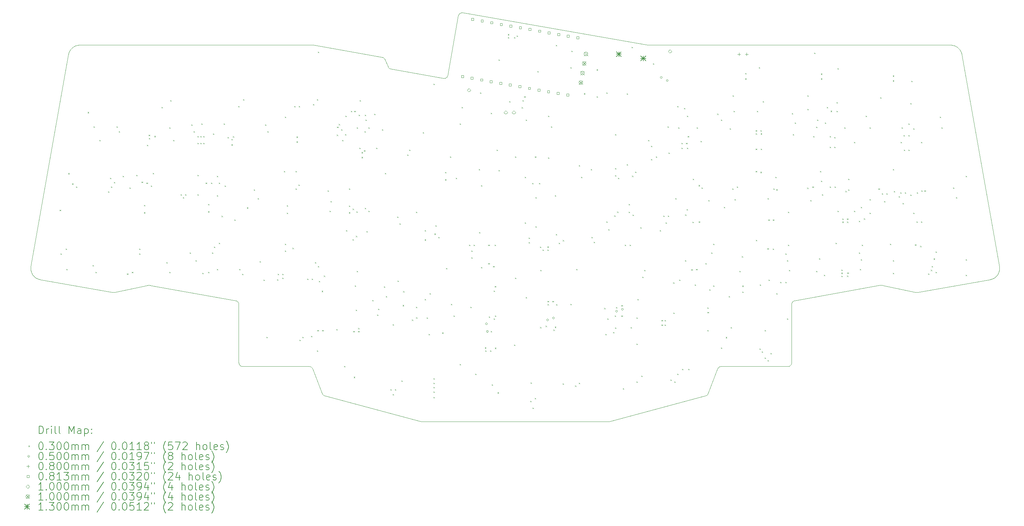
<source format=gbr>
%TF.GenerationSoftware,KiCad,Pcbnew,7.0.1*%
%TF.CreationDate,2025-01-08T11:43:05+07:00*%
%TF.ProjectId,reviung41,72657669-756e-4673-9431-2e6b69636164,1.4*%
%TF.SameCoordinates,PX2faf080PY2faf080*%
%TF.FileFunction,Drillmap*%
%TF.FilePolarity,Positive*%
%FSLAX45Y45*%
G04 Gerber Fmt 4.5, Leading zero omitted, Abs format (unit mm)*
G04 Created by KiCad (PCBNEW 7.0.1) date 2025-01-08 11:43:05*
%MOMM*%
%LPD*%
G01*
G04 APERTURE LIST*
%ADD10C,0.100000*%
%ADD11C,0.200000*%
%ADD12C,0.030000*%
%ADD13C,0.050000*%
%ADD14C,0.080000*%
%ADD15C,0.081280*%
%ADD16C,0.130000*%
G04 APERTURE END LIST*
D10*
X6060323Y-1233466D02*
X6054649Y-1222358D01*
X6047723Y-1212156D01*
X6039657Y-1202948D01*
X6030559Y-1194821D01*
X6020539Y-1187861D01*
X6009709Y-1182155D01*
X5998177Y-1177791D01*
X5986055Y-1174854D01*
X-2215723Y-1104441D02*
X-3196633Y-6651304D01*
X19087937Y-7150182D02*
X19929649Y-7328705D01*
X4172441Y-9335811D02*
X4423771Y-9983224D01*
X6217480Y-1483026D02*
X6205372Y-1480081D01*
X6193855Y-1475712D01*
X6183039Y-1470004D01*
X6173032Y-1463045D01*
X6163946Y-1454922D01*
X6155890Y-1445721D01*
X6148974Y-1435528D01*
X6143306Y-1424431D01*
X8093524Y-11019D02*
X8083365Y-9752D01*
X8073323Y-9520D01*
X8058608Y-11024D01*
X8044485Y-14628D01*
X8031149Y-20195D01*
X8018799Y-27586D01*
X8007630Y-36664D01*
X7997839Y-47292D01*
X7989622Y-59331D01*
X7983176Y-72645D01*
X7979960Y-82160D01*
X7977676Y-92140D01*
X16695783Y-7645959D02*
X16696681Y-7632537D01*
X16699303Y-7619612D01*
X16703541Y-7607311D01*
X16709288Y-7595764D01*
X16716436Y-7585098D01*
X16724878Y-7575442D01*
X16734505Y-7566925D01*
X16745211Y-7559675D01*
X16756887Y-7553821D01*
X16769427Y-7549491D01*
X16778213Y-7547515D01*
X7703749Y-1646079D02*
X7701462Y-1656071D01*
X7698240Y-1665598D01*
X7691783Y-1678924D01*
X7683551Y-1690973D01*
X7673742Y-1701605D01*
X7662554Y-1710684D01*
X7650183Y-1718071D01*
X7636827Y-1723629D01*
X7622683Y-1727219D01*
X7607949Y-1728703D01*
X7597896Y-1728455D01*
X7587726Y-1727169D01*
X16778213Y-7547515D02*
X19011300Y-7148941D01*
X2339000Y-9272000D02*
X4079219Y-9272000D01*
X19929649Y-7328705D02*
X19941457Y-7330842D01*
X19953349Y-7332264D01*
X19965291Y-7332972D01*
X19977253Y-7332964D01*
X19989201Y-7332241D01*
X20001103Y-7330801D01*
X20005844Y-7330024D01*
X14760537Y-9335884D02*
X14765300Y-9325411D01*
X14771142Y-9315690D01*
X14777974Y-9306783D01*
X14785708Y-9298750D01*
X14794256Y-9291651D01*
X14803528Y-9285547D01*
X14813437Y-9280499D01*
X14823895Y-9276567D01*
X14834811Y-9273812D01*
X14846100Y-9272294D01*
X14853788Y-9272000D01*
X6143306Y-1424431D02*
X6060323Y-1233466D01*
X5986055Y-1174854D02*
X4190443Y-856695D01*
X4423771Y-9983224D02*
X4428717Y-9994020D01*
X4434839Y-10004052D01*
X4442044Y-10013238D01*
X4450244Y-10021497D01*
X4459347Y-10028748D01*
X4469263Y-10034910D01*
X4479902Y-10039903D01*
X4491173Y-10043644D01*
X20005844Y-7330024D02*
X21884782Y-6999014D01*
X-73855Y-7149173D02*
X2156620Y-7548439D01*
X14509835Y-9983190D02*
X14760537Y-9335884D01*
X2156620Y-7548439D02*
X2169669Y-7551686D01*
X2181926Y-7556542D01*
X2193284Y-7562877D01*
X2203636Y-7570565D01*
X2212874Y-7579475D01*
X2220892Y-7589480D01*
X2227580Y-7600452D01*
X2232832Y-7612262D01*
X2236541Y-7624781D01*
X2238599Y-7637881D01*
X2239000Y-7646874D01*
X16695783Y-9172000D02*
X16695783Y-7645959D01*
X7977676Y-92140D02*
X7703749Y-1646079D01*
X14442449Y-10043672D02*
X14453722Y-10039924D01*
X14464362Y-10034924D01*
X14474278Y-10028754D01*
X14483380Y-10021495D01*
X14491577Y-10013228D01*
X14498779Y-10004034D01*
X14504895Y-9993994D01*
X14509835Y-9983190D01*
X7587726Y-1727169D02*
X6217480Y-1483026D01*
X16595783Y-9272000D02*
X16606008Y-9271484D01*
X16615937Y-9269968D01*
X16630167Y-9265932D01*
X16643449Y-9259931D01*
X16655615Y-9252134D01*
X16666494Y-9242711D01*
X16675917Y-9231832D01*
X16683714Y-9219666D01*
X16689715Y-9206383D01*
X16693752Y-9192153D01*
X16695267Y-9182224D01*
X16695783Y-9172000D01*
X21884782Y-6999014D02*
X21899919Y-6995951D01*
X21914724Y-6992166D01*
X21929181Y-6987682D01*
X21943274Y-6982520D01*
X21956988Y-6976702D01*
X21970308Y-6970249D01*
X21983219Y-6963185D01*
X21995705Y-6955530D01*
X22007751Y-6947306D01*
X22019341Y-6938536D01*
X22030461Y-6929240D01*
X22041095Y-6919442D01*
X22051228Y-6909162D01*
X22060844Y-6898423D01*
X22069928Y-6887247D01*
X22078466Y-6875654D01*
X22086441Y-6863668D01*
X22093838Y-6851310D01*
X22100642Y-6838602D01*
X22106838Y-6825565D01*
X22112410Y-6812222D01*
X22117344Y-6798594D01*
X22121623Y-6784704D01*
X22125233Y-6770572D01*
X22128158Y-6756222D01*
X22130383Y-6741674D01*
X22131892Y-6726950D01*
X22132671Y-6712073D01*
X22132704Y-6697065D01*
X22131976Y-6681946D01*
X22130471Y-6666739D01*
X22128174Y-6651466D01*
X14853788Y-9272000D02*
X16595783Y-9272000D01*
X7009807Y-10716776D02*
X11928473Y-10716776D01*
X12928670Y-856695D02*
X8093524Y-11019D01*
X11928473Y-10716776D02*
X14442449Y-10043672D01*
X-2953222Y-6999003D02*
X-1072412Y-7330054D01*
X-1072412Y-7330054D02*
X-1060577Y-7331774D01*
X-1048684Y-7332782D01*
X-1036765Y-7333079D01*
X-1024852Y-7332666D01*
X-1012976Y-7331542D01*
X-1001169Y-7329709D01*
X-996473Y-7328777D01*
X-1920306Y-856683D02*
X-1933885Y-856987D01*
X-1947328Y-857891D01*
X-1960619Y-859383D01*
X-1973743Y-861451D01*
X-1986688Y-864083D01*
X-1999438Y-867267D01*
X-2011979Y-870990D01*
X-2024297Y-875242D01*
X-2036377Y-880010D01*
X-2048206Y-885282D01*
X-2059768Y-891045D01*
X-2071050Y-897289D01*
X-2082037Y-904000D01*
X-2092714Y-911167D01*
X-2103069Y-918778D01*
X-2113085Y-926821D01*
X-2122749Y-935284D01*
X-2132047Y-944155D01*
X-2140965Y-953421D01*
X-2149487Y-963072D01*
X-2157599Y-973094D01*
X-2165288Y-983476D01*
X-2172539Y-994205D01*
X-2179338Y-1005271D01*
X-2185670Y-1016660D01*
X-2191520Y-1028361D01*
X-2196876Y-1040362D01*
X-2201722Y-1052650D01*
X-2206044Y-1065215D01*
X-2209827Y-1078042D01*
X-2213058Y-1091122D01*
X-2215723Y-1104441D01*
X-3196633Y-6651304D02*
X-3198938Y-6666582D01*
X-3200451Y-6681795D01*
X-3201186Y-6696920D01*
X-3201159Y-6711935D01*
X-3200386Y-6726818D01*
X-3198881Y-6741548D01*
X-3196660Y-6756103D01*
X-3193739Y-6770460D01*
X-3190132Y-6784598D01*
X-3185855Y-6798496D01*
X-3180923Y-6812130D01*
X-3175352Y-6825480D01*
X-3169157Y-6838523D01*
X-3162353Y-6851238D01*
X-3154955Y-6863602D01*
X-3146979Y-6875594D01*
X-3138440Y-6887192D01*
X-3129354Y-6898374D01*
X-3119735Y-6909119D01*
X-3109600Y-6919404D01*
X-3098962Y-6929207D01*
X-3087839Y-6938506D01*
X-3076244Y-6947281D01*
X-3064194Y-6955508D01*
X-3051703Y-6963166D01*
X-3038787Y-6970233D01*
X-3025461Y-6976688D01*
X-3011741Y-6982508D01*
X-2997642Y-6987671D01*
X-2983178Y-6992156D01*
X-2968367Y-6995941D01*
X-2953222Y-6999003D01*
X2239000Y-7646874D02*
X2239000Y-9172000D01*
X19011300Y-7148941D02*
X19023241Y-7147180D01*
X19035243Y-7146144D01*
X19047272Y-7145832D01*
X19059296Y-7146243D01*
X19071283Y-7147379D01*
X19083198Y-7149237D01*
X19087937Y-7150182D01*
X2239000Y-9172000D02*
X2239516Y-9182224D01*
X2241032Y-9192153D01*
X2245068Y-9206383D01*
X2251069Y-9219666D01*
X2258866Y-9231832D01*
X2268289Y-9242711D01*
X2279168Y-9252134D01*
X2291334Y-9259931D01*
X2304617Y-9265932D01*
X2318847Y-9269968D01*
X2328776Y-9271484D01*
X2339000Y-9272000D01*
X4079219Y-9272000D02*
X4090697Y-9272658D01*
X4101865Y-9274592D01*
X4112632Y-9277742D01*
X4122910Y-9282048D01*
X4132613Y-9287448D01*
X4141650Y-9293882D01*
X4149935Y-9301290D01*
X4157378Y-9309612D01*
X4163891Y-9318787D01*
X4169386Y-9328755D01*
X4172441Y-9335811D01*
X-996473Y-7328777D02*
X-150364Y-7150348D01*
X22128174Y-6651466D02*
X21150045Y-1104598D01*
X-150364Y-7150348D02*
X-138504Y-7148217D01*
X-126561Y-7146807D01*
X-114568Y-7146118D01*
X-102557Y-7146150D01*
X-90561Y-7146904D01*
X-78613Y-7148380D01*
X-73855Y-7149173D01*
X4190443Y-856695D02*
X-1920306Y-856683D01*
X21150045Y-1104598D02*
X21147386Y-1091272D01*
X21144160Y-1078186D01*
X21140381Y-1065352D01*
X21136063Y-1052781D01*
X21131220Y-1040486D01*
X21125868Y-1028479D01*
X21120019Y-1016772D01*
X21113689Y-1005377D01*
X21106892Y-994305D01*
X21099643Y-983569D01*
X21091954Y-973181D01*
X21083842Y-963153D01*
X21075320Y-953497D01*
X21066402Y-944225D01*
X21057104Y-935349D01*
X21047438Y-926881D01*
X21037420Y-918833D01*
X21027064Y-911217D01*
X21016384Y-904045D01*
X21005395Y-897329D01*
X20994111Y-891082D01*
X20982546Y-885314D01*
X20970714Y-880039D01*
X20958630Y-875268D01*
X20946309Y-871013D01*
X20933764Y-867287D01*
X20921009Y-864101D01*
X20908060Y-861467D01*
X20894931Y-859397D01*
X20881635Y-857904D01*
X20868188Y-857000D01*
X20854603Y-856695D01*
X4491173Y-10043644D02*
X7009807Y-10716776D01*
X20854603Y-856695D02*
X12928670Y-856695D01*
D11*
D12*
X-2442980Y-5170400D02*
X-2412980Y-5200400D01*
X-2412980Y-5170400D02*
X-2442980Y-5200400D01*
X-2424200Y-6313400D02*
X-2394200Y-6343400D01*
X-2394200Y-6313400D02*
X-2424200Y-6343400D01*
X-2288174Y-6184582D02*
X-2258174Y-6214582D01*
X-2258174Y-6184582D02*
X-2288174Y-6214582D01*
X-2271800Y-6719800D02*
X-2241800Y-6749800D01*
X-2241800Y-6719800D02*
X-2271800Y-6749800D01*
X-2222149Y-4210768D02*
X-2192149Y-4240768D01*
X-2192149Y-4210768D02*
X-2222149Y-4240768D01*
X-2119400Y-4481798D02*
X-2089400Y-4511798D01*
X-2089400Y-4481798D02*
X-2119400Y-4511798D01*
X-2017800Y-4560800D02*
X-1987800Y-4590800D01*
X-1987800Y-4560800D02*
X-2017800Y-4590800D01*
X-1713000Y-2608798D02*
X-1683000Y-2638798D01*
X-1683000Y-2608798D02*
X-1713000Y-2638798D01*
X-1586000Y-6618200D02*
X-1556000Y-6648200D01*
X-1556000Y-6618200D02*
X-1586000Y-6648200D01*
X-1560600Y-2986000D02*
X-1530600Y-3016000D01*
X-1530600Y-2986000D02*
X-1560600Y-3016000D01*
X-1509800Y-6796000D02*
X-1479800Y-6826000D01*
X-1479800Y-6796000D02*
X-1509800Y-6826000D01*
X-1408200Y-3341600D02*
X-1378200Y-3371600D01*
X-1378200Y-3341600D02*
X-1408200Y-3371600D01*
X-1179600Y-4687800D02*
X-1149600Y-4717800D01*
X-1149600Y-4687800D02*
X-1179600Y-4717800D01*
X-1128800Y-4332200D02*
X-1098800Y-4362200D01*
X-1098800Y-4332200D02*
X-1128800Y-4362200D01*
X-1103400Y-4560800D02*
X-1073400Y-4590800D01*
X-1073400Y-4560800D02*
X-1103400Y-4590800D01*
X-1027200Y-4442950D02*
X-997200Y-4472950D01*
X-997200Y-4442950D02*
X-1027200Y-4472950D01*
X-960150Y-2986000D02*
X-930150Y-3016000D01*
X-930150Y-2986000D02*
X-960150Y-3016000D01*
X-900200Y-3113000D02*
X-870200Y-3143000D01*
X-870200Y-3113000D02*
X-900200Y-3143000D01*
X-798600Y-4281400D02*
X-768600Y-4311400D01*
X-768600Y-4281400D02*
X-798600Y-4311400D01*
X-683450Y-6836538D02*
X-653450Y-6866538D01*
X-653450Y-6836538D02*
X-683450Y-6866538D01*
X-620800Y-4586200D02*
X-590800Y-4616200D01*
X-590800Y-4586200D02*
X-620800Y-4616200D01*
X-558150Y-6796000D02*
X-528150Y-6826000D01*
X-528150Y-6796000D02*
X-558150Y-6826000D01*
X-443000Y-4256000D02*
X-413000Y-4286000D01*
X-413000Y-4256000D02*
X-443000Y-4286000D01*
X-366800Y-6186400D02*
X-336800Y-6216400D01*
X-336800Y-6186400D02*
X-366800Y-6216400D01*
X-366800Y-6313400D02*
X-336800Y-6343400D01*
X-336800Y-6313400D02*
X-366800Y-6343400D01*
X-302450Y-4433800D02*
X-272450Y-4463800D01*
X-272450Y-4433800D02*
X-302450Y-4463800D01*
X-239800Y-5043400D02*
X-209800Y-5073400D01*
X-209800Y-5043400D02*
X-239800Y-5073400D01*
X-239800Y-5233050D02*
X-209800Y-5263050D01*
X-209800Y-5233050D02*
X-239800Y-5263050D01*
X-177150Y-4459200D02*
X-147150Y-4489200D01*
X-147150Y-4459200D02*
X-177150Y-4489200D01*
X-163600Y-3468600D02*
X-133600Y-3498600D01*
X-133600Y-3468600D02*
X-163600Y-3498600D01*
X-117125Y-3206524D02*
X-87125Y-3236524D01*
X-87125Y-3206524D02*
X-117125Y-3236524D01*
X-112800Y-3290800D02*
X-82800Y-3320800D01*
X-82800Y-3290800D02*
X-112800Y-3320800D01*
X-62000Y-4535400D02*
X-32000Y-4565400D01*
X-32000Y-4535400D02*
X-62000Y-4565400D01*
X-11200Y-4205200D02*
X18800Y-4235200D01*
X18800Y-4205200D02*
X-11200Y-4235200D01*
X33100Y-3233500D02*
X63100Y-3263500D01*
X63100Y-3233500D02*
X33100Y-3263500D01*
X217400Y-2478000D02*
X247400Y-2508000D01*
X247400Y-2478000D02*
X217400Y-2508000D01*
X345169Y-6541589D02*
X375169Y-6571589D01*
X375169Y-6541589D02*
X345169Y-6571589D01*
X420600Y-3011400D02*
X450600Y-3041400D01*
X450600Y-3011400D02*
X420600Y-3041400D01*
X420600Y-6796000D02*
X450600Y-6826000D01*
X450600Y-6796000D02*
X420600Y-6826000D01*
X446000Y-2300200D02*
X476000Y-2330200D01*
X476000Y-2300200D02*
X446000Y-2330200D01*
X522200Y-3341600D02*
X552200Y-3371600D01*
X552200Y-3341600D02*
X522200Y-3371600D01*
X716250Y-4764000D02*
X746250Y-4794000D01*
X746250Y-4764000D02*
X716250Y-4794000D01*
X776200Y-4840200D02*
X806200Y-4870200D01*
X806200Y-4840200D02*
X776200Y-4870200D01*
X836150Y-4764000D02*
X866150Y-4794000D01*
X866150Y-4764000D02*
X836150Y-4794000D01*
X954000Y-6288000D02*
X984000Y-6318000D01*
X984000Y-6288000D02*
X954000Y-6318000D01*
X995650Y-2935200D02*
X1025650Y-2965200D01*
X1025650Y-2935200D02*
X995650Y-2965200D01*
X1055600Y-3113000D02*
X1085600Y-3143000D01*
X1085600Y-3113000D02*
X1055600Y-3143000D01*
X1106400Y-6491200D02*
X1136400Y-6521200D01*
X1136400Y-6491200D02*
X1106400Y-6521200D01*
X1157200Y-3240000D02*
X1187200Y-3270000D01*
X1187200Y-3240000D02*
X1157200Y-3270000D01*
X1157200Y-3417800D02*
X1187200Y-3447800D01*
X1187200Y-3417800D02*
X1157200Y-3447800D01*
X1157200Y-4256000D02*
X1187200Y-4286000D01*
X1187200Y-4256000D02*
X1157200Y-4286000D01*
X1157200Y-4764000D02*
X1187200Y-4794000D01*
X1187200Y-4764000D02*
X1157200Y-4794000D01*
X1233400Y-3240000D02*
X1263400Y-3270000D01*
X1263400Y-3240000D02*
X1233400Y-3270000D01*
X1233400Y-3417800D02*
X1263400Y-3447800D01*
X1263400Y-3417800D02*
X1233400Y-3447800D01*
X1258800Y-2909800D02*
X1288800Y-2939800D01*
X1288800Y-2909800D02*
X1258800Y-2939800D01*
X1284200Y-6821400D02*
X1314200Y-6851400D01*
X1314200Y-6821400D02*
X1284200Y-6851400D01*
X1309600Y-3240000D02*
X1339600Y-3270000D01*
X1339600Y-3240000D02*
X1309600Y-3270000D01*
X1309600Y-3417800D02*
X1339600Y-3447800D01*
X1339600Y-3417800D02*
X1309600Y-3447800D01*
X1373950Y-4459200D02*
X1403950Y-4489200D01*
X1403950Y-4459200D02*
X1373950Y-4489200D01*
X1436600Y-5018000D02*
X1466600Y-5048000D01*
X1466600Y-5018000D02*
X1436600Y-5048000D01*
X1436600Y-5207650D02*
X1466600Y-5237650D01*
X1466600Y-5207650D02*
X1436600Y-5237650D01*
X1437400Y-6794950D02*
X1467400Y-6824950D01*
X1467400Y-6794950D02*
X1437400Y-6824950D01*
X1512800Y-4459200D02*
X1542800Y-4489200D01*
X1542800Y-4459200D02*
X1512800Y-4489200D01*
X1538200Y-6288000D02*
X1568200Y-6318000D01*
X1568200Y-6288000D02*
X1538200Y-6318000D01*
X1563600Y-3172950D02*
X1593600Y-3202950D01*
X1593600Y-3172950D02*
X1563600Y-3202950D01*
X1589000Y-6135600D02*
X1619000Y-6165600D01*
X1619000Y-6135600D02*
X1589000Y-6165600D01*
X1665200Y-4281400D02*
X1695200Y-4311400D01*
X1695200Y-4281400D02*
X1665200Y-4311400D01*
X1665200Y-4789400D02*
X1695200Y-4819400D01*
X1695200Y-4789400D02*
X1665200Y-4819400D01*
X1665200Y-6719800D02*
X1695200Y-6749800D01*
X1695200Y-6719800D02*
X1665200Y-6749800D01*
X1716000Y-4459200D02*
X1746000Y-4489200D01*
X1746000Y-4459200D02*
X1716000Y-4489200D01*
X1716000Y-6034000D02*
X1746000Y-6064000D01*
X1746000Y-6034000D02*
X1716000Y-6064000D01*
X1790665Y-5327117D02*
X1820665Y-5357117D01*
X1820665Y-5327117D02*
X1790665Y-5357117D01*
X1843000Y-2909800D02*
X1873000Y-2939800D01*
X1873000Y-2909800D02*
X1843000Y-2939800D01*
X1868400Y-4535400D02*
X1898400Y-4565400D01*
X1898400Y-4535400D02*
X1868400Y-4565400D01*
X1944600Y-3265400D02*
X1974600Y-3295400D01*
X1974600Y-3265400D02*
X1944600Y-3295400D01*
X2046200Y-3316200D02*
X2076200Y-3346200D01*
X2076200Y-3316200D02*
X2046200Y-3346200D01*
X2046200Y-3455050D02*
X2076200Y-3485050D01*
X2076200Y-3455050D02*
X2046200Y-3485050D01*
X2083450Y-3244690D02*
X2113450Y-3274690D01*
X2113450Y-3244690D02*
X2083450Y-3274690D01*
X2122400Y-5424400D02*
X2152400Y-5454400D01*
X2152400Y-5424400D02*
X2122400Y-5454400D01*
X2224000Y-2452600D02*
X2254000Y-2482600D01*
X2254000Y-2452600D02*
X2224000Y-2482600D01*
X2249400Y-6719800D02*
X2279400Y-6749800D01*
X2279400Y-6719800D02*
X2249400Y-6749800D01*
X2325600Y-6846800D02*
X2355600Y-6876800D01*
X2355600Y-6846800D02*
X2325600Y-6876800D01*
X2351000Y-2274800D02*
X2381000Y-2304800D01*
X2381000Y-2274800D02*
X2351000Y-2304800D01*
X2452600Y-5107750D02*
X2482600Y-5137750D01*
X2482600Y-5107750D02*
X2452600Y-5137750D01*
X2630400Y-4637000D02*
X2660400Y-4667000D01*
X2660400Y-4637000D02*
X2630400Y-4667000D01*
X2732000Y-4865600D02*
X2762000Y-4895600D01*
X2762000Y-4865600D02*
X2732000Y-4895600D01*
X2782800Y-6516600D02*
X2812800Y-6546600D01*
X2812800Y-6516600D02*
X2782800Y-6546600D01*
X2884400Y-6999200D02*
X2914400Y-7029200D01*
X2914400Y-6999200D02*
X2884400Y-7029200D01*
X2926050Y-2935200D02*
X2956050Y-2965200D01*
X2956050Y-2935200D02*
X2926050Y-2965200D01*
X2960600Y-8497800D02*
X2990600Y-8527800D01*
X2990600Y-8497800D02*
X2960600Y-8527800D01*
X2986000Y-3113000D02*
X3016000Y-3143000D01*
X3016000Y-3113000D02*
X2986000Y-3143000D01*
X3240000Y-6990050D02*
X3270000Y-7020050D01*
X3270000Y-6990050D02*
X3240000Y-7020050D01*
X3256250Y-6846800D02*
X3286250Y-6876800D01*
X3286250Y-6846800D02*
X3256250Y-6876800D01*
X3376150Y-6846800D02*
X3406150Y-6876800D01*
X3406150Y-6846800D02*
X3376150Y-6876800D01*
X3376150Y-6948400D02*
X3406150Y-6978400D01*
X3406150Y-6948400D02*
X3376150Y-6978400D01*
X3417800Y-4154400D02*
X3447800Y-4184400D01*
X3447800Y-4154400D02*
X3417800Y-4184400D01*
X3443200Y-2732000D02*
X3473200Y-2762000D01*
X3473200Y-2732000D02*
X3443200Y-2762000D01*
X3443200Y-6059400D02*
X3473200Y-6089400D01*
X3473200Y-6059400D02*
X3443200Y-6089400D01*
X3443200Y-6237200D02*
X3473200Y-6267200D01*
X3473200Y-6237200D02*
X3443200Y-6267200D01*
X3494000Y-5052550D02*
X3524000Y-5082550D01*
X3524000Y-5052550D02*
X3494000Y-5082550D01*
X3494000Y-5246600D02*
X3524000Y-5276600D01*
X3524000Y-5246600D02*
X3494000Y-5276600D01*
X3643796Y-6163604D02*
X3673796Y-6193604D01*
X3673796Y-6163604D02*
X3643796Y-6193604D01*
X3688050Y-2452600D02*
X3718050Y-2482600D01*
X3718050Y-2452600D02*
X3688050Y-2482600D01*
X3722600Y-4154400D02*
X3752600Y-4184400D01*
X3752600Y-4154400D02*
X3722600Y-4184400D01*
X3722600Y-4611600D02*
X3752600Y-4641600D01*
X3752600Y-4611600D02*
X3722600Y-4641600D01*
X3748000Y-3253550D02*
X3778000Y-3283550D01*
X3778000Y-3253550D02*
X3748000Y-3283550D01*
X3748000Y-3378850D02*
X3778000Y-3408850D01*
X3778000Y-3378850D02*
X3748000Y-3408850D01*
X3798800Y-4510000D02*
X3828800Y-4540000D01*
X3828800Y-4510000D02*
X3798800Y-4540000D01*
X3807950Y-2452600D02*
X3837950Y-2482600D01*
X3837950Y-2452600D02*
X3807950Y-2482600D01*
X3824200Y-8574000D02*
X3854200Y-8604000D01*
X3854200Y-8574000D02*
X3824200Y-8604000D01*
X3900400Y-8497800D02*
X3930400Y-8527800D01*
X3930400Y-8497800D02*
X3900400Y-8527800D01*
X4026165Y-6973800D02*
X4056165Y-7003800D01*
X4056165Y-6973800D02*
X4026165Y-7003800D01*
X4129000Y-8472400D02*
X4159000Y-8502400D01*
X4159000Y-8472400D02*
X4129000Y-8502400D01*
X4146065Y-6973800D02*
X4176065Y-7003800D01*
X4176065Y-6973800D02*
X4146065Y-7003800D01*
X4179800Y-2401800D02*
X4209800Y-2431800D01*
X4209800Y-2401800D02*
X4179800Y-2431800D01*
X4230600Y-6542000D02*
X4260600Y-6572000D01*
X4260600Y-6542000D02*
X4230600Y-6572000D01*
X4281400Y-2274800D02*
X4311400Y-2304800D01*
X4311400Y-2274800D02*
X4281400Y-2304800D01*
X4281400Y-8853400D02*
X4311400Y-8883400D01*
X4311400Y-8853400D02*
X4281400Y-8883400D01*
X4294950Y-8320000D02*
X4324950Y-8350000D01*
X4324950Y-8320000D02*
X4294950Y-8350000D01*
X4306800Y-1030200D02*
X4336800Y-1060200D01*
X4336800Y-1030200D02*
X4306800Y-1060200D01*
X4306800Y-6643600D02*
X4336800Y-6673600D01*
X4336800Y-6643600D02*
X4306800Y-6673600D01*
X4332200Y-7034350D02*
X4362200Y-7064350D01*
X4362200Y-7034350D02*
X4332200Y-7064350D01*
X4408400Y-7290450D02*
X4438400Y-7320450D01*
X4438400Y-7290450D02*
X4408400Y-7320450D01*
X4420250Y-8320000D02*
X4450250Y-8350000D01*
X4450250Y-8320000D02*
X4420250Y-8350000D01*
X4463491Y-6893309D02*
X4493491Y-6923309D01*
X4493491Y-6893309D02*
X4463491Y-6923309D01*
X4560800Y-4662400D02*
X4590800Y-4692400D01*
X4590800Y-4662400D02*
X4560800Y-4692400D01*
X4611600Y-5195800D02*
X4641600Y-5225800D01*
X4641600Y-5195800D02*
X4611600Y-5225800D01*
X4637000Y-4941800D02*
X4667000Y-4971800D01*
X4667000Y-4941800D02*
X4637000Y-4971800D01*
X4789400Y-8294600D02*
X4819400Y-8324600D01*
X4819400Y-8294600D02*
X4789400Y-8324600D01*
X4804322Y-3202750D02*
X4834322Y-3232750D01*
X4834322Y-3202750D02*
X4804322Y-3232750D01*
X4810981Y-2992224D02*
X4840981Y-3022224D01*
X4840981Y-2992224D02*
X4810981Y-3022224D01*
X4852798Y-2924082D02*
X4882798Y-2954082D01*
X4882798Y-2924082D02*
X4852798Y-2954082D01*
X4916400Y-3062200D02*
X4946400Y-3092200D01*
X4946400Y-3062200D02*
X4916400Y-3092200D01*
X4941800Y-3341600D02*
X4971800Y-3371600D01*
X4971800Y-3341600D02*
X4941800Y-3371600D01*
X4992600Y-9259800D02*
X5022600Y-9289800D01*
X5022600Y-9259800D02*
X4992600Y-9289800D01*
X5018000Y-3189200D02*
X5048000Y-3219200D01*
X5048000Y-3189200D02*
X5018000Y-3219200D01*
X5027150Y-2706600D02*
X5057150Y-2736600D01*
X5057150Y-2706600D02*
X5027150Y-2736600D01*
X5043400Y-5703800D02*
X5073400Y-5733800D01*
X5073400Y-5703800D02*
X5043400Y-5733800D01*
X5119325Y-5233325D02*
X5149325Y-5263325D01*
X5149325Y-5233325D02*
X5119325Y-5263325D01*
X5119600Y-4611600D02*
X5149600Y-4641600D01*
X5149600Y-4611600D02*
X5119600Y-4641600D01*
X5119600Y-5059650D02*
X5149600Y-5089650D01*
X5149600Y-5059650D02*
X5119600Y-5089650D01*
X5170400Y-2579600D02*
X5200400Y-2609600D01*
X5200400Y-2579600D02*
X5170400Y-2609600D01*
X5215000Y-5938600D02*
X5245000Y-5968600D01*
X5245000Y-5938600D02*
X5215000Y-5968600D01*
X5216909Y-5140709D02*
X5246909Y-5170709D01*
X5246909Y-5140709D02*
X5216909Y-5170709D01*
X5233958Y-8345400D02*
X5263958Y-8375400D01*
X5263958Y-8345400D02*
X5233958Y-8375400D01*
X5246600Y-9541112D02*
X5276600Y-9571112D01*
X5276600Y-9541112D02*
X5246600Y-9571112D01*
X5257959Y-2579600D02*
X5287959Y-2609600D01*
X5287959Y-2579600D02*
X5257959Y-2609600D01*
X5272000Y-7151600D02*
X5302000Y-7181600D01*
X5302000Y-7151600D02*
X5272000Y-7181600D01*
X5297400Y-7786600D02*
X5327400Y-7816600D01*
X5327400Y-7786600D02*
X5297400Y-7816600D01*
X5303600Y-5850000D02*
X5333600Y-5880000D01*
X5333600Y-5850000D02*
X5303600Y-5880000D01*
X5314391Y-5212791D02*
X5344391Y-5242791D01*
X5344391Y-5212791D02*
X5314391Y-5242791D01*
X5322800Y-3011400D02*
X5352800Y-3041400D01*
X5352800Y-3011400D02*
X5322800Y-3041400D01*
X5322800Y-6770600D02*
X5352800Y-6800600D01*
X5352800Y-6770600D02*
X5322800Y-6800600D01*
X5359258Y-8265450D02*
X5389258Y-8295450D01*
X5389258Y-8265450D02*
X5359258Y-8295450D01*
X5359258Y-8345400D02*
X5389258Y-8375400D01*
X5389258Y-8345400D02*
X5359258Y-8375400D01*
X5375250Y-2681200D02*
X5405250Y-2711200D01*
X5405250Y-2681200D02*
X5375250Y-2711200D01*
X5389850Y-3544800D02*
X5419850Y-3574800D01*
X5419850Y-3544800D02*
X5389850Y-3574800D01*
X5399000Y-2300200D02*
X5429000Y-2330200D01*
X5429000Y-2300200D02*
X5399000Y-2330200D01*
X5449800Y-3659950D02*
X5479800Y-3689950D01*
X5479800Y-3659950D02*
X5449800Y-3689950D01*
X5449800Y-3785250D02*
X5479800Y-3815250D01*
X5479800Y-3785250D02*
X5449800Y-3815250D01*
X5513247Y-3611303D02*
X5543247Y-3641303D01*
X5543247Y-3611303D02*
X5513247Y-3641303D01*
X5526000Y-3113000D02*
X5556000Y-3143000D01*
X5556000Y-3113000D02*
X5526000Y-3143000D01*
X5535150Y-2681200D02*
X5565150Y-2711200D01*
X5565150Y-2681200D02*
X5535150Y-2711200D01*
X5535150Y-5119600D02*
X5565150Y-5149600D01*
X5565150Y-5119600D02*
X5535150Y-5149600D01*
X5551400Y-2808200D02*
X5581400Y-2838200D01*
X5581400Y-2808200D02*
X5551400Y-2838200D01*
X5576800Y-5729200D02*
X5606800Y-5759200D01*
X5606800Y-5729200D02*
X5576800Y-5759200D01*
X5627600Y-3011400D02*
X5657600Y-3041400D01*
X5657600Y-3011400D02*
X5627600Y-3041400D01*
X5627600Y-5195800D02*
X5657600Y-5225800D01*
X5657600Y-5195800D02*
X5627600Y-5225800D01*
X5729200Y-7532600D02*
X5759200Y-7562600D01*
X5759200Y-7532600D02*
X5729200Y-7562600D01*
X5780000Y-2655800D02*
X5810000Y-2685800D01*
X5810000Y-2655800D02*
X5780000Y-2685800D01*
X5830800Y-3544800D02*
X5860800Y-3574800D01*
X5860800Y-3544800D02*
X5830800Y-3574800D01*
X5856200Y-7913600D02*
X5886200Y-7943600D01*
X5886200Y-7913600D02*
X5856200Y-7943600D01*
X5881600Y-7761200D02*
X5911600Y-7791200D01*
X5911600Y-7761200D02*
X5881600Y-7791200D01*
X5983200Y-3062200D02*
X6013200Y-3092200D01*
X6013200Y-3062200D02*
X5983200Y-3092200D01*
X6034877Y-7178011D02*
X6064877Y-7208011D01*
X6064877Y-7178011D02*
X6034877Y-7208011D01*
X6059400Y-4205200D02*
X6089400Y-4235200D01*
X6089400Y-4205200D02*
X6059400Y-4235200D01*
X6084800Y-7431000D02*
X6114800Y-7461000D01*
X6114800Y-7431000D02*
X6084800Y-7461000D01*
X6202650Y-9869400D02*
X6232650Y-9899400D01*
X6232650Y-9869400D02*
X6202650Y-9899400D01*
X6262600Y-8167600D02*
X6292600Y-8197600D01*
X6292600Y-8167600D02*
X6262600Y-8197600D01*
X6262600Y-9996400D02*
X6292600Y-10026400D01*
X6292600Y-9996400D02*
X6262600Y-10026400D01*
X6322550Y-9869400D02*
X6352550Y-9899400D01*
X6352550Y-9869400D02*
X6322550Y-9899400D01*
X6380450Y-5348200D02*
X6410450Y-5378200D01*
X6410450Y-5348200D02*
X6380450Y-5378200D01*
X6389600Y-7024600D02*
X6419600Y-7054600D01*
X6419600Y-7024600D02*
X6389600Y-7054600D01*
X6440400Y-5526000D02*
X6470400Y-5556000D01*
X6470400Y-5526000D02*
X6440400Y-5556000D01*
X6491200Y-9640800D02*
X6521200Y-9670800D01*
X6521200Y-9640800D02*
X6491200Y-9670800D01*
X6524535Y-7665020D02*
X6554535Y-7695020D01*
X6554535Y-7665020D02*
X6524535Y-7695020D01*
X6540001Y-7298061D02*
X6570001Y-7328061D01*
X6570001Y-7298061D02*
X6540001Y-7328061D01*
X6643600Y-3722600D02*
X6673600Y-3752600D01*
X6673600Y-3722600D02*
X6643600Y-3752600D01*
X6694400Y-3595600D02*
X6724400Y-3625600D01*
X6724400Y-3595600D02*
X6694400Y-3625600D01*
X6766309Y-8044891D02*
X6796309Y-8074891D01*
X6796309Y-8044891D02*
X6766309Y-8074891D01*
X6872200Y-5221200D02*
X6902200Y-5251200D01*
X6902200Y-5221200D02*
X6872200Y-5251200D01*
X6872200Y-7710400D02*
X6902200Y-7740400D01*
X6902200Y-7710400D02*
X6872200Y-7740400D01*
X6876491Y-7985509D02*
X6906491Y-8015509D01*
X6906491Y-7985509D02*
X6876491Y-8015509D01*
X7050000Y-3138400D02*
X7080000Y-3168400D01*
X7080000Y-3138400D02*
X7050000Y-3168400D01*
X7100800Y-5703800D02*
X7130800Y-5733800D01*
X7130800Y-5703800D02*
X7100800Y-5733800D01*
X7100800Y-5944250D02*
X7130800Y-5974250D01*
X7130800Y-5944250D02*
X7100800Y-5974250D01*
X7100800Y-7507200D02*
X7130800Y-7537200D01*
X7130800Y-7507200D02*
X7100800Y-7537200D01*
X7151600Y-7989800D02*
X7181600Y-8019800D01*
X7181600Y-7989800D02*
X7151600Y-8019800D01*
X7202400Y-8421600D02*
X7232400Y-8451600D01*
X7232400Y-8421600D02*
X7202400Y-8451600D01*
X7227800Y-7354800D02*
X7257800Y-7384800D01*
X7257800Y-7354800D02*
X7227800Y-7384800D01*
X7329400Y-1868400D02*
X7359400Y-1898400D01*
X7359400Y-1868400D02*
X7329400Y-1898400D01*
X7329400Y-9580250D02*
X7359400Y-9610250D01*
X7359400Y-9580250D02*
X7329400Y-9610250D01*
X7329400Y-9700150D02*
X7359400Y-9730150D01*
X7359400Y-9700150D02*
X7329400Y-9730150D01*
X7329400Y-9809450D02*
X7359400Y-9839450D01*
X7359400Y-9809450D02*
X7329400Y-9839450D01*
X7329400Y-9929350D02*
X7359400Y-9959350D01*
X7359400Y-9929350D02*
X7329400Y-9959350D01*
X7329400Y-10072600D02*
X7359400Y-10102600D01*
X7359400Y-10072600D02*
X7329400Y-10102600D01*
X7354800Y-5792798D02*
X7384800Y-5822798D01*
X7384800Y-5792798D02*
X7354800Y-5822798D01*
X7380200Y-5576800D02*
X7410200Y-5606800D01*
X7410200Y-5576800D02*
X7380200Y-5606800D01*
X7456400Y-5881600D02*
X7486400Y-5911600D01*
X7486400Y-5881600D02*
X7456400Y-5911600D01*
X7558000Y-8382650D02*
X7588000Y-8412650D01*
X7588000Y-8382650D02*
X7558000Y-8412650D01*
X7634200Y-4179800D02*
X7664200Y-4209800D01*
X7664200Y-4179800D02*
X7634200Y-4209800D01*
X7634200Y-4369450D02*
X7664200Y-4399450D01*
X7664200Y-4369450D02*
X7634200Y-4399450D01*
X7659600Y-6694400D02*
X7689600Y-6724400D01*
X7689600Y-6694400D02*
X7659600Y-6724400D01*
X7761200Y-3773400D02*
X7791200Y-3803400D01*
X7791200Y-3773400D02*
X7761200Y-3803400D01*
X7786600Y-7634200D02*
X7816600Y-7664200D01*
X7816600Y-7634200D02*
X7786600Y-7664200D01*
X7853650Y-7939000D02*
X7883650Y-7969000D01*
X7883650Y-7939000D02*
X7853650Y-7969000D01*
X7913600Y-4332200D02*
X7943600Y-4362200D01*
X7943600Y-4332200D02*
X7913600Y-4362200D01*
X8015200Y-2909800D02*
X8045200Y-2939800D01*
X8045200Y-2909800D02*
X8015200Y-2939800D01*
X8015200Y-9209000D02*
X8045200Y-9239000D01*
X8045200Y-9209000D02*
X8015200Y-9239000D01*
X8066000Y-2478000D02*
X8096000Y-2508000D01*
X8096000Y-2478000D02*
X8066000Y-2508000D01*
X8260050Y-6084800D02*
X8290050Y-6114800D01*
X8290050Y-6084800D02*
X8260050Y-6114800D01*
X8294600Y-7710400D02*
X8324600Y-7740400D01*
X8324600Y-7710400D02*
X8294600Y-7740400D01*
X8320000Y-6237200D02*
X8350000Y-6267200D01*
X8350000Y-6237200D02*
X8320000Y-6267200D01*
X8320000Y-6415000D02*
X8350000Y-6445000D01*
X8350000Y-6415000D02*
X8320000Y-6445000D01*
X8379950Y-6084800D02*
X8409950Y-6114800D01*
X8409950Y-6084800D02*
X8379950Y-6114800D01*
X8421600Y-9463000D02*
X8451600Y-9493000D01*
X8451600Y-9463000D02*
X8421600Y-9493000D01*
X8514050Y-4103600D02*
X8544050Y-4133600D01*
X8544050Y-4103600D02*
X8514050Y-4133600D01*
X8523200Y-5754600D02*
X8553200Y-5784600D01*
X8553200Y-5754600D02*
X8523200Y-5784600D01*
X8548600Y-2097000D02*
X8578600Y-2127000D01*
X8578600Y-2097000D02*
X8548600Y-2127000D01*
X8574000Y-4525400D02*
X8604000Y-4555400D01*
X8604000Y-4525400D02*
X8574000Y-4555400D01*
X8574000Y-6669000D02*
X8604000Y-6699000D01*
X8604000Y-6669000D02*
X8574000Y-6699000D01*
X8675192Y-8774163D02*
X8705192Y-8804163D01*
X8705192Y-8774163D02*
X8675192Y-8804163D01*
X8685850Y-8853400D02*
X8715850Y-8883400D01*
X8715850Y-8853400D02*
X8685850Y-8883400D01*
X8765350Y-6084800D02*
X8795350Y-6114800D01*
X8795350Y-6084800D02*
X8765350Y-6114800D01*
X8765350Y-6567400D02*
X8795350Y-6597400D01*
X8795350Y-6567400D02*
X8765350Y-6597400D01*
X8777200Y-7964400D02*
X8807200Y-7994400D01*
X8807200Y-7964400D02*
X8777200Y-7994400D01*
X8811150Y-8853400D02*
X8841150Y-8883400D01*
X8841150Y-8853400D02*
X8811150Y-8883400D01*
X8828000Y-2630400D02*
X8858000Y-2660400D01*
X8858000Y-2630400D02*
X8828000Y-2660400D01*
X8828000Y-8345400D02*
X8858000Y-8375400D01*
X8858000Y-8345400D02*
X8828000Y-8375400D01*
X8853400Y-9742400D02*
X8883400Y-9772400D01*
X8883400Y-9742400D02*
X8853400Y-9772400D01*
X8890650Y-6643600D02*
X8920650Y-6673600D01*
X8920650Y-6643600D02*
X8890650Y-6673600D01*
X8904200Y-8015200D02*
X8934200Y-8045200D01*
X8934200Y-8015200D02*
X8904200Y-8045200D01*
X8905611Y-7287750D02*
X8935611Y-7317750D01*
X8935611Y-7287750D02*
X8905611Y-7317750D01*
X8930650Y-6084800D02*
X8960650Y-6114800D01*
X8960650Y-6084800D02*
X8930650Y-6114800D01*
X8932637Y-7167850D02*
X8962637Y-7197850D01*
X8962637Y-7167850D02*
X8932637Y-7197850D01*
X8938750Y-7939000D02*
X8968750Y-7969000D01*
X8968750Y-7939000D02*
X8938750Y-7969000D01*
X8938750Y-8778611D02*
X8968750Y-8808611D01*
X8968750Y-8778611D02*
X8938750Y-8808611D01*
X8980400Y-3595600D02*
X9010400Y-3625600D01*
X9010400Y-3595600D02*
X8980400Y-3625600D01*
X9005800Y-9947500D02*
X9035800Y-9977500D01*
X9035800Y-9947500D02*
X9005800Y-9977500D01*
X9031200Y-1233400D02*
X9061200Y-1263400D01*
X9061200Y-1233400D02*
X9031200Y-1263400D01*
X9031200Y-4129000D02*
X9061200Y-4159000D01*
X9061200Y-4129000D02*
X9031200Y-4159000D01*
X9276981Y-569250D02*
X9306981Y-599250D01*
X9306981Y-569250D02*
X9276981Y-599250D01*
X9276981Y-649200D02*
X9306981Y-679200D01*
X9306981Y-649200D02*
X9276981Y-679200D01*
X9310600Y-2325600D02*
X9340600Y-2355600D01*
X9340600Y-2325600D02*
X9310600Y-2355600D01*
X9436881Y-649200D02*
X9466881Y-679200D01*
X9466881Y-649200D02*
X9436881Y-679200D01*
X9437600Y-8701000D02*
X9467600Y-8731000D01*
X9467600Y-8701000D02*
X9437600Y-8731000D01*
X9463000Y-3773400D02*
X9493000Y-3803400D01*
X9493000Y-3773400D02*
X9463000Y-3803400D01*
X9463000Y-6948400D02*
X9493000Y-6978400D01*
X9493000Y-6948400D02*
X9463000Y-6978400D01*
X9505125Y-607550D02*
X9535125Y-637550D01*
X9535125Y-607550D02*
X9505125Y-637550D01*
X9639290Y-2479510D02*
X9669290Y-2509510D01*
X9669290Y-2479510D02*
X9639290Y-2509510D01*
X9657050Y-2300200D02*
X9687050Y-2330200D01*
X9687050Y-2300200D02*
X9657050Y-2330200D01*
X9705150Y-2198600D02*
X9735150Y-2228600D01*
X9735150Y-2198600D02*
X9705150Y-2228600D01*
X9717000Y-4306800D02*
X9747000Y-4336800D01*
X9747000Y-4306800D02*
X9717000Y-4336800D01*
X9717000Y-5500600D02*
X9747000Y-5530600D01*
X9747000Y-5500600D02*
X9717000Y-5530600D01*
X9742400Y-2808200D02*
X9772400Y-2838200D01*
X9772400Y-2808200D02*
X9742400Y-2838200D01*
X9742400Y-7456400D02*
X9772400Y-7486400D01*
X9772400Y-7456400D02*
X9742400Y-7486400D01*
X9818600Y-5897850D02*
X9848600Y-5927850D01*
X9848600Y-5897850D02*
X9818600Y-5927850D01*
X9818600Y-6017750D02*
X9848600Y-6047750D01*
X9848600Y-6017750D02*
X9818600Y-6047750D01*
X9860250Y-10174200D02*
X9890250Y-10204200D01*
X9890250Y-10174200D02*
X9860250Y-10204200D01*
X9869400Y-9691600D02*
X9899400Y-9721600D01*
X9899400Y-9691600D02*
X9869400Y-9721600D01*
X9914000Y-4465400D02*
X9944000Y-4495400D01*
X9944000Y-4465400D02*
X9914000Y-4495400D01*
X9920200Y-10352000D02*
X9950200Y-10382000D01*
X9950200Y-10352000D02*
X9920200Y-10382000D01*
X9980150Y-10098000D02*
X10010150Y-10128000D01*
X10010150Y-10098000D02*
X9980150Y-10128000D01*
X9982807Y-3773400D02*
X10012807Y-3803400D01*
X10012807Y-3773400D02*
X9982807Y-3803400D01*
X9996400Y-4840200D02*
X10026400Y-4870200D01*
X10026400Y-4840200D02*
X9996400Y-4870200D01*
X9996400Y-5602200D02*
X10026400Y-5632200D01*
X10026400Y-5602200D02*
X9996400Y-5632200D01*
X10047200Y-1538200D02*
X10077200Y-1568200D01*
X10077200Y-1538200D02*
X10047200Y-1568200D01*
X10091500Y-4465700D02*
X10121500Y-4495700D01*
X10121500Y-4465700D02*
X10091500Y-4495700D01*
X10114250Y-6135600D02*
X10144250Y-6165600D01*
X10144250Y-6135600D02*
X10114250Y-6165600D01*
X10119109Y-8239509D02*
X10149109Y-8269509D01*
X10149109Y-8239509D02*
X10119109Y-8269509D01*
X10123400Y-6745200D02*
X10153400Y-6775200D01*
X10153400Y-6745200D02*
X10123400Y-6775200D01*
X10184507Y-6211800D02*
X10214507Y-6241800D01*
X10214507Y-6211800D02*
X10184507Y-6241800D01*
X10262897Y-8205497D02*
X10292897Y-8235497D01*
X10292897Y-8205497D02*
X10262897Y-8235497D01*
X10309807Y-6131850D02*
X10339807Y-6161850D01*
X10339807Y-6131850D02*
X10309807Y-6161850D01*
X10309807Y-6211800D02*
X10339807Y-6241800D01*
X10339807Y-6211800D02*
X10309807Y-6241800D01*
X10314750Y-7558000D02*
X10344750Y-7588000D01*
X10344750Y-7558000D02*
X10314750Y-7588000D01*
X10314750Y-7637950D02*
X10344750Y-7667950D01*
X10344750Y-7637950D02*
X10314750Y-7667950D01*
X10326600Y-2706600D02*
X10356600Y-2736600D01*
X10356600Y-2706600D02*
X10326600Y-2736600D01*
X10326600Y-3798800D02*
X10356600Y-3828800D01*
X10356600Y-3798800D02*
X10326600Y-3828800D01*
X10402800Y-2986000D02*
X10432800Y-3016000D01*
X10432800Y-2986000D02*
X10402800Y-3016000D01*
X10440050Y-7558000D02*
X10470050Y-7588000D01*
X10470050Y-7558000D02*
X10440050Y-7588000D01*
X10468976Y-8304947D02*
X10498976Y-8334947D01*
X10498976Y-8304947D02*
X10468976Y-8334947D01*
X10504400Y-4789400D02*
X10534400Y-4819400D01*
X10534400Y-4789400D02*
X10504400Y-4819400D01*
X10504675Y-8230525D02*
X10534675Y-8260525D01*
X10534675Y-8230525D02*
X10504675Y-8260525D01*
X10529800Y-850750D02*
X10559800Y-880750D01*
X10559800Y-850750D02*
X10529800Y-880750D01*
X10529800Y-5805400D02*
X10559800Y-5835400D01*
X10559800Y-5805400D02*
X10529800Y-5835400D01*
X10538621Y-7640473D02*
X10568621Y-7670473D01*
X10568621Y-7640473D02*
X10538621Y-7670473D01*
X10606000Y-6034000D02*
X10636000Y-6064000D01*
X10636000Y-6034000D02*
X10606000Y-6064000D01*
X10707600Y-9717000D02*
X10737600Y-9747000D01*
X10737600Y-9717000D02*
X10707600Y-9747000D01*
X10711891Y-5962091D02*
X10741891Y-5992091D01*
X10741891Y-5962091D02*
X10711891Y-5992091D01*
X10910800Y-1436600D02*
X10940800Y-1466600D01*
X10940800Y-1436600D02*
X10910800Y-1466600D01*
X10910800Y-7634200D02*
X10940800Y-7664200D01*
X10940800Y-7634200D02*
X10910800Y-7664200D01*
X10936200Y-1004800D02*
X10966200Y-1034800D01*
X10966200Y-1004800D02*
X10936200Y-1034800D01*
X11033509Y-9772091D02*
X11063509Y-9802091D01*
X11063509Y-9772091D02*
X11033509Y-9802091D01*
X11063200Y-6719800D02*
X11093200Y-6749800D01*
X11093200Y-6719800D02*
X11063200Y-6749800D01*
X11130250Y-4002000D02*
X11160250Y-4032000D01*
X11160250Y-4002000D02*
X11130250Y-4032000D01*
X11130991Y-9700009D02*
X11160991Y-9730009D01*
X11160991Y-9700009D02*
X11130991Y-9730009D01*
X11190200Y-4306800D02*
X11220200Y-4336800D01*
X11220200Y-4306800D02*
X11190200Y-4336800D01*
X11267974Y-2117940D02*
X11297974Y-2147940D01*
X11297974Y-2117940D02*
X11267974Y-2147940D01*
X11444200Y-4103600D02*
X11474200Y-4133600D01*
X11474200Y-4103600D02*
X11444200Y-4133600D01*
X11460450Y-5881600D02*
X11490450Y-5911600D01*
X11490450Y-5881600D02*
X11460450Y-5911600D01*
X11520400Y-6008600D02*
X11550400Y-6038600D01*
X11550400Y-6008600D02*
X11520400Y-6038600D01*
X11596600Y-2198600D02*
X11626600Y-2228600D01*
X11626600Y-2198600D02*
X11596600Y-2228600D01*
X11597306Y-1488879D02*
X11627306Y-1518879D01*
X11627306Y-1488879D02*
X11597306Y-1518879D01*
X11795509Y-7740091D02*
X11825509Y-7770091D01*
X11825509Y-7740091D02*
X11795509Y-7770091D01*
X11825200Y-8421600D02*
X11855200Y-8451600D01*
X11855200Y-8421600D02*
X11825200Y-8451600D01*
X11850600Y-2097000D02*
X11880600Y-2127000D01*
X11880600Y-2097000D02*
X11850600Y-2127000D01*
X11850600Y-5475200D02*
X11880600Y-5505200D01*
X11880600Y-5475200D02*
X11850600Y-5505200D01*
X11876000Y-8015200D02*
X11906000Y-8045200D01*
X11906000Y-8015200D02*
X11876000Y-8045200D01*
X11901400Y-5678400D02*
X11931400Y-5708400D01*
X11931400Y-5678400D02*
X11901400Y-5708400D01*
X12028400Y-8371850D02*
X12058400Y-8401850D01*
X12058400Y-8371850D02*
X12028400Y-8401850D01*
X12060137Y-5316138D02*
X12090137Y-5346138D01*
X12090137Y-5316138D02*
X12060137Y-5346138D01*
X12072750Y-7939000D02*
X12102750Y-7969000D01*
X12102750Y-7939000D02*
X12072750Y-7969000D01*
X12079200Y-3189200D02*
X12109200Y-3219200D01*
X12109200Y-3189200D02*
X12079200Y-3219200D01*
X12079200Y-4078200D02*
X12109200Y-4108200D01*
X12109200Y-4078200D02*
X12079200Y-4108200D01*
X12079200Y-4265150D02*
X12109200Y-4295150D01*
X12109200Y-4265150D02*
X12079200Y-4295150D01*
X12079200Y-8251950D02*
X12109200Y-8281950D01*
X12109200Y-8251950D02*
X12079200Y-8281950D01*
X12104956Y-7717067D02*
X12134956Y-7747067D01*
X12134956Y-7717067D02*
X12104956Y-7747067D01*
X12136200Y-5215000D02*
X12166200Y-5245000D01*
X12166200Y-5215000D02*
X12136200Y-5245000D01*
X12155400Y-4332200D02*
X12185400Y-4362200D01*
X12185400Y-4332200D02*
X12155400Y-4362200D01*
X12243450Y-7667442D02*
X12273450Y-7697442D01*
X12273450Y-7667442D02*
X12243450Y-7697442D01*
X12243450Y-7939000D02*
X12273450Y-7969000D01*
X12273450Y-7939000D02*
X12243450Y-7969000D01*
X12282400Y-9844000D02*
X12312400Y-9874000D01*
X12312400Y-9844000D02*
X12282400Y-9874000D01*
X12332507Y-6084800D02*
X12362507Y-6114800D01*
X12362507Y-6084800D02*
X12332507Y-6114800D01*
X12384000Y-2122400D02*
X12414000Y-2152400D01*
X12414000Y-2122400D02*
X12384000Y-2152400D01*
X12384000Y-3976600D02*
X12414000Y-4006600D01*
X12414000Y-3976600D02*
X12384000Y-4006600D01*
X12434800Y-5018000D02*
X12464800Y-5048000D01*
X12464800Y-5018000D02*
X12434800Y-5048000D01*
X12434800Y-5221200D02*
X12464800Y-5251200D01*
X12464800Y-5221200D02*
X12434800Y-5251200D01*
X12460200Y-6084800D02*
X12490200Y-6114800D01*
X12490200Y-6084800D02*
X12460200Y-6114800D01*
X12485600Y-8243800D02*
X12515600Y-8273800D01*
X12515600Y-8243800D02*
X12485600Y-8273800D01*
X12511000Y-903200D02*
X12541000Y-933200D01*
X12541000Y-903200D02*
X12511000Y-933200D01*
X12523984Y-4277566D02*
X12553984Y-4307566D01*
X12553984Y-4277566D02*
X12523984Y-4307566D01*
X12536400Y-5297400D02*
X12566400Y-5327400D01*
X12566400Y-5297400D02*
X12536400Y-5327400D01*
X12604191Y-4171391D02*
X12634191Y-4201391D01*
X12634191Y-4171391D02*
X12604191Y-4201391D01*
X12638000Y-7989800D02*
X12668000Y-8019800D01*
X12668000Y-7989800D02*
X12638000Y-8019800D01*
X12638000Y-8675600D02*
X12668000Y-8705600D01*
X12668000Y-8675600D02*
X12638000Y-8705600D01*
X12638000Y-9664857D02*
X12668000Y-9694857D01*
X12668000Y-9664857D02*
X12638000Y-9694857D01*
X12663400Y-7507200D02*
X12693400Y-7537200D01*
X12693400Y-7507200D02*
X12663400Y-7537200D01*
X12739600Y-5627600D02*
X12769600Y-5657600D01*
X12769600Y-5627600D02*
X12739600Y-5657600D01*
X12765000Y-9513800D02*
X12795000Y-9543800D01*
X12795000Y-9513800D02*
X12765000Y-9543800D01*
X12790400Y-6923000D02*
X12820400Y-6953000D01*
X12820400Y-6923000D02*
X12790400Y-6953000D01*
X12841200Y-6745200D02*
X12871200Y-6775200D01*
X12871200Y-6745200D02*
X12841200Y-6775200D01*
X12943548Y-3341468D02*
X12973548Y-3371468D01*
X12973548Y-3341468D02*
X12943548Y-3371468D01*
X13019000Y-3494000D02*
X13049000Y-3524000D01*
X13049000Y-3494000D02*
X13019000Y-3524000D01*
X13019050Y-3842446D02*
X13049050Y-3872446D01*
X13049050Y-3842446D02*
X13019050Y-3872446D01*
X13069800Y-1335000D02*
X13099800Y-1365000D01*
X13099800Y-1335000D02*
X13069800Y-1365000D01*
X13146000Y-3773400D02*
X13176000Y-3803400D01*
X13176000Y-3773400D02*
X13146000Y-3803400D01*
X13247600Y-5703800D02*
X13277600Y-5733800D01*
X13277600Y-5703800D02*
X13247600Y-5733800D01*
X13294650Y-8056850D02*
X13324650Y-8086850D01*
X13324650Y-8056850D02*
X13294650Y-8086850D01*
X13294650Y-8176750D02*
X13324650Y-8206750D01*
X13324650Y-8176750D02*
X13294650Y-8206750D01*
X13340050Y-5322800D02*
X13370050Y-5352800D01*
X13370050Y-5322800D02*
X13340050Y-5352800D01*
X13374600Y-8056850D02*
X13404600Y-8086850D01*
X13404600Y-8056850D02*
X13374600Y-8086850D01*
X13374600Y-8176750D02*
X13404600Y-8206750D01*
X13404600Y-8176750D02*
X13374600Y-8206750D01*
X13400000Y-5500600D02*
X13430000Y-5530600D01*
X13430000Y-5500600D02*
X13400000Y-5530600D01*
X13450800Y-2986000D02*
X13480800Y-3016000D01*
X13480800Y-2986000D02*
X13450800Y-3016000D01*
X13459950Y-5322800D02*
X13489950Y-5352800D01*
X13489950Y-5322800D02*
X13459950Y-5352800D01*
X13476200Y-3671800D02*
X13506200Y-3701800D01*
X13506200Y-3671800D02*
X13476200Y-3701800D01*
X13527000Y-9615400D02*
X13557000Y-9645400D01*
X13557000Y-9615400D02*
X13527000Y-9645400D01*
X13598909Y-7071109D02*
X13628909Y-7101109D01*
X13628909Y-7071109D02*
X13598909Y-7101109D01*
X13603200Y-7862800D02*
X13633200Y-7892800D01*
X13633200Y-7862800D02*
X13603200Y-7892800D01*
X13628600Y-9666200D02*
X13658600Y-9696200D01*
X13658600Y-9666200D02*
X13628600Y-9696200D01*
X13654000Y-4865600D02*
X13684000Y-4895600D01*
X13684000Y-4865600D02*
X13654000Y-4895600D01*
X13704800Y-2452600D02*
X13734800Y-2482600D01*
X13734800Y-2452600D02*
X13704800Y-2482600D01*
X13704800Y-9463000D02*
X13734800Y-9493000D01*
X13734800Y-9463000D02*
X13704800Y-9493000D01*
X13730200Y-3011400D02*
X13760200Y-3041400D01*
X13760200Y-3011400D02*
X13730200Y-3041400D01*
X13755600Y-6999200D02*
X13785600Y-7029200D01*
X13785600Y-6999200D02*
X13755600Y-7029200D01*
X13814507Y-3417800D02*
X13844507Y-3447800D01*
X13844507Y-3417800D02*
X13814507Y-3447800D01*
X13814507Y-3544800D02*
X13844507Y-3574800D01*
X13844507Y-3544800D02*
X13814507Y-3574800D01*
X13833450Y-9336000D02*
X13863450Y-9366000D01*
X13863450Y-9336000D02*
X13833450Y-9366000D01*
X13882600Y-2503400D02*
X13912600Y-2533400D01*
X13912600Y-2503400D02*
X13882600Y-2533400D01*
X13908000Y-6491200D02*
X13938000Y-6521200D01*
X13938000Y-6491200D02*
X13908000Y-6521200D01*
X13914500Y-5290900D02*
X13944500Y-5320900D01*
X13944500Y-5290900D02*
X13914500Y-5320900D01*
X13939807Y-3417800D02*
X13969807Y-3447800D01*
X13969807Y-3417800D02*
X13939807Y-3447800D01*
X13952300Y-5151500D02*
X13982300Y-5181500D01*
X13982300Y-5151500D02*
X13952300Y-5181500D01*
X13958800Y-2706600D02*
X13988800Y-2736600D01*
X13988800Y-2706600D02*
X13958800Y-2736600D01*
X13958800Y-3544800D02*
X13988800Y-3574800D01*
X13988800Y-3544800D02*
X13958800Y-3574800D01*
X13979807Y-3240000D02*
X14009807Y-3270000D01*
X14009807Y-3240000D02*
X13979807Y-3270000D01*
X13993350Y-9336000D02*
X14023350Y-9366000D01*
X14023350Y-9336000D02*
X13993350Y-9366000D01*
X14073950Y-6726300D02*
X14103950Y-6756300D01*
X14103950Y-6726300D02*
X14073950Y-6756300D01*
X14105000Y-5481400D02*
X14135000Y-5511400D01*
X14135000Y-5481400D02*
X14105000Y-5511400D01*
X14111200Y-4357600D02*
X14141200Y-4387600D01*
X14141200Y-4357600D02*
X14111200Y-4387600D01*
X14162000Y-7126200D02*
X14192000Y-7156200D01*
X14192000Y-7126200D02*
X14162000Y-7156200D01*
X14199250Y-6719800D02*
X14229250Y-6749800D01*
X14229250Y-6719800D02*
X14199250Y-6749800D01*
X14212800Y-3011400D02*
X14242800Y-3041400D01*
X14242800Y-3011400D02*
X14212800Y-3041400D01*
X14263600Y-4523149D02*
X14293600Y-4553149D01*
X14293600Y-4523149D02*
X14263600Y-4553149D01*
X14267799Y-5473412D02*
X14297799Y-5503412D01*
X14297799Y-5473412D02*
X14267799Y-5503412D01*
X14314400Y-3367000D02*
X14344400Y-3397000D01*
X14344400Y-3367000D02*
X14314400Y-3397000D01*
X14339800Y-4586200D02*
X14369800Y-4616200D01*
X14369800Y-4586200D02*
X14339800Y-4616200D01*
X14441400Y-6567400D02*
X14471400Y-6597400D01*
X14471400Y-6567400D02*
X14441400Y-6597400D01*
X14492200Y-8320000D02*
X14522200Y-8350000D01*
X14522200Y-8320000D02*
X14492200Y-8350000D01*
X14493953Y-7726050D02*
X14523953Y-7756050D01*
X14523953Y-7726050D02*
X14493953Y-7756050D01*
X14496491Y-7845950D02*
X14526491Y-7875950D01*
X14526491Y-7845950D02*
X14496491Y-7875950D01*
X14517600Y-4916400D02*
X14547600Y-4946400D01*
X14547600Y-4916400D02*
X14517600Y-4946400D01*
X14543000Y-7253200D02*
X14573000Y-7283200D01*
X14573000Y-7253200D02*
X14543000Y-7283200D01*
X14593800Y-6288000D02*
X14623800Y-6318000D01*
X14623800Y-6288000D02*
X14593800Y-6318000D01*
X14644600Y-6059400D02*
X14674600Y-6089400D01*
X14674600Y-6059400D02*
X14644600Y-6089400D01*
X14644600Y-7151600D02*
X14674600Y-7181600D01*
X14674600Y-7151600D02*
X14644600Y-7181600D01*
X14751977Y-2652958D02*
X14781977Y-2682958D01*
X14781977Y-2652958D02*
X14751977Y-2682958D01*
X14847800Y-2808200D02*
X14877800Y-2838200D01*
X14877800Y-2808200D02*
X14847800Y-2838200D01*
X14847800Y-8777200D02*
X14877800Y-8807200D01*
X14877800Y-8777200D02*
X14847800Y-8807200D01*
X14924000Y-5094200D02*
X14954000Y-5124200D01*
X14954000Y-5094200D02*
X14924000Y-5124200D01*
X14974800Y-8502500D02*
X15004800Y-8532500D01*
X15004800Y-8502500D02*
X14974800Y-8532500D01*
X15051000Y-7431000D02*
X15081000Y-7461000D01*
X15081000Y-7431000D02*
X15051000Y-7461000D01*
X15076400Y-3036800D02*
X15106400Y-3066800D01*
X15106400Y-3036800D02*
X15076400Y-3066800D01*
X15101800Y-8243800D02*
X15131800Y-8273800D01*
X15131800Y-8243800D02*
X15101800Y-8273800D01*
X15143450Y-4611600D02*
X15173450Y-4641600D01*
X15173450Y-4611600D02*
X15143450Y-4641600D01*
X15152600Y-2173200D02*
X15182600Y-2203200D01*
X15182600Y-2173200D02*
X15152600Y-2203200D01*
X15178000Y-2579600D02*
X15208000Y-2609600D01*
X15208000Y-2579600D02*
X15178000Y-2609600D01*
X15203400Y-4891000D02*
X15233400Y-4921000D01*
X15233400Y-4891000D02*
X15203400Y-4921000D01*
X15263350Y-4560800D02*
X15293350Y-4590800D01*
X15293350Y-4560800D02*
X15263350Y-4590800D01*
X15330400Y-6770600D02*
X15360400Y-6800600D01*
X15360400Y-6770600D02*
X15330400Y-6800600D01*
X15395140Y-6386347D02*
X15425140Y-6416347D01*
X15425140Y-6386347D02*
X15395140Y-6416347D01*
X15406600Y-7153250D02*
X15436600Y-7183250D01*
X15436600Y-7153250D02*
X15406600Y-7183250D01*
X15406600Y-7313150D02*
X15436600Y-7343150D01*
X15436600Y-7313150D02*
X15406600Y-7343150D01*
X15482800Y-1589000D02*
X15512800Y-1619000D01*
X15512800Y-1589000D02*
X15482800Y-1619000D01*
X15482800Y-1727850D02*
X15512800Y-1757850D01*
X15512800Y-1727850D02*
X15482800Y-1757850D01*
X15760207Y-3087600D02*
X15790207Y-3117600D01*
X15790207Y-3087600D02*
X15760207Y-3117600D01*
X15760207Y-3167550D02*
X15790207Y-3197550D01*
X15790207Y-3167550D02*
X15760207Y-3197550D01*
X15760207Y-3570200D02*
X15790207Y-3600200D01*
X15790207Y-3570200D02*
X15760207Y-3600200D01*
X15760207Y-4154400D02*
X15790207Y-4184400D01*
X15790207Y-4154400D02*
X15760207Y-4184400D01*
X15762200Y-5957800D02*
X15792200Y-5987800D01*
X15792200Y-5957800D02*
X15762200Y-5987800D01*
X15787600Y-2579600D02*
X15817600Y-2609600D01*
X15817600Y-2579600D02*
X15787600Y-2609600D01*
X15838400Y-1436600D02*
X15868400Y-1466600D01*
X15868400Y-1436600D02*
X15838400Y-1466600D01*
X15854650Y-8802600D02*
X15884650Y-8832600D01*
X15884650Y-8802600D02*
X15854650Y-8832600D01*
X15863800Y-7126200D02*
X15893800Y-7156200D01*
X15893800Y-7126200D02*
X15863800Y-7156200D01*
X15880107Y-3087600D02*
X15910107Y-3117600D01*
X15910107Y-3087600D02*
X15880107Y-3117600D01*
X15880107Y-4175509D02*
X15910107Y-4205509D01*
X15910107Y-4175509D02*
X15880107Y-4205509D01*
X15889200Y-3570200D02*
X15919200Y-3600200D01*
X15919200Y-3570200D02*
X15889200Y-3600200D01*
X15889580Y-3166987D02*
X15919580Y-3196987D01*
X15919580Y-3166987D02*
X15889580Y-3196987D01*
X15914600Y-8878800D02*
X15944600Y-8908800D01*
X15944600Y-8878800D02*
X15914600Y-8908800D01*
X15940000Y-2325600D02*
X15970000Y-2355600D01*
X15970000Y-2325600D02*
X15940000Y-2355600D01*
X15990800Y-8320000D02*
X16020800Y-8350000D01*
X16020800Y-8320000D02*
X15990800Y-8350000D01*
X15990800Y-9040350D02*
X16020800Y-9070350D01*
X16020800Y-9040350D02*
X15990800Y-9070350D01*
X16062709Y-6177250D02*
X16092709Y-6207250D01*
X16092709Y-6177250D02*
X16062709Y-6207250D01*
X16067000Y-4865600D02*
X16097000Y-4895600D01*
X16097000Y-4865600D02*
X16067000Y-4895600D01*
X16067000Y-9107400D02*
X16097000Y-9137400D01*
X16097000Y-9107400D02*
X16067000Y-9137400D01*
X16089207Y-5424400D02*
X16119207Y-5454400D01*
X16119207Y-5424400D02*
X16089207Y-5454400D01*
X16092400Y-6999200D02*
X16122400Y-7029200D01*
X16122400Y-6999200D02*
X16092400Y-7029200D01*
X16143200Y-8920450D02*
X16173200Y-8950450D01*
X16173200Y-8920450D02*
X16143200Y-8950450D01*
X16203150Y-6186400D02*
X16233150Y-6216400D01*
X16233150Y-6186400D02*
X16203150Y-6216400D01*
X16209107Y-5424400D02*
X16239107Y-5454400D01*
X16239107Y-5424400D02*
X16209107Y-5454400D01*
X16219400Y-4611600D02*
X16249400Y-4641600D01*
X16249400Y-4611600D02*
X16219400Y-4641600D01*
X16270200Y-4306800D02*
X16300200Y-4336800D01*
X16300200Y-4306800D02*
X16270200Y-4336800D01*
X16295600Y-7354800D02*
X16325600Y-7384800D01*
X16325600Y-7354800D02*
X16295600Y-7384800D01*
X16296841Y-4631472D02*
X16326841Y-4661472D01*
X16326841Y-4631472D02*
X16296841Y-4661472D01*
X16397200Y-7059150D02*
X16427200Y-7089150D01*
X16427200Y-7059150D02*
X16397200Y-7089150D01*
X16533350Y-6313400D02*
X16563350Y-6343400D01*
X16563350Y-6313400D02*
X16533350Y-6343400D01*
X16533350Y-7059150D02*
X16563350Y-7089150D01*
X16563350Y-7059150D02*
X16533350Y-7089150D01*
X16575000Y-6491200D02*
X16605000Y-6521200D01*
X16605000Y-6491200D02*
X16575000Y-6521200D01*
X16575000Y-8015200D02*
X16605000Y-8045200D01*
X16605000Y-8015200D02*
X16575000Y-8045200D01*
X16600400Y-5221200D02*
X16630400Y-5251200D01*
X16630400Y-5221200D02*
X16600400Y-5251200D01*
X16600400Y-6084800D02*
X16630400Y-6114800D01*
X16630400Y-6084800D02*
X16600400Y-6114800D01*
X16625800Y-6745200D02*
X16655800Y-6775200D01*
X16655800Y-6745200D02*
X16625800Y-6775200D01*
X16702000Y-2639748D02*
X16732000Y-2669748D01*
X16732000Y-2639748D02*
X16702000Y-2669748D01*
X16727400Y-3189200D02*
X16757400Y-3219200D01*
X16757400Y-3189200D02*
X16727400Y-3219200D01*
X16778200Y-2884400D02*
X16808200Y-2914400D01*
X16808200Y-2884400D02*
X16778200Y-2914400D01*
X17104109Y-4590491D02*
X17134109Y-4620491D01*
X17134109Y-4590491D02*
X17104109Y-4620491D01*
X17108400Y-2173200D02*
X17138400Y-2203200D01*
X17138400Y-2173200D02*
X17108400Y-2203200D01*
X17108400Y-2528800D02*
X17138400Y-2558800D01*
X17138400Y-2528800D02*
X17108400Y-2558800D01*
X17184600Y-4916400D02*
X17214600Y-4946400D01*
X17214600Y-4916400D02*
X17184600Y-4946400D01*
X17238221Y-4559390D02*
X17268221Y-4589390D01*
X17268221Y-4559390D02*
X17238221Y-4589390D01*
X17260800Y-3240000D02*
X17290800Y-3270000D01*
X17290800Y-3240000D02*
X17260800Y-3270000D01*
X17286200Y-1055600D02*
X17316200Y-1085600D01*
X17316200Y-1055600D02*
X17286200Y-1085600D01*
X17337000Y-2995150D02*
X17367000Y-3025150D01*
X17367000Y-2995150D02*
X17337000Y-3025150D01*
X17337000Y-6770600D02*
X17367000Y-6800600D01*
X17367000Y-6770600D02*
X17337000Y-6800600D01*
X17362400Y-2808200D02*
X17392400Y-2838200D01*
X17392400Y-2808200D02*
X17362400Y-2838200D01*
X17413200Y-6440400D02*
X17443200Y-6470400D01*
X17443200Y-6440400D02*
X17413200Y-6470400D01*
X17438600Y-4154400D02*
X17468600Y-4184400D01*
X17468600Y-4154400D02*
X17438600Y-4184400D01*
X17464000Y-1602550D02*
X17494000Y-1632550D01*
X17494000Y-1602550D02*
X17464000Y-1632550D01*
X17464000Y-1727850D02*
X17494000Y-1757850D01*
X17494000Y-1727850D02*
X17464000Y-1757850D01*
X17464000Y-4408400D02*
X17494000Y-4438400D01*
X17494000Y-4408400D02*
X17464000Y-4438400D01*
X17489400Y-4764000D02*
X17519400Y-4794000D01*
X17519400Y-4764000D02*
X17489400Y-4794000D01*
X17540200Y-6872200D02*
X17570200Y-6902200D01*
X17570200Y-6872200D02*
X17540200Y-6902200D01*
X17565600Y-2884400D02*
X17595600Y-2914400D01*
X17595600Y-2884400D02*
X17565600Y-2914400D01*
X17616400Y-2478000D02*
X17646400Y-2508000D01*
X17646400Y-2478000D02*
X17616400Y-2508000D01*
X17693207Y-3240000D02*
X17723207Y-3270000D01*
X17723207Y-3240000D02*
X17693207Y-3270000D01*
X17693207Y-3519400D02*
X17723207Y-3549400D01*
X17723207Y-3519400D02*
X17693207Y-3549400D01*
X17693207Y-4560800D02*
X17723207Y-4590800D01*
X17723207Y-4560800D02*
X17693207Y-4590800D01*
X17719411Y-2576779D02*
X17749411Y-2606779D01*
X17749411Y-2576779D02*
X17719411Y-2606779D01*
X17813107Y-3265400D02*
X17843107Y-3295400D01*
X17843107Y-3265400D02*
X17813107Y-3295400D01*
X17813107Y-3519400D02*
X17843107Y-3549400D01*
X17843107Y-3519400D02*
X17813107Y-3549400D01*
X17819600Y-4560800D02*
X17849600Y-4590800D01*
X17849600Y-4560800D02*
X17819600Y-4590800D01*
X17845000Y-6034000D02*
X17875000Y-6064000D01*
X17875000Y-6034000D02*
X17845000Y-6064000D01*
X17870400Y-2351000D02*
X17900400Y-2381000D01*
X17900400Y-2351000D02*
X17870400Y-2381000D01*
X17870400Y-2579600D02*
X17900400Y-2609600D01*
X17900400Y-2579600D02*
X17870400Y-2609600D01*
X17895800Y-1462000D02*
X17925800Y-1492000D01*
X17925800Y-1462000D02*
X17895800Y-1492000D01*
X17895800Y-5195800D02*
X17925800Y-5225800D01*
X17925800Y-5195800D02*
X17895800Y-5225800D01*
X17997400Y-6737699D02*
X18027400Y-6767699D01*
X18027400Y-6737699D02*
X17997400Y-6767699D01*
X17997400Y-6817650D02*
X18027400Y-6847650D01*
X18027400Y-6817650D02*
X17997400Y-6847650D01*
X17997400Y-6897600D02*
X18027400Y-6927600D01*
X18027400Y-6897600D02*
X17997400Y-6927600D01*
X18022731Y-5478937D02*
X18052731Y-5508937D01*
X18052731Y-5478937D02*
X18022731Y-5508937D01*
X18024207Y-5399000D02*
X18054207Y-5429000D01*
X18054207Y-5399000D02*
X18024207Y-5429000D01*
X18073600Y-3011400D02*
X18103600Y-3041400D01*
X18103600Y-3011400D02*
X18073600Y-3041400D01*
X18103690Y-4672755D02*
X18133690Y-4702755D01*
X18133690Y-4672755D02*
X18103690Y-4702755D01*
X18144107Y-5399000D02*
X18174107Y-5429000D01*
X18174107Y-5399000D02*
X18144107Y-5429000D01*
X18144107Y-5478950D02*
X18174107Y-5508950D01*
X18174107Y-5478950D02*
X18144107Y-5508950D01*
X18144107Y-6891697D02*
X18174107Y-6921697D01*
X18174107Y-6891697D02*
X18144107Y-6921697D01*
X18155313Y-6812536D02*
X18185313Y-6842536D01*
X18185313Y-6812536D02*
X18155313Y-6842536D01*
X18175200Y-4357600D02*
X18205200Y-4387600D01*
X18205200Y-4357600D02*
X18175200Y-4387600D01*
X18175200Y-4637000D02*
X18205200Y-4667000D01*
X18205200Y-4637000D02*
X18175200Y-4667000D01*
X18327600Y-3392400D02*
X18357600Y-3422400D01*
X18357600Y-3392400D02*
X18327600Y-3422400D01*
X18327600Y-5195800D02*
X18357600Y-5225800D01*
X18357600Y-5195800D02*
X18327600Y-5225800D01*
X18454600Y-5458950D02*
X18484600Y-5488950D01*
X18484600Y-5458950D02*
X18454600Y-5488950D01*
X18454600Y-6288000D02*
X18484600Y-6318000D01*
X18484600Y-6288000D02*
X18454600Y-6318000D01*
X18480000Y-6719800D02*
X18510000Y-6749800D01*
X18510000Y-6719800D02*
X18480000Y-6749800D01*
X18505400Y-5094200D02*
X18535400Y-5124200D01*
X18535400Y-5094200D02*
X18505400Y-5124200D01*
X18505400Y-6465800D02*
X18535400Y-6495800D01*
X18535400Y-6465800D02*
X18505400Y-6495800D01*
X18530800Y-6084800D02*
X18560800Y-6114800D01*
X18560800Y-6084800D02*
X18530800Y-6114800D01*
X18585891Y-5394709D02*
X18615891Y-5424709D01*
X18615891Y-5394709D02*
X18585891Y-5424709D01*
X18634618Y-2706209D02*
X18664618Y-2736209D01*
X18664618Y-2706209D02*
X18634618Y-2736209D01*
X18734000Y-3011400D02*
X18764000Y-3041400D01*
X18764000Y-3011400D02*
X18734000Y-3041400D01*
X18734000Y-4891000D02*
X18764000Y-4921000D01*
X18764000Y-4891000D02*
X18734000Y-4921000D01*
X18734000Y-5246600D02*
X18764000Y-5276600D01*
X18764000Y-5246600D02*
X18734000Y-5276600D01*
X18968443Y-4610570D02*
X18998443Y-4640570D01*
X18998443Y-4610570D02*
X18968443Y-4640570D01*
X19013400Y-2224000D02*
X19043400Y-2254000D01*
X19043400Y-2224000D02*
X19013400Y-2254000D01*
X19055050Y-4738600D02*
X19085050Y-4768600D01*
X19085050Y-4738600D02*
X19055050Y-4768600D01*
X19115000Y-4941800D02*
X19145000Y-4971800D01*
X19145000Y-4941800D02*
X19115000Y-4971800D01*
X19174950Y-4738600D02*
X19204950Y-4768600D01*
X19204950Y-4738600D02*
X19174950Y-4768600D01*
X19267400Y-6059400D02*
X19297400Y-6089400D01*
X19297400Y-6059400D02*
X19267400Y-6089400D01*
X19343600Y-1653350D02*
X19373600Y-1683350D01*
X19373600Y-1653350D02*
X19343600Y-1683350D01*
X19343600Y-1778650D02*
X19373600Y-1808650D01*
X19373600Y-1778650D02*
X19343600Y-1808650D01*
X19343600Y-4103600D02*
X19373600Y-4133600D01*
X19373600Y-4103600D02*
X19343600Y-4133600D01*
X19343600Y-6491200D02*
X19373600Y-6521200D01*
X19373600Y-6491200D02*
X19343600Y-6521200D01*
X19343600Y-6821400D02*
X19373600Y-6851400D01*
X19373600Y-6821400D02*
X19343600Y-6851400D01*
X19369000Y-4678650D02*
X19399000Y-4708650D01*
X19399000Y-4678650D02*
X19369000Y-4708650D01*
X19496000Y-4814800D02*
X19526000Y-4844800D01*
X19526000Y-4814800D02*
X19496000Y-4844800D01*
X19537650Y-4713200D02*
X19567650Y-4743200D01*
X19567650Y-4713200D02*
X19537650Y-4743200D01*
X19546800Y-3392400D02*
X19576800Y-3422400D01*
X19576800Y-3392400D02*
X19546800Y-3422400D01*
X19572200Y-3011400D02*
X19602200Y-3041400D01*
X19602200Y-3011400D02*
X19572200Y-3041400D01*
X19597600Y-4992600D02*
X19627600Y-5022600D01*
X19627600Y-4992600D02*
X19597600Y-5022600D01*
X19623000Y-3214600D02*
X19653000Y-3244600D01*
X19653000Y-3214600D02*
X19623000Y-3244600D01*
X19632207Y-3595600D02*
X19662207Y-3625600D01*
X19662207Y-3595600D02*
X19632207Y-3625600D01*
X19657550Y-4713200D02*
X19687550Y-4743200D01*
X19687550Y-4713200D02*
X19657550Y-4743200D01*
X19752107Y-2909800D02*
X19782107Y-2939800D01*
X19782107Y-2909800D02*
X19752107Y-2939800D01*
X19752107Y-3214600D02*
X19782107Y-3244600D01*
X19782107Y-3214600D02*
X19752107Y-3244600D01*
X19752107Y-3595600D02*
X19782107Y-3625600D01*
X19782107Y-3595600D02*
X19752107Y-3625600D01*
X19800800Y-2376400D02*
X19830800Y-2406400D01*
X19830800Y-2376400D02*
X19800800Y-2406400D01*
X19800800Y-4773150D02*
X19830800Y-4803150D01*
X19830800Y-4773150D02*
X19800800Y-4803150D01*
X19826200Y-1792200D02*
X19856200Y-1822200D01*
X19856200Y-1792200D02*
X19826200Y-1822200D01*
X19877000Y-3036800D02*
X19907000Y-3066800D01*
X19907000Y-3036800D02*
X19877000Y-3066800D01*
X19877000Y-5246600D02*
X19907000Y-5276600D01*
X19907000Y-5246600D02*
X19877000Y-5276600D01*
X19923509Y-6075650D02*
X19953509Y-6105650D01*
X19953509Y-6075650D02*
X19923509Y-6105650D01*
X19961207Y-5475200D02*
X19991207Y-5505200D01*
X19991207Y-5475200D02*
X19961207Y-5505200D01*
X19969450Y-4713200D02*
X19999450Y-4743200D01*
X19999450Y-4713200D02*
X19969450Y-4743200D01*
X20059091Y-6114491D02*
X20089091Y-6144491D01*
X20089091Y-6114491D02*
X20059091Y-6144491D01*
X20080200Y-3392400D02*
X20110200Y-3422400D01*
X20110200Y-3392400D02*
X20080200Y-3422400D01*
X20081107Y-5475200D02*
X20111107Y-5505200D01*
X20111107Y-5475200D02*
X20081107Y-5505200D01*
X20089350Y-4662400D02*
X20119350Y-4692400D01*
X20119350Y-4662400D02*
X20089350Y-4692400D01*
X20169300Y-4662400D02*
X20199300Y-4692400D01*
X20199300Y-4662400D02*
X20169300Y-4692400D01*
X20266409Y-6838391D02*
X20296409Y-6868391D01*
X20296409Y-6838391D02*
X20266409Y-6868391D01*
X20338491Y-6740909D02*
X20368491Y-6770909D01*
X20368491Y-6740909D02*
X20338491Y-6770909D01*
X20359600Y-6643600D02*
X20389600Y-6673600D01*
X20389600Y-6643600D02*
X20359600Y-6673600D01*
X20410400Y-6444149D02*
X20440400Y-6474149D01*
X20440400Y-6444149D02*
X20410400Y-6474149D01*
X20461200Y-6262600D02*
X20491200Y-6292600D01*
X20491200Y-6262600D02*
X20461200Y-6292600D01*
X20461200Y-6796000D02*
X20491200Y-6826000D01*
X20491200Y-6796000D02*
X20461200Y-6826000D01*
X20570117Y-2730710D02*
X20600117Y-2760710D01*
X20600117Y-2730710D02*
X20570117Y-2760710D01*
X20613600Y-3011400D02*
X20643600Y-3041400D01*
X20643600Y-3011400D02*
X20613600Y-3041400D01*
X20918400Y-4586200D02*
X20948400Y-4616200D01*
X20948400Y-4586200D02*
X20918400Y-4616200D01*
X20994600Y-4840200D02*
X21024600Y-4870200D01*
X21024600Y-4840200D02*
X20994600Y-4870200D01*
X21248600Y-4281400D02*
X21278600Y-4311400D01*
X21278600Y-4281400D02*
X21248600Y-4311400D01*
X21248600Y-6465800D02*
X21278600Y-6495800D01*
X21278600Y-6465800D02*
X21248600Y-6495800D01*
X21248600Y-6872200D02*
X21278600Y-6902200D01*
X21278600Y-6872200D02*
X21248600Y-6902200D01*
D13*
X8741000Y-8155750D02*
G75*
G03*
X8741000Y-8155750I-25000J0D01*
G01*
X8766400Y-8356450D02*
G75*
G03*
X8766400Y-8356450I-25000J0D01*
G01*
X10339750Y-8055600D02*
G75*
G03*
X10339750Y-8055600I-25000J0D01*
G01*
X10495050Y-8004800D02*
G75*
G03*
X10495050Y-8004800I-25000J0D01*
G01*
X12143150Y-7827000D02*
G75*
G03*
X12143150Y-7827000I-25000J0D01*
G01*
X12298450Y-7776200D02*
G75*
G03*
X12298450Y-7776200I-25000J0D01*
G01*
X13313000Y-1704150D02*
G75*
G03*
X13313000Y-1704150I-25000J0D01*
G01*
X13469507Y-1785907D02*
G75*
G03*
X13469507Y-1785907I-25000J0D01*
G01*
D14*
X15321600Y-1056000D02*
X15321600Y-1136000D01*
X15281600Y-1096000D02*
X15361600Y-1096000D01*
X15521600Y-1056000D02*
X15521600Y-1136000D01*
X15481600Y-1096000D02*
X15561600Y-1096000D01*
D15*
X8115810Y-1708630D02*
X8115810Y-1651156D01*
X8058336Y-1651156D01*
X8058336Y-1708630D01*
X8115810Y-1708630D01*
X8365952Y-1752737D02*
X8365952Y-1695262D01*
X8308477Y-1695262D01*
X8308477Y-1752737D01*
X8365952Y-1752737D01*
X8380103Y-209753D02*
X8380103Y-152279D01*
X8322629Y-152279D01*
X8322629Y-209753D01*
X8380103Y-209753D01*
X8616093Y-1796843D02*
X8616093Y-1739369D01*
X8558619Y-1739369D01*
X8558619Y-1796843D01*
X8616093Y-1796843D01*
X8630244Y-253859D02*
X8630244Y-196385D01*
X8572770Y-196385D01*
X8572770Y-253859D01*
X8630244Y-253859D01*
X8866234Y-1840950D02*
X8866234Y-1783476D01*
X8808760Y-1783476D01*
X8808760Y-1840950D01*
X8866234Y-1840950D01*
X8880385Y-297966D02*
X8880385Y-240492D01*
X8822911Y-240492D01*
X8822911Y-297966D01*
X8880385Y-297966D01*
X9116375Y-1885057D02*
X9116375Y-1827582D01*
X9058901Y-1827582D01*
X9058901Y-1885057D01*
X9116375Y-1885057D01*
X9130527Y-342073D02*
X9130527Y-284598D01*
X9073052Y-284598D01*
X9073052Y-342073D01*
X9130527Y-342073D01*
X9366516Y-1929163D02*
X9366516Y-1871689D01*
X9309042Y-1871689D01*
X9309042Y-1929163D01*
X9366516Y-1929163D01*
X9380668Y-386179D02*
X9380668Y-328705D01*
X9323194Y-328705D01*
X9323194Y-386179D01*
X9380668Y-386179D01*
X9616658Y-1973270D02*
X9616658Y-1915796D01*
X9559183Y-1915796D01*
X9559183Y-1973270D01*
X9616658Y-1973270D01*
X9630809Y-430286D02*
X9630809Y-372812D01*
X9573335Y-372812D01*
X9573335Y-430286D01*
X9630809Y-430286D01*
X9866799Y-2017377D02*
X9866799Y-1959902D01*
X9809325Y-1959902D01*
X9809325Y-2017377D01*
X9866799Y-2017377D01*
X9880950Y-474392D02*
X9880950Y-416918D01*
X9823476Y-416918D01*
X9823476Y-474392D01*
X9880950Y-474392D01*
X10116940Y-2061483D02*
X10116940Y-2004009D01*
X10059466Y-2004009D01*
X10059466Y-2061483D01*
X10116940Y-2061483D01*
X10131091Y-518499D02*
X10131091Y-461025D01*
X10073617Y-461025D01*
X10073617Y-518499D01*
X10131091Y-518499D01*
X10367081Y-2105590D02*
X10367081Y-2048116D01*
X10309607Y-2048116D01*
X10309607Y-2105590D01*
X10367081Y-2105590D01*
X10381232Y-562606D02*
X10381232Y-505132D01*
X10323758Y-505132D01*
X10323758Y-562606D01*
X10381232Y-562606D01*
X10617222Y-2149697D02*
X10617222Y-2092222D01*
X10559748Y-2092222D01*
X10559748Y-2149697D01*
X10617222Y-2149697D01*
X10631374Y-606712D02*
X10631374Y-549238D01*
X10573899Y-549238D01*
X10573899Y-606712D01*
X10631374Y-606712D01*
X10867363Y-2193803D02*
X10867363Y-2136329D01*
X10809889Y-2136329D01*
X10809889Y-2193803D01*
X10867363Y-2193803D01*
X10881515Y-650819D02*
X10881515Y-593345D01*
X10824041Y-593345D01*
X10824041Y-650819D01*
X10881515Y-650819D01*
X11131656Y-694926D02*
X11131656Y-637452D01*
X11074182Y-637452D01*
X11074182Y-694926D01*
X11131656Y-694926D01*
D10*
X8258800Y-2085800D02*
X8308800Y-2035800D01*
X8258800Y-1985800D01*
X8208800Y-2035800D01*
X8258800Y-2085800D01*
X9217950Y-2670000D02*
X9267950Y-2620000D01*
X9217950Y-2570000D01*
X9167950Y-2620000D01*
X9217950Y-2670000D01*
X9433250Y-2670000D02*
X9483250Y-2620000D01*
X9433250Y-2570000D01*
X9383250Y-2620000D01*
X9433250Y-2670000D01*
X13516600Y-1069800D02*
X13566600Y-1019800D01*
X13516600Y-969800D01*
X13466600Y-1019800D01*
X13516600Y-1069800D01*
X11135000Y-1790000D02*
X11235000Y-1890000D01*
X11235000Y-1790000D02*
X11135000Y-1890000D01*
X11235000Y-1840000D02*
G75*
G03*
X11235000Y-1840000I-50000J0D01*
G01*
X11179107Y-1539859D02*
X11279107Y-1639859D01*
X11279107Y-1539859D02*
X11179107Y-1639859D01*
X11279107Y-1589859D02*
G75*
G03*
X11279107Y-1589859I-50000J0D01*
G01*
X11223213Y-1289718D02*
X11323213Y-1389718D01*
X11323213Y-1289718D02*
X11223213Y-1389718D01*
X11323213Y-1339718D02*
G75*
G03*
X11323213Y-1339718I-50000J0D01*
G01*
X11267320Y-1039576D02*
X11367320Y-1139576D01*
X11367320Y-1039576D02*
X11267320Y-1139576D01*
X11367320Y-1089576D02*
G75*
G03*
X11367320Y-1089576I-50000J0D01*
G01*
D16*
X12114937Y-1028564D02*
X12244937Y-1158564D01*
X12244937Y-1028564D02*
X12114937Y-1158564D01*
X12179937Y-1028564D02*
X12179937Y-1158564D01*
X12114937Y-1093564D02*
X12244937Y-1093564D01*
X12755062Y-1141436D02*
X12885062Y-1271436D01*
X12885062Y-1141436D02*
X12755062Y-1271436D01*
X12820062Y-1141436D02*
X12820062Y-1271436D01*
X12755062Y-1206436D02*
X12885062Y-1206436D01*
D11*
X-2982883Y-11034300D02*
X-2982883Y-10834300D01*
X-2982883Y-10834300D02*
X-2935264Y-10834300D01*
X-2935264Y-10834300D02*
X-2906692Y-10843824D01*
X-2906692Y-10843824D02*
X-2887645Y-10862871D01*
X-2887645Y-10862871D02*
X-2878121Y-10881919D01*
X-2878121Y-10881919D02*
X-2868597Y-10920014D01*
X-2868597Y-10920014D02*
X-2868597Y-10948586D01*
X-2868597Y-10948586D02*
X-2878121Y-10986681D01*
X-2878121Y-10986681D02*
X-2887645Y-11005729D01*
X-2887645Y-11005729D02*
X-2906692Y-11024776D01*
X-2906692Y-11024776D02*
X-2935264Y-11034300D01*
X-2935264Y-11034300D02*
X-2982883Y-11034300D01*
X-2782883Y-11034300D02*
X-2782883Y-10900967D01*
X-2782883Y-10939062D02*
X-2773359Y-10920014D01*
X-2773359Y-10920014D02*
X-2763835Y-10910490D01*
X-2763835Y-10910490D02*
X-2744788Y-10900967D01*
X-2744788Y-10900967D02*
X-2725740Y-10900967D01*
X-2659073Y-11034300D02*
X-2659073Y-10900967D01*
X-2659073Y-10834300D02*
X-2668597Y-10843824D01*
X-2668597Y-10843824D02*
X-2659073Y-10853348D01*
X-2659073Y-10853348D02*
X-2649549Y-10843824D01*
X-2649549Y-10843824D02*
X-2659073Y-10834300D01*
X-2659073Y-10834300D02*
X-2659073Y-10853348D01*
X-2535264Y-11034300D02*
X-2554311Y-11024776D01*
X-2554311Y-11024776D02*
X-2563835Y-11005729D01*
X-2563835Y-11005729D02*
X-2563835Y-10834300D01*
X-2430502Y-11034300D02*
X-2449549Y-11024776D01*
X-2449549Y-11024776D02*
X-2459073Y-11005729D01*
X-2459073Y-11005729D02*
X-2459073Y-10834300D01*
X-2201930Y-11034300D02*
X-2201930Y-10834300D01*
X-2201930Y-10834300D02*
X-2135264Y-10977157D01*
X-2135264Y-10977157D02*
X-2068597Y-10834300D01*
X-2068597Y-10834300D02*
X-2068597Y-11034300D01*
X-1887645Y-11034300D02*
X-1887645Y-10929538D01*
X-1887645Y-10929538D02*
X-1897168Y-10910490D01*
X-1897168Y-10910490D02*
X-1916216Y-10900967D01*
X-1916216Y-10900967D02*
X-1954311Y-10900967D01*
X-1954311Y-10900967D02*
X-1973359Y-10910490D01*
X-1887645Y-11024776D02*
X-1906692Y-11034300D01*
X-1906692Y-11034300D02*
X-1954311Y-11034300D01*
X-1954311Y-11034300D02*
X-1973359Y-11024776D01*
X-1973359Y-11024776D02*
X-1982883Y-11005729D01*
X-1982883Y-11005729D02*
X-1982883Y-10986681D01*
X-1982883Y-10986681D02*
X-1973359Y-10967633D01*
X-1973359Y-10967633D02*
X-1954311Y-10958110D01*
X-1954311Y-10958110D02*
X-1906692Y-10958110D01*
X-1906692Y-10958110D02*
X-1887645Y-10948586D01*
X-1792406Y-10900967D02*
X-1792406Y-11100967D01*
X-1792406Y-10910490D02*
X-1773359Y-10900967D01*
X-1773359Y-10900967D02*
X-1735264Y-10900967D01*
X-1735264Y-10900967D02*
X-1716216Y-10910490D01*
X-1716216Y-10910490D02*
X-1706692Y-10920014D01*
X-1706692Y-10920014D02*
X-1697168Y-10939062D01*
X-1697168Y-10939062D02*
X-1697168Y-10996205D01*
X-1697168Y-10996205D02*
X-1706692Y-11015252D01*
X-1706692Y-11015252D02*
X-1716216Y-11024776D01*
X-1716216Y-11024776D02*
X-1735264Y-11034300D01*
X-1735264Y-11034300D02*
X-1773359Y-11034300D01*
X-1773359Y-11034300D02*
X-1792406Y-11024776D01*
X-1611454Y-11015252D02*
X-1601930Y-11024776D01*
X-1601930Y-11024776D02*
X-1611454Y-11034300D01*
X-1611454Y-11034300D02*
X-1620978Y-11024776D01*
X-1620978Y-11024776D02*
X-1611454Y-11015252D01*
X-1611454Y-11015252D02*
X-1611454Y-11034300D01*
X-1611454Y-10910490D02*
X-1601930Y-10920014D01*
X-1601930Y-10920014D02*
X-1611454Y-10929538D01*
X-1611454Y-10929538D02*
X-1620978Y-10920014D01*
X-1620978Y-10920014D02*
X-1611454Y-10910490D01*
X-1611454Y-10910490D02*
X-1611454Y-10929538D01*
D12*
X-3260502Y-11346776D02*
X-3230502Y-11376776D01*
X-3230502Y-11346776D02*
X-3260502Y-11376776D01*
D11*
X-2944787Y-11254300D02*
X-2925740Y-11254300D01*
X-2925740Y-11254300D02*
X-2906692Y-11263824D01*
X-2906692Y-11263824D02*
X-2897168Y-11273348D01*
X-2897168Y-11273348D02*
X-2887645Y-11292395D01*
X-2887645Y-11292395D02*
X-2878121Y-11330490D01*
X-2878121Y-11330490D02*
X-2878121Y-11378109D01*
X-2878121Y-11378109D02*
X-2887645Y-11416205D01*
X-2887645Y-11416205D02*
X-2897168Y-11435252D01*
X-2897168Y-11435252D02*
X-2906692Y-11444776D01*
X-2906692Y-11444776D02*
X-2925740Y-11454300D01*
X-2925740Y-11454300D02*
X-2944787Y-11454300D01*
X-2944787Y-11454300D02*
X-2963835Y-11444776D01*
X-2963835Y-11444776D02*
X-2973359Y-11435252D01*
X-2973359Y-11435252D02*
X-2982883Y-11416205D01*
X-2982883Y-11416205D02*
X-2992406Y-11378109D01*
X-2992406Y-11378109D02*
X-2992406Y-11330490D01*
X-2992406Y-11330490D02*
X-2982883Y-11292395D01*
X-2982883Y-11292395D02*
X-2973359Y-11273348D01*
X-2973359Y-11273348D02*
X-2963835Y-11263824D01*
X-2963835Y-11263824D02*
X-2944787Y-11254300D01*
X-2792407Y-11435252D02*
X-2782883Y-11444776D01*
X-2782883Y-11444776D02*
X-2792407Y-11454300D01*
X-2792407Y-11454300D02*
X-2801930Y-11444776D01*
X-2801930Y-11444776D02*
X-2792407Y-11435252D01*
X-2792407Y-11435252D02*
X-2792407Y-11454300D01*
X-2716216Y-11254300D02*
X-2592407Y-11254300D01*
X-2592407Y-11254300D02*
X-2659073Y-11330490D01*
X-2659073Y-11330490D02*
X-2630502Y-11330490D01*
X-2630502Y-11330490D02*
X-2611454Y-11340014D01*
X-2611454Y-11340014D02*
X-2601930Y-11349538D01*
X-2601930Y-11349538D02*
X-2592407Y-11368586D01*
X-2592407Y-11368586D02*
X-2592407Y-11416205D01*
X-2592407Y-11416205D02*
X-2601930Y-11435252D01*
X-2601930Y-11435252D02*
X-2611454Y-11444776D01*
X-2611454Y-11444776D02*
X-2630502Y-11454300D01*
X-2630502Y-11454300D02*
X-2687645Y-11454300D01*
X-2687645Y-11454300D02*
X-2706692Y-11444776D01*
X-2706692Y-11444776D02*
X-2716216Y-11435252D01*
X-2468597Y-11254300D02*
X-2449549Y-11254300D01*
X-2449549Y-11254300D02*
X-2430502Y-11263824D01*
X-2430502Y-11263824D02*
X-2420978Y-11273348D01*
X-2420978Y-11273348D02*
X-2411454Y-11292395D01*
X-2411454Y-11292395D02*
X-2401930Y-11330490D01*
X-2401930Y-11330490D02*
X-2401930Y-11378109D01*
X-2401930Y-11378109D02*
X-2411454Y-11416205D01*
X-2411454Y-11416205D02*
X-2420978Y-11435252D01*
X-2420978Y-11435252D02*
X-2430502Y-11444776D01*
X-2430502Y-11444776D02*
X-2449549Y-11454300D01*
X-2449549Y-11454300D02*
X-2468597Y-11454300D01*
X-2468597Y-11454300D02*
X-2487645Y-11444776D01*
X-2487645Y-11444776D02*
X-2497168Y-11435252D01*
X-2497168Y-11435252D02*
X-2506692Y-11416205D01*
X-2506692Y-11416205D02*
X-2516216Y-11378109D01*
X-2516216Y-11378109D02*
X-2516216Y-11330490D01*
X-2516216Y-11330490D02*
X-2506692Y-11292395D01*
X-2506692Y-11292395D02*
X-2497168Y-11273348D01*
X-2497168Y-11273348D02*
X-2487645Y-11263824D01*
X-2487645Y-11263824D02*
X-2468597Y-11254300D01*
X-2278121Y-11254300D02*
X-2259073Y-11254300D01*
X-2259073Y-11254300D02*
X-2240026Y-11263824D01*
X-2240026Y-11263824D02*
X-2230502Y-11273348D01*
X-2230502Y-11273348D02*
X-2220978Y-11292395D01*
X-2220978Y-11292395D02*
X-2211454Y-11330490D01*
X-2211454Y-11330490D02*
X-2211454Y-11378109D01*
X-2211454Y-11378109D02*
X-2220978Y-11416205D01*
X-2220978Y-11416205D02*
X-2230502Y-11435252D01*
X-2230502Y-11435252D02*
X-2240026Y-11444776D01*
X-2240026Y-11444776D02*
X-2259073Y-11454300D01*
X-2259073Y-11454300D02*
X-2278121Y-11454300D01*
X-2278121Y-11454300D02*
X-2297168Y-11444776D01*
X-2297168Y-11444776D02*
X-2306692Y-11435252D01*
X-2306692Y-11435252D02*
X-2316216Y-11416205D01*
X-2316216Y-11416205D02*
X-2325740Y-11378109D01*
X-2325740Y-11378109D02*
X-2325740Y-11330490D01*
X-2325740Y-11330490D02*
X-2316216Y-11292395D01*
X-2316216Y-11292395D02*
X-2306692Y-11273348D01*
X-2306692Y-11273348D02*
X-2297168Y-11263824D01*
X-2297168Y-11263824D02*
X-2278121Y-11254300D01*
X-2125740Y-11454300D02*
X-2125740Y-11320967D01*
X-2125740Y-11340014D02*
X-2116216Y-11330490D01*
X-2116216Y-11330490D02*
X-2097168Y-11320967D01*
X-2097168Y-11320967D02*
X-2068597Y-11320967D01*
X-2068597Y-11320967D02*
X-2049549Y-11330490D01*
X-2049549Y-11330490D02*
X-2040025Y-11349538D01*
X-2040025Y-11349538D02*
X-2040025Y-11454300D01*
X-2040025Y-11349538D02*
X-2030502Y-11330490D01*
X-2030502Y-11330490D02*
X-2011454Y-11320967D01*
X-2011454Y-11320967D02*
X-1982883Y-11320967D01*
X-1982883Y-11320967D02*
X-1963835Y-11330490D01*
X-1963835Y-11330490D02*
X-1954311Y-11349538D01*
X-1954311Y-11349538D02*
X-1954311Y-11454300D01*
X-1859073Y-11454300D02*
X-1859073Y-11320967D01*
X-1859073Y-11340014D02*
X-1849549Y-11330490D01*
X-1849549Y-11330490D02*
X-1830502Y-11320967D01*
X-1830502Y-11320967D02*
X-1801930Y-11320967D01*
X-1801930Y-11320967D02*
X-1782883Y-11330490D01*
X-1782883Y-11330490D02*
X-1773359Y-11349538D01*
X-1773359Y-11349538D02*
X-1773359Y-11454300D01*
X-1773359Y-11349538D02*
X-1763835Y-11330490D01*
X-1763835Y-11330490D02*
X-1744787Y-11320967D01*
X-1744787Y-11320967D02*
X-1716216Y-11320967D01*
X-1716216Y-11320967D02*
X-1697168Y-11330490D01*
X-1697168Y-11330490D02*
X-1687644Y-11349538D01*
X-1687644Y-11349538D02*
X-1687644Y-11454300D01*
X-1297168Y-11244776D02*
X-1468597Y-11501919D01*
X-1040025Y-11254300D02*
X-1020978Y-11254300D01*
X-1020978Y-11254300D02*
X-1001930Y-11263824D01*
X-1001930Y-11263824D02*
X-992406Y-11273348D01*
X-992406Y-11273348D02*
X-982882Y-11292395D01*
X-982882Y-11292395D02*
X-973359Y-11330490D01*
X-973359Y-11330490D02*
X-973359Y-11378109D01*
X-973359Y-11378109D02*
X-982882Y-11416205D01*
X-982882Y-11416205D02*
X-992406Y-11435252D01*
X-992406Y-11435252D02*
X-1001930Y-11444776D01*
X-1001930Y-11444776D02*
X-1020978Y-11454300D01*
X-1020978Y-11454300D02*
X-1040025Y-11454300D01*
X-1040025Y-11454300D02*
X-1059073Y-11444776D01*
X-1059073Y-11444776D02*
X-1068597Y-11435252D01*
X-1068597Y-11435252D02*
X-1078121Y-11416205D01*
X-1078121Y-11416205D02*
X-1087644Y-11378109D01*
X-1087644Y-11378109D02*
X-1087644Y-11330490D01*
X-1087644Y-11330490D02*
X-1078121Y-11292395D01*
X-1078121Y-11292395D02*
X-1068597Y-11273348D01*
X-1068597Y-11273348D02*
X-1059073Y-11263824D01*
X-1059073Y-11263824D02*
X-1040025Y-11254300D01*
X-887644Y-11435252D02*
X-878121Y-11444776D01*
X-878121Y-11444776D02*
X-887644Y-11454300D01*
X-887644Y-11454300D02*
X-897168Y-11444776D01*
X-897168Y-11444776D02*
X-887644Y-11435252D01*
X-887644Y-11435252D02*
X-887644Y-11454300D01*
X-754311Y-11254300D02*
X-735263Y-11254300D01*
X-735263Y-11254300D02*
X-716216Y-11263824D01*
X-716216Y-11263824D02*
X-706692Y-11273348D01*
X-706692Y-11273348D02*
X-697168Y-11292395D01*
X-697168Y-11292395D02*
X-687644Y-11330490D01*
X-687644Y-11330490D02*
X-687644Y-11378109D01*
X-687644Y-11378109D02*
X-697168Y-11416205D01*
X-697168Y-11416205D02*
X-706692Y-11435252D01*
X-706692Y-11435252D02*
X-716216Y-11444776D01*
X-716216Y-11444776D02*
X-735263Y-11454300D01*
X-735263Y-11454300D02*
X-754311Y-11454300D01*
X-754311Y-11454300D02*
X-773359Y-11444776D01*
X-773359Y-11444776D02*
X-782882Y-11435252D01*
X-782882Y-11435252D02*
X-792406Y-11416205D01*
X-792406Y-11416205D02*
X-801930Y-11378109D01*
X-801930Y-11378109D02*
X-801930Y-11330490D01*
X-801930Y-11330490D02*
X-792406Y-11292395D01*
X-792406Y-11292395D02*
X-782882Y-11273348D01*
X-782882Y-11273348D02*
X-773359Y-11263824D01*
X-773359Y-11263824D02*
X-754311Y-11254300D01*
X-497168Y-11454300D02*
X-611454Y-11454300D01*
X-554311Y-11454300D02*
X-554311Y-11254300D01*
X-554311Y-11254300D02*
X-573359Y-11282871D01*
X-573359Y-11282871D02*
X-592406Y-11301919D01*
X-592406Y-11301919D02*
X-611454Y-11311443D01*
X-306692Y-11454300D02*
X-420978Y-11454300D01*
X-363835Y-11454300D02*
X-363835Y-11254300D01*
X-363835Y-11254300D02*
X-382882Y-11282871D01*
X-382882Y-11282871D02*
X-401930Y-11301919D01*
X-401930Y-11301919D02*
X-420978Y-11311443D01*
X-192406Y-11340014D02*
X-211454Y-11330490D01*
X-211454Y-11330490D02*
X-220978Y-11320967D01*
X-220978Y-11320967D02*
X-230501Y-11301919D01*
X-230501Y-11301919D02*
X-230501Y-11292395D01*
X-230501Y-11292395D02*
X-220978Y-11273348D01*
X-220978Y-11273348D02*
X-211454Y-11263824D01*
X-211454Y-11263824D02*
X-192406Y-11254300D01*
X-192406Y-11254300D02*
X-154311Y-11254300D01*
X-154311Y-11254300D02*
X-135263Y-11263824D01*
X-135263Y-11263824D02*
X-125740Y-11273348D01*
X-125740Y-11273348D02*
X-116216Y-11292395D01*
X-116216Y-11292395D02*
X-116216Y-11301919D01*
X-116216Y-11301919D02*
X-125740Y-11320967D01*
X-125740Y-11320967D02*
X-135263Y-11330490D01*
X-135263Y-11330490D02*
X-154311Y-11340014D01*
X-154311Y-11340014D02*
X-192406Y-11340014D01*
X-192406Y-11340014D02*
X-211454Y-11349538D01*
X-211454Y-11349538D02*
X-220978Y-11359062D01*
X-220978Y-11359062D02*
X-230501Y-11378109D01*
X-230501Y-11378109D02*
X-230501Y-11416205D01*
X-230501Y-11416205D02*
X-220978Y-11435252D01*
X-220978Y-11435252D02*
X-211454Y-11444776D01*
X-211454Y-11444776D02*
X-192406Y-11454300D01*
X-192406Y-11454300D02*
X-154311Y-11454300D01*
X-154311Y-11454300D02*
X-135263Y-11444776D01*
X-135263Y-11444776D02*
X-125740Y-11435252D01*
X-125740Y-11435252D02*
X-116216Y-11416205D01*
X-116216Y-11416205D02*
X-116216Y-11378109D01*
X-116216Y-11378109D02*
X-125740Y-11359062D01*
X-125740Y-11359062D02*
X-135263Y-11349538D01*
X-135263Y-11349538D02*
X-154311Y-11340014D01*
X-40025Y-11254300D02*
X-40025Y-11292395D01*
X36165Y-11254300D02*
X36165Y-11292395D01*
X331403Y-11530490D02*
X321880Y-11520967D01*
X321880Y-11520967D02*
X302832Y-11492395D01*
X302832Y-11492395D02*
X293308Y-11473348D01*
X293308Y-11473348D02*
X283784Y-11444776D01*
X283784Y-11444776D02*
X274261Y-11397157D01*
X274261Y-11397157D02*
X274261Y-11359062D01*
X274261Y-11359062D02*
X283784Y-11311443D01*
X283784Y-11311443D02*
X293308Y-11282871D01*
X293308Y-11282871D02*
X302832Y-11263824D01*
X302832Y-11263824D02*
X321880Y-11235252D01*
X321880Y-11235252D02*
X331403Y-11225728D01*
X502832Y-11254300D02*
X407594Y-11254300D01*
X407594Y-11254300D02*
X398070Y-11349538D01*
X398070Y-11349538D02*
X407594Y-11340014D01*
X407594Y-11340014D02*
X426641Y-11330490D01*
X426641Y-11330490D02*
X474260Y-11330490D01*
X474260Y-11330490D02*
X493308Y-11340014D01*
X493308Y-11340014D02*
X502832Y-11349538D01*
X502832Y-11349538D02*
X512356Y-11368586D01*
X512356Y-11368586D02*
X512356Y-11416205D01*
X512356Y-11416205D02*
X502832Y-11435252D01*
X502832Y-11435252D02*
X493308Y-11444776D01*
X493308Y-11444776D02*
X474260Y-11454300D01*
X474260Y-11454300D02*
X426641Y-11454300D01*
X426641Y-11454300D02*
X407594Y-11444776D01*
X407594Y-11444776D02*
X398070Y-11435252D01*
X579022Y-11254300D02*
X712356Y-11254300D01*
X712356Y-11254300D02*
X626641Y-11454300D01*
X779022Y-11273348D02*
X788546Y-11263824D01*
X788546Y-11263824D02*
X807594Y-11254300D01*
X807594Y-11254300D02*
X855213Y-11254300D01*
X855213Y-11254300D02*
X874260Y-11263824D01*
X874260Y-11263824D02*
X883784Y-11273348D01*
X883784Y-11273348D02*
X893308Y-11292395D01*
X893308Y-11292395D02*
X893308Y-11311443D01*
X893308Y-11311443D02*
X883784Y-11340014D01*
X883784Y-11340014D02*
X769499Y-11454300D01*
X769499Y-11454300D02*
X893308Y-11454300D01*
X1131403Y-11454300D02*
X1131403Y-11254300D01*
X1217118Y-11454300D02*
X1217118Y-11349538D01*
X1217118Y-11349538D02*
X1207594Y-11330490D01*
X1207594Y-11330490D02*
X1188546Y-11320967D01*
X1188546Y-11320967D02*
X1159975Y-11320967D01*
X1159975Y-11320967D02*
X1140927Y-11330490D01*
X1140927Y-11330490D02*
X1131403Y-11340014D01*
X1340927Y-11454300D02*
X1321880Y-11444776D01*
X1321880Y-11444776D02*
X1312356Y-11435252D01*
X1312356Y-11435252D02*
X1302832Y-11416205D01*
X1302832Y-11416205D02*
X1302832Y-11359062D01*
X1302832Y-11359062D02*
X1312356Y-11340014D01*
X1312356Y-11340014D02*
X1321880Y-11330490D01*
X1321880Y-11330490D02*
X1340927Y-11320967D01*
X1340927Y-11320967D02*
X1369499Y-11320967D01*
X1369499Y-11320967D02*
X1388546Y-11330490D01*
X1388546Y-11330490D02*
X1398070Y-11340014D01*
X1398070Y-11340014D02*
X1407594Y-11359062D01*
X1407594Y-11359062D02*
X1407594Y-11416205D01*
X1407594Y-11416205D02*
X1398070Y-11435252D01*
X1398070Y-11435252D02*
X1388546Y-11444776D01*
X1388546Y-11444776D02*
X1369499Y-11454300D01*
X1369499Y-11454300D02*
X1340927Y-11454300D01*
X1521880Y-11454300D02*
X1502832Y-11444776D01*
X1502832Y-11444776D02*
X1493308Y-11425728D01*
X1493308Y-11425728D02*
X1493308Y-11254300D01*
X1674261Y-11444776D02*
X1655213Y-11454300D01*
X1655213Y-11454300D02*
X1617118Y-11454300D01*
X1617118Y-11454300D02*
X1598070Y-11444776D01*
X1598070Y-11444776D02*
X1588546Y-11425728D01*
X1588546Y-11425728D02*
X1588546Y-11349538D01*
X1588546Y-11349538D02*
X1598070Y-11330490D01*
X1598070Y-11330490D02*
X1617118Y-11320967D01*
X1617118Y-11320967D02*
X1655213Y-11320967D01*
X1655213Y-11320967D02*
X1674261Y-11330490D01*
X1674261Y-11330490D02*
X1683784Y-11349538D01*
X1683784Y-11349538D02*
X1683784Y-11368586D01*
X1683784Y-11368586D02*
X1588546Y-11387633D01*
X1759975Y-11444776D02*
X1779022Y-11454300D01*
X1779022Y-11454300D02*
X1817118Y-11454300D01*
X1817118Y-11454300D02*
X1836165Y-11444776D01*
X1836165Y-11444776D02*
X1845689Y-11425728D01*
X1845689Y-11425728D02*
X1845689Y-11416205D01*
X1845689Y-11416205D02*
X1836165Y-11397157D01*
X1836165Y-11397157D02*
X1817118Y-11387633D01*
X1817118Y-11387633D02*
X1788546Y-11387633D01*
X1788546Y-11387633D02*
X1769499Y-11378109D01*
X1769499Y-11378109D02*
X1759975Y-11359062D01*
X1759975Y-11359062D02*
X1759975Y-11349538D01*
X1759975Y-11349538D02*
X1769499Y-11330490D01*
X1769499Y-11330490D02*
X1788546Y-11320967D01*
X1788546Y-11320967D02*
X1817118Y-11320967D01*
X1817118Y-11320967D02*
X1836165Y-11330490D01*
X1912356Y-11530490D02*
X1921880Y-11520967D01*
X1921880Y-11520967D02*
X1940927Y-11492395D01*
X1940927Y-11492395D02*
X1950451Y-11473348D01*
X1950451Y-11473348D02*
X1959975Y-11444776D01*
X1959975Y-11444776D02*
X1969499Y-11397157D01*
X1969499Y-11397157D02*
X1969499Y-11359062D01*
X1969499Y-11359062D02*
X1959975Y-11311443D01*
X1959975Y-11311443D02*
X1950451Y-11282871D01*
X1950451Y-11282871D02*
X1940927Y-11263824D01*
X1940927Y-11263824D02*
X1921880Y-11235252D01*
X1921880Y-11235252D02*
X1912356Y-11225728D01*
D13*
X-3230502Y-11625776D02*
G75*
G03*
X-3230502Y-11625776I-25000J0D01*
G01*
D11*
X-2944787Y-11518300D02*
X-2925740Y-11518300D01*
X-2925740Y-11518300D02*
X-2906692Y-11527824D01*
X-2906692Y-11527824D02*
X-2897168Y-11537348D01*
X-2897168Y-11537348D02*
X-2887645Y-11556395D01*
X-2887645Y-11556395D02*
X-2878121Y-11594490D01*
X-2878121Y-11594490D02*
X-2878121Y-11642109D01*
X-2878121Y-11642109D02*
X-2887645Y-11680205D01*
X-2887645Y-11680205D02*
X-2897168Y-11699252D01*
X-2897168Y-11699252D02*
X-2906692Y-11708776D01*
X-2906692Y-11708776D02*
X-2925740Y-11718300D01*
X-2925740Y-11718300D02*
X-2944787Y-11718300D01*
X-2944787Y-11718300D02*
X-2963835Y-11708776D01*
X-2963835Y-11708776D02*
X-2973359Y-11699252D01*
X-2973359Y-11699252D02*
X-2982883Y-11680205D01*
X-2982883Y-11680205D02*
X-2992406Y-11642109D01*
X-2992406Y-11642109D02*
X-2992406Y-11594490D01*
X-2992406Y-11594490D02*
X-2982883Y-11556395D01*
X-2982883Y-11556395D02*
X-2973359Y-11537348D01*
X-2973359Y-11537348D02*
X-2963835Y-11527824D01*
X-2963835Y-11527824D02*
X-2944787Y-11518300D01*
X-2792407Y-11699252D02*
X-2782883Y-11708776D01*
X-2782883Y-11708776D02*
X-2792407Y-11718300D01*
X-2792407Y-11718300D02*
X-2801930Y-11708776D01*
X-2801930Y-11708776D02*
X-2792407Y-11699252D01*
X-2792407Y-11699252D02*
X-2792407Y-11718300D01*
X-2601930Y-11518300D02*
X-2697168Y-11518300D01*
X-2697168Y-11518300D02*
X-2706692Y-11613538D01*
X-2706692Y-11613538D02*
X-2697168Y-11604014D01*
X-2697168Y-11604014D02*
X-2678121Y-11594490D01*
X-2678121Y-11594490D02*
X-2630502Y-11594490D01*
X-2630502Y-11594490D02*
X-2611454Y-11604014D01*
X-2611454Y-11604014D02*
X-2601930Y-11613538D01*
X-2601930Y-11613538D02*
X-2592407Y-11632586D01*
X-2592407Y-11632586D02*
X-2592407Y-11680205D01*
X-2592407Y-11680205D02*
X-2601930Y-11699252D01*
X-2601930Y-11699252D02*
X-2611454Y-11708776D01*
X-2611454Y-11708776D02*
X-2630502Y-11718300D01*
X-2630502Y-11718300D02*
X-2678121Y-11718300D01*
X-2678121Y-11718300D02*
X-2697168Y-11708776D01*
X-2697168Y-11708776D02*
X-2706692Y-11699252D01*
X-2468597Y-11518300D02*
X-2449549Y-11518300D01*
X-2449549Y-11518300D02*
X-2430502Y-11527824D01*
X-2430502Y-11527824D02*
X-2420978Y-11537348D01*
X-2420978Y-11537348D02*
X-2411454Y-11556395D01*
X-2411454Y-11556395D02*
X-2401930Y-11594490D01*
X-2401930Y-11594490D02*
X-2401930Y-11642109D01*
X-2401930Y-11642109D02*
X-2411454Y-11680205D01*
X-2411454Y-11680205D02*
X-2420978Y-11699252D01*
X-2420978Y-11699252D02*
X-2430502Y-11708776D01*
X-2430502Y-11708776D02*
X-2449549Y-11718300D01*
X-2449549Y-11718300D02*
X-2468597Y-11718300D01*
X-2468597Y-11718300D02*
X-2487645Y-11708776D01*
X-2487645Y-11708776D02*
X-2497168Y-11699252D01*
X-2497168Y-11699252D02*
X-2506692Y-11680205D01*
X-2506692Y-11680205D02*
X-2516216Y-11642109D01*
X-2516216Y-11642109D02*
X-2516216Y-11594490D01*
X-2516216Y-11594490D02*
X-2506692Y-11556395D01*
X-2506692Y-11556395D02*
X-2497168Y-11537348D01*
X-2497168Y-11537348D02*
X-2487645Y-11527824D01*
X-2487645Y-11527824D02*
X-2468597Y-11518300D01*
X-2278121Y-11518300D02*
X-2259073Y-11518300D01*
X-2259073Y-11518300D02*
X-2240026Y-11527824D01*
X-2240026Y-11527824D02*
X-2230502Y-11537348D01*
X-2230502Y-11537348D02*
X-2220978Y-11556395D01*
X-2220978Y-11556395D02*
X-2211454Y-11594490D01*
X-2211454Y-11594490D02*
X-2211454Y-11642109D01*
X-2211454Y-11642109D02*
X-2220978Y-11680205D01*
X-2220978Y-11680205D02*
X-2230502Y-11699252D01*
X-2230502Y-11699252D02*
X-2240026Y-11708776D01*
X-2240026Y-11708776D02*
X-2259073Y-11718300D01*
X-2259073Y-11718300D02*
X-2278121Y-11718300D01*
X-2278121Y-11718300D02*
X-2297168Y-11708776D01*
X-2297168Y-11708776D02*
X-2306692Y-11699252D01*
X-2306692Y-11699252D02*
X-2316216Y-11680205D01*
X-2316216Y-11680205D02*
X-2325740Y-11642109D01*
X-2325740Y-11642109D02*
X-2325740Y-11594490D01*
X-2325740Y-11594490D02*
X-2316216Y-11556395D01*
X-2316216Y-11556395D02*
X-2306692Y-11537348D01*
X-2306692Y-11537348D02*
X-2297168Y-11527824D01*
X-2297168Y-11527824D02*
X-2278121Y-11518300D01*
X-2125740Y-11718300D02*
X-2125740Y-11584967D01*
X-2125740Y-11604014D02*
X-2116216Y-11594490D01*
X-2116216Y-11594490D02*
X-2097168Y-11584967D01*
X-2097168Y-11584967D02*
X-2068597Y-11584967D01*
X-2068597Y-11584967D02*
X-2049549Y-11594490D01*
X-2049549Y-11594490D02*
X-2040025Y-11613538D01*
X-2040025Y-11613538D02*
X-2040025Y-11718300D01*
X-2040025Y-11613538D02*
X-2030502Y-11594490D01*
X-2030502Y-11594490D02*
X-2011454Y-11584967D01*
X-2011454Y-11584967D02*
X-1982883Y-11584967D01*
X-1982883Y-11584967D02*
X-1963835Y-11594490D01*
X-1963835Y-11594490D02*
X-1954311Y-11613538D01*
X-1954311Y-11613538D02*
X-1954311Y-11718300D01*
X-1859073Y-11718300D02*
X-1859073Y-11584967D01*
X-1859073Y-11604014D02*
X-1849549Y-11594490D01*
X-1849549Y-11594490D02*
X-1830502Y-11584967D01*
X-1830502Y-11584967D02*
X-1801930Y-11584967D01*
X-1801930Y-11584967D02*
X-1782883Y-11594490D01*
X-1782883Y-11594490D02*
X-1773359Y-11613538D01*
X-1773359Y-11613538D02*
X-1773359Y-11718300D01*
X-1773359Y-11613538D02*
X-1763835Y-11594490D01*
X-1763835Y-11594490D02*
X-1744787Y-11584967D01*
X-1744787Y-11584967D02*
X-1716216Y-11584967D01*
X-1716216Y-11584967D02*
X-1697168Y-11594490D01*
X-1697168Y-11594490D02*
X-1687644Y-11613538D01*
X-1687644Y-11613538D02*
X-1687644Y-11718300D01*
X-1297168Y-11508776D02*
X-1468597Y-11765919D01*
X-1040025Y-11518300D02*
X-1020978Y-11518300D01*
X-1020978Y-11518300D02*
X-1001930Y-11527824D01*
X-1001930Y-11527824D02*
X-992406Y-11537348D01*
X-992406Y-11537348D02*
X-982882Y-11556395D01*
X-982882Y-11556395D02*
X-973359Y-11594490D01*
X-973359Y-11594490D02*
X-973359Y-11642109D01*
X-973359Y-11642109D02*
X-982882Y-11680205D01*
X-982882Y-11680205D02*
X-992406Y-11699252D01*
X-992406Y-11699252D02*
X-1001930Y-11708776D01*
X-1001930Y-11708776D02*
X-1020978Y-11718300D01*
X-1020978Y-11718300D02*
X-1040025Y-11718300D01*
X-1040025Y-11718300D02*
X-1059073Y-11708776D01*
X-1059073Y-11708776D02*
X-1068597Y-11699252D01*
X-1068597Y-11699252D02*
X-1078121Y-11680205D01*
X-1078121Y-11680205D02*
X-1087644Y-11642109D01*
X-1087644Y-11642109D02*
X-1087644Y-11594490D01*
X-1087644Y-11594490D02*
X-1078121Y-11556395D01*
X-1078121Y-11556395D02*
X-1068597Y-11537348D01*
X-1068597Y-11537348D02*
X-1059073Y-11527824D01*
X-1059073Y-11527824D02*
X-1040025Y-11518300D01*
X-887644Y-11699252D02*
X-878121Y-11708776D01*
X-878121Y-11708776D02*
X-887644Y-11718300D01*
X-887644Y-11718300D02*
X-897168Y-11708776D01*
X-897168Y-11708776D02*
X-887644Y-11699252D01*
X-887644Y-11699252D02*
X-887644Y-11718300D01*
X-754311Y-11518300D02*
X-735263Y-11518300D01*
X-735263Y-11518300D02*
X-716216Y-11527824D01*
X-716216Y-11527824D02*
X-706692Y-11537348D01*
X-706692Y-11537348D02*
X-697168Y-11556395D01*
X-697168Y-11556395D02*
X-687644Y-11594490D01*
X-687644Y-11594490D02*
X-687644Y-11642109D01*
X-687644Y-11642109D02*
X-697168Y-11680205D01*
X-697168Y-11680205D02*
X-706692Y-11699252D01*
X-706692Y-11699252D02*
X-716216Y-11708776D01*
X-716216Y-11708776D02*
X-735263Y-11718300D01*
X-735263Y-11718300D02*
X-754311Y-11718300D01*
X-754311Y-11718300D02*
X-773359Y-11708776D01*
X-773359Y-11708776D02*
X-782882Y-11699252D01*
X-782882Y-11699252D02*
X-792406Y-11680205D01*
X-792406Y-11680205D02*
X-801930Y-11642109D01*
X-801930Y-11642109D02*
X-801930Y-11594490D01*
X-801930Y-11594490D02*
X-792406Y-11556395D01*
X-792406Y-11556395D02*
X-782882Y-11537348D01*
X-782882Y-11537348D02*
X-773359Y-11527824D01*
X-773359Y-11527824D02*
X-754311Y-11518300D01*
X-497168Y-11718300D02*
X-611454Y-11718300D01*
X-554311Y-11718300D02*
X-554311Y-11518300D01*
X-554311Y-11518300D02*
X-573359Y-11546871D01*
X-573359Y-11546871D02*
X-592406Y-11565919D01*
X-592406Y-11565919D02*
X-611454Y-11575443D01*
X-401930Y-11718300D02*
X-363835Y-11718300D01*
X-363835Y-11718300D02*
X-344787Y-11708776D01*
X-344787Y-11708776D02*
X-335263Y-11699252D01*
X-335263Y-11699252D02*
X-316216Y-11670681D01*
X-316216Y-11670681D02*
X-306692Y-11632586D01*
X-306692Y-11632586D02*
X-306692Y-11556395D01*
X-306692Y-11556395D02*
X-316216Y-11537348D01*
X-316216Y-11537348D02*
X-325740Y-11527824D01*
X-325740Y-11527824D02*
X-344787Y-11518300D01*
X-344787Y-11518300D02*
X-382882Y-11518300D01*
X-382882Y-11518300D02*
X-401930Y-11527824D01*
X-401930Y-11527824D02*
X-411454Y-11537348D01*
X-411454Y-11537348D02*
X-420978Y-11556395D01*
X-420978Y-11556395D02*
X-420978Y-11604014D01*
X-420978Y-11604014D02*
X-411454Y-11623062D01*
X-411454Y-11623062D02*
X-401930Y-11632586D01*
X-401930Y-11632586D02*
X-382882Y-11642109D01*
X-382882Y-11642109D02*
X-344787Y-11642109D01*
X-344787Y-11642109D02*
X-325740Y-11632586D01*
X-325740Y-11632586D02*
X-316216Y-11623062D01*
X-316216Y-11623062D02*
X-306692Y-11604014D01*
X-240025Y-11518300D02*
X-106692Y-11518300D01*
X-106692Y-11518300D02*
X-192406Y-11718300D01*
X-40025Y-11518300D02*
X-40025Y-11556395D01*
X36165Y-11518300D02*
X36165Y-11556395D01*
X331403Y-11794490D02*
X321880Y-11784967D01*
X321880Y-11784967D02*
X302832Y-11756395D01*
X302832Y-11756395D02*
X293308Y-11737348D01*
X293308Y-11737348D02*
X283784Y-11708776D01*
X283784Y-11708776D02*
X274261Y-11661157D01*
X274261Y-11661157D02*
X274261Y-11623062D01*
X274261Y-11623062D02*
X283784Y-11575443D01*
X283784Y-11575443D02*
X293308Y-11546871D01*
X293308Y-11546871D02*
X302832Y-11527824D01*
X302832Y-11527824D02*
X321880Y-11499252D01*
X321880Y-11499252D02*
X331403Y-11489728D01*
X436165Y-11604014D02*
X417118Y-11594490D01*
X417118Y-11594490D02*
X407594Y-11584967D01*
X407594Y-11584967D02*
X398070Y-11565919D01*
X398070Y-11565919D02*
X398070Y-11556395D01*
X398070Y-11556395D02*
X407594Y-11537348D01*
X407594Y-11537348D02*
X417118Y-11527824D01*
X417118Y-11527824D02*
X436165Y-11518300D01*
X436165Y-11518300D02*
X474260Y-11518300D01*
X474260Y-11518300D02*
X493308Y-11527824D01*
X493308Y-11527824D02*
X502832Y-11537348D01*
X502832Y-11537348D02*
X512356Y-11556395D01*
X512356Y-11556395D02*
X512356Y-11565919D01*
X512356Y-11565919D02*
X502832Y-11584967D01*
X502832Y-11584967D02*
X493308Y-11594490D01*
X493308Y-11594490D02*
X474260Y-11604014D01*
X474260Y-11604014D02*
X436165Y-11604014D01*
X436165Y-11604014D02*
X417118Y-11613538D01*
X417118Y-11613538D02*
X407594Y-11623062D01*
X407594Y-11623062D02*
X398070Y-11642109D01*
X398070Y-11642109D02*
X398070Y-11680205D01*
X398070Y-11680205D02*
X407594Y-11699252D01*
X407594Y-11699252D02*
X417118Y-11708776D01*
X417118Y-11708776D02*
X436165Y-11718300D01*
X436165Y-11718300D02*
X474260Y-11718300D01*
X474260Y-11718300D02*
X493308Y-11708776D01*
X493308Y-11708776D02*
X502832Y-11699252D01*
X502832Y-11699252D02*
X512356Y-11680205D01*
X512356Y-11680205D02*
X512356Y-11642109D01*
X512356Y-11642109D02*
X502832Y-11623062D01*
X502832Y-11623062D02*
X493308Y-11613538D01*
X493308Y-11613538D02*
X474260Y-11604014D01*
X750451Y-11718300D02*
X750451Y-11518300D01*
X836165Y-11718300D02*
X836165Y-11613538D01*
X836165Y-11613538D02*
X826641Y-11594490D01*
X826641Y-11594490D02*
X807594Y-11584967D01*
X807594Y-11584967D02*
X779022Y-11584967D01*
X779022Y-11584967D02*
X759975Y-11594490D01*
X759975Y-11594490D02*
X750451Y-11604014D01*
X959975Y-11718300D02*
X940927Y-11708776D01*
X940927Y-11708776D02*
X931403Y-11699252D01*
X931403Y-11699252D02*
X921880Y-11680205D01*
X921880Y-11680205D02*
X921880Y-11623062D01*
X921880Y-11623062D02*
X931403Y-11604014D01*
X931403Y-11604014D02*
X940927Y-11594490D01*
X940927Y-11594490D02*
X959975Y-11584967D01*
X959975Y-11584967D02*
X988546Y-11584967D01*
X988546Y-11584967D02*
X1007594Y-11594490D01*
X1007594Y-11594490D02*
X1017118Y-11604014D01*
X1017118Y-11604014D02*
X1026641Y-11623062D01*
X1026641Y-11623062D02*
X1026641Y-11680205D01*
X1026641Y-11680205D02*
X1017118Y-11699252D01*
X1017118Y-11699252D02*
X1007594Y-11708776D01*
X1007594Y-11708776D02*
X988546Y-11718300D01*
X988546Y-11718300D02*
X959975Y-11718300D01*
X1140927Y-11718300D02*
X1121880Y-11708776D01*
X1121880Y-11708776D02*
X1112356Y-11689728D01*
X1112356Y-11689728D02*
X1112356Y-11518300D01*
X1293308Y-11708776D02*
X1274261Y-11718300D01*
X1274261Y-11718300D02*
X1236165Y-11718300D01*
X1236165Y-11718300D02*
X1217118Y-11708776D01*
X1217118Y-11708776D02*
X1207594Y-11689728D01*
X1207594Y-11689728D02*
X1207594Y-11613538D01*
X1207594Y-11613538D02*
X1217118Y-11594490D01*
X1217118Y-11594490D02*
X1236165Y-11584967D01*
X1236165Y-11584967D02*
X1274261Y-11584967D01*
X1274261Y-11584967D02*
X1293308Y-11594490D01*
X1293308Y-11594490D02*
X1302832Y-11613538D01*
X1302832Y-11613538D02*
X1302832Y-11632586D01*
X1302832Y-11632586D02*
X1207594Y-11651633D01*
X1379023Y-11708776D02*
X1398070Y-11718300D01*
X1398070Y-11718300D02*
X1436165Y-11718300D01*
X1436165Y-11718300D02*
X1455213Y-11708776D01*
X1455213Y-11708776D02*
X1464737Y-11689728D01*
X1464737Y-11689728D02*
X1464737Y-11680205D01*
X1464737Y-11680205D02*
X1455213Y-11661157D01*
X1455213Y-11661157D02*
X1436165Y-11651633D01*
X1436165Y-11651633D02*
X1407594Y-11651633D01*
X1407594Y-11651633D02*
X1388546Y-11642109D01*
X1388546Y-11642109D02*
X1379023Y-11623062D01*
X1379023Y-11623062D02*
X1379023Y-11613538D01*
X1379023Y-11613538D02*
X1388546Y-11594490D01*
X1388546Y-11594490D02*
X1407594Y-11584967D01*
X1407594Y-11584967D02*
X1436165Y-11584967D01*
X1436165Y-11584967D02*
X1455213Y-11594490D01*
X1531403Y-11794490D02*
X1540927Y-11784967D01*
X1540927Y-11784967D02*
X1559975Y-11756395D01*
X1559975Y-11756395D02*
X1569499Y-11737348D01*
X1569499Y-11737348D02*
X1579022Y-11708776D01*
X1579022Y-11708776D02*
X1588546Y-11661157D01*
X1588546Y-11661157D02*
X1588546Y-11623062D01*
X1588546Y-11623062D02*
X1579022Y-11575443D01*
X1579022Y-11575443D02*
X1569499Y-11546871D01*
X1569499Y-11546871D02*
X1559975Y-11527824D01*
X1559975Y-11527824D02*
X1540927Y-11499252D01*
X1540927Y-11499252D02*
X1531403Y-11489728D01*
D14*
X-3270502Y-11849776D02*
X-3270502Y-11929776D01*
X-3310502Y-11889776D02*
X-3230502Y-11889776D01*
D11*
X-2944787Y-11782300D02*
X-2925740Y-11782300D01*
X-2925740Y-11782300D02*
X-2906692Y-11791824D01*
X-2906692Y-11791824D02*
X-2897168Y-11801348D01*
X-2897168Y-11801348D02*
X-2887645Y-11820395D01*
X-2887645Y-11820395D02*
X-2878121Y-11858490D01*
X-2878121Y-11858490D02*
X-2878121Y-11906109D01*
X-2878121Y-11906109D02*
X-2887645Y-11944205D01*
X-2887645Y-11944205D02*
X-2897168Y-11963252D01*
X-2897168Y-11963252D02*
X-2906692Y-11972776D01*
X-2906692Y-11972776D02*
X-2925740Y-11982300D01*
X-2925740Y-11982300D02*
X-2944787Y-11982300D01*
X-2944787Y-11982300D02*
X-2963835Y-11972776D01*
X-2963835Y-11972776D02*
X-2973359Y-11963252D01*
X-2973359Y-11963252D02*
X-2982883Y-11944205D01*
X-2982883Y-11944205D02*
X-2992406Y-11906109D01*
X-2992406Y-11906109D02*
X-2992406Y-11858490D01*
X-2992406Y-11858490D02*
X-2982883Y-11820395D01*
X-2982883Y-11820395D02*
X-2973359Y-11801348D01*
X-2973359Y-11801348D02*
X-2963835Y-11791824D01*
X-2963835Y-11791824D02*
X-2944787Y-11782300D01*
X-2792407Y-11963252D02*
X-2782883Y-11972776D01*
X-2782883Y-11972776D02*
X-2792407Y-11982300D01*
X-2792407Y-11982300D02*
X-2801930Y-11972776D01*
X-2801930Y-11972776D02*
X-2792407Y-11963252D01*
X-2792407Y-11963252D02*
X-2792407Y-11982300D01*
X-2668597Y-11868014D02*
X-2687645Y-11858490D01*
X-2687645Y-11858490D02*
X-2697168Y-11848967D01*
X-2697168Y-11848967D02*
X-2706692Y-11829919D01*
X-2706692Y-11829919D02*
X-2706692Y-11820395D01*
X-2706692Y-11820395D02*
X-2697168Y-11801348D01*
X-2697168Y-11801348D02*
X-2687645Y-11791824D01*
X-2687645Y-11791824D02*
X-2668597Y-11782300D01*
X-2668597Y-11782300D02*
X-2630502Y-11782300D01*
X-2630502Y-11782300D02*
X-2611454Y-11791824D01*
X-2611454Y-11791824D02*
X-2601930Y-11801348D01*
X-2601930Y-11801348D02*
X-2592407Y-11820395D01*
X-2592407Y-11820395D02*
X-2592407Y-11829919D01*
X-2592407Y-11829919D02*
X-2601930Y-11848967D01*
X-2601930Y-11848967D02*
X-2611454Y-11858490D01*
X-2611454Y-11858490D02*
X-2630502Y-11868014D01*
X-2630502Y-11868014D02*
X-2668597Y-11868014D01*
X-2668597Y-11868014D02*
X-2687645Y-11877538D01*
X-2687645Y-11877538D02*
X-2697168Y-11887062D01*
X-2697168Y-11887062D02*
X-2706692Y-11906109D01*
X-2706692Y-11906109D02*
X-2706692Y-11944205D01*
X-2706692Y-11944205D02*
X-2697168Y-11963252D01*
X-2697168Y-11963252D02*
X-2687645Y-11972776D01*
X-2687645Y-11972776D02*
X-2668597Y-11982300D01*
X-2668597Y-11982300D02*
X-2630502Y-11982300D01*
X-2630502Y-11982300D02*
X-2611454Y-11972776D01*
X-2611454Y-11972776D02*
X-2601930Y-11963252D01*
X-2601930Y-11963252D02*
X-2592407Y-11944205D01*
X-2592407Y-11944205D02*
X-2592407Y-11906109D01*
X-2592407Y-11906109D02*
X-2601930Y-11887062D01*
X-2601930Y-11887062D02*
X-2611454Y-11877538D01*
X-2611454Y-11877538D02*
X-2630502Y-11868014D01*
X-2468597Y-11782300D02*
X-2449549Y-11782300D01*
X-2449549Y-11782300D02*
X-2430502Y-11791824D01*
X-2430502Y-11791824D02*
X-2420978Y-11801348D01*
X-2420978Y-11801348D02*
X-2411454Y-11820395D01*
X-2411454Y-11820395D02*
X-2401930Y-11858490D01*
X-2401930Y-11858490D02*
X-2401930Y-11906109D01*
X-2401930Y-11906109D02*
X-2411454Y-11944205D01*
X-2411454Y-11944205D02*
X-2420978Y-11963252D01*
X-2420978Y-11963252D02*
X-2430502Y-11972776D01*
X-2430502Y-11972776D02*
X-2449549Y-11982300D01*
X-2449549Y-11982300D02*
X-2468597Y-11982300D01*
X-2468597Y-11982300D02*
X-2487645Y-11972776D01*
X-2487645Y-11972776D02*
X-2497168Y-11963252D01*
X-2497168Y-11963252D02*
X-2506692Y-11944205D01*
X-2506692Y-11944205D02*
X-2516216Y-11906109D01*
X-2516216Y-11906109D02*
X-2516216Y-11858490D01*
X-2516216Y-11858490D02*
X-2506692Y-11820395D01*
X-2506692Y-11820395D02*
X-2497168Y-11801348D01*
X-2497168Y-11801348D02*
X-2487645Y-11791824D01*
X-2487645Y-11791824D02*
X-2468597Y-11782300D01*
X-2278121Y-11782300D02*
X-2259073Y-11782300D01*
X-2259073Y-11782300D02*
X-2240026Y-11791824D01*
X-2240026Y-11791824D02*
X-2230502Y-11801348D01*
X-2230502Y-11801348D02*
X-2220978Y-11820395D01*
X-2220978Y-11820395D02*
X-2211454Y-11858490D01*
X-2211454Y-11858490D02*
X-2211454Y-11906109D01*
X-2211454Y-11906109D02*
X-2220978Y-11944205D01*
X-2220978Y-11944205D02*
X-2230502Y-11963252D01*
X-2230502Y-11963252D02*
X-2240026Y-11972776D01*
X-2240026Y-11972776D02*
X-2259073Y-11982300D01*
X-2259073Y-11982300D02*
X-2278121Y-11982300D01*
X-2278121Y-11982300D02*
X-2297168Y-11972776D01*
X-2297168Y-11972776D02*
X-2306692Y-11963252D01*
X-2306692Y-11963252D02*
X-2316216Y-11944205D01*
X-2316216Y-11944205D02*
X-2325740Y-11906109D01*
X-2325740Y-11906109D02*
X-2325740Y-11858490D01*
X-2325740Y-11858490D02*
X-2316216Y-11820395D01*
X-2316216Y-11820395D02*
X-2306692Y-11801348D01*
X-2306692Y-11801348D02*
X-2297168Y-11791824D01*
X-2297168Y-11791824D02*
X-2278121Y-11782300D01*
X-2125740Y-11982300D02*
X-2125740Y-11848967D01*
X-2125740Y-11868014D02*
X-2116216Y-11858490D01*
X-2116216Y-11858490D02*
X-2097168Y-11848967D01*
X-2097168Y-11848967D02*
X-2068597Y-11848967D01*
X-2068597Y-11848967D02*
X-2049549Y-11858490D01*
X-2049549Y-11858490D02*
X-2040025Y-11877538D01*
X-2040025Y-11877538D02*
X-2040025Y-11982300D01*
X-2040025Y-11877538D02*
X-2030502Y-11858490D01*
X-2030502Y-11858490D02*
X-2011454Y-11848967D01*
X-2011454Y-11848967D02*
X-1982883Y-11848967D01*
X-1982883Y-11848967D02*
X-1963835Y-11858490D01*
X-1963835Y-11858490D02*
X-1954311Y-11877538D01*
X-1954311Y-11877538D02*
X-1954311Y-11982300D01*
X-1859073Y-11982300D02*
X-1859073Y-11848967D01*
X-1859073Y-11868014D02*
X-1849549Y-11858490D01*
X-1849549Y-11858490D02*
X-1830502Y-11848967D01*
X-1830502Y-11848967D02*
X-1801930Y-11848967D01*
X-1801930Y-11848967D02*
X-1782883Y-11858490D01*
X-1782883Y-11858490D02*
X-1773359Y-11877538D01*
X-1773359Y-11877538D02*
X-1773359Y-11982300D01*
X-1773359Y-11877538D02*
X-1763835Y-11858490D01*
X-1763835Y-11858490D02*
X-1744787Y-11848967D01*
X-1744787Y-11848967D02*
X-1716216Y-11848967D01*
X-1716216Y-11848967D02*
X-1697168Y-11858490D01*
X-1697168Y-11858490D02*
X-1687644Y-11877538D01*
X-1687644Y-11877538D02*
X-1687644Y-11982300D01*
X-1297168Y-11772776D02*
X-1468597Y-12029919D01*
X-1040025Y-11782300D02*
X-1020978Y-11782300D01*
X-1020978Y-11782300D02*
X-1001930Y-11791824D01*
X-1001930Y-11791824D02*
X-992406Y-11801348D01*
X-992406Y-11801348D02*
X-982882Y-11820395D01*
X-982882Y-11820395D02*
X-973359Y-11858490D01*
X-973359Y-11858490D02*
X-973359Y-11906109D01*
X-973359Y-11906109D02*
X-982882Y-11944205D01*
X-982882Y-11944205D02*
X-992406Y-11963252D01*
X-992406Y-11963252D02*
X-1001930Y-11972776D01*
X-1001930Y-11972776D02*
X-1020978Y-11982300D01*
X-1020978Y-11982300D02*
X-1040025Y-11982300D01*
X-1040025Y-11982300D02*
X-1059073Y-11972776D01*
X-1059073Y-11972776D02*
X-1068597Y-11963252D01*
X-1068597Y-11963252D02*
X-1078121Y-11944205D01*
X-1078121Y-11944205D02*
X-1087644Y-11906109D01*
X-1087644Y-11906109D02*
X-1087644Y-11858490D01*
X-1087644Y-11858490D02*
X-1078121Y-11820395D01*
X-1078121Y-11820395D02*
X-1068597Y-11801348D01*
X-1068597Y-11801348D02*
X-1059073Y-11791824D01*
X-1059073Y-11791824D02*
X-1040025Y-11782300D01*
X-887644Y-11963252D02*
X-878121Y-11972776D01*
X-878121Y-11972776D02*
X-887644Y-11982300D01*
X-887644Y-11982300D02*
X-897168Y-11972776D01*
X-897168Y-11972776D02*
X-887644Y-11963252D01*
X-887644Y-11963252D02*
X-887644Y-11982300D01*
X-754311Y-11782300D02*
X-735263Y-11782300D01*
X-735263Y-11782300D02*
X-716216Y-11791824D01*
X-716216Y-11791824D02*
X-706692Y-11801348D01*
X-706692Y-11801348D02*
X-697168Y-11820395D01*
X-697168Y-11820395D02*
X-687644Y-11858490D01*
X-687644Y-11858490D02*
X-687644Y-11906109D01*
X-687644Y-11906109D02*
X-697168Y-11944205D01*
X-697168Y-11944205D02*
X-706692Y-11963252D01*
X-706692Y-11963252D02*
X-716216Y-11972776D01*
X-716216Y-11972776D02*
X-735263Y-11982300D01*
X-735263Y-11982300D02*
X-754311Y-11982300D01*
X-754311Y-11982300D02*
X-773359Y-11972776D01*
X-773359Y-11972776D02*
X-782882Y-11963252D01*
X-782882Y-11963252D02*
X-792406Y-11944205D01*
X-792406Y-11944205D02*
X-801930Y-11906109D01*
X-801930Y-11906109D02*
X-801930Y-11858490D01*
X-801930Y-11858490D02*
X-792406Y-11820395D01*
X-792406Y-11820395D02*
X-782882Y-11801348D01*
X-782882Y-11801348D02*
X-773359Y-11791824D01*
X-773359Y-11791824D02*
X-754311Y-11782300D01*
X-620978Y-11782300D02*
X-497168Y-11782300D01*
X-497168Y-11782300D02*
X-563835Y-11858490D01*
X-563835Y-11858490D02*
X-535263Y-11858490D01*
X-535263Y-11858490D02*
X-516216Y-11868014D01*
X-516216Y-11868014D02*
X-506692Y-11877538D01*
X-506692Y-11877538D02*
X-497168Y-11896586D01*
X-497168Y-11896586D02*
X-497168Y-11944205D01*
X-497168Y-11944205D02*
X-506692Y-11963252D01*
X-506692Y-11963252D02*
X-516216Y-11972776D01*
X-516216Y-11972776D02*
X-535263Y-11982300D01*
X-535263Y-11982300D02*
X-592406Y-11982300D01*
X-592406Y-11982300D02*
X-611454Y-11972776D01*
X-611454Y-11972776D02*
X-620978Y-11963252D01*
X-306692Y-11982300D02*
X-420978Y-11982300D01*
X-363835Y-11982300D02*
X-363835Y-11782300D01*
X-363835Y-11782300D02*
X-382882Y-11810871D01*
X-382882Y-11810871D02*
X-401930Y-11829919D01*
X-401930Y-11829919D02*
X-420978Y-11839443D01*
X-125740Y-11782300D02*
X-220978Y-11782300D01*
X-220978Y-11782300D02*
X-230501Y-11877538D01*
X-230501Y-11877538D02*
X-220978Y-11868014D01*
X-220978Y-11868014D02*
X-201930Y-11858490D01*
X-201930Y-11858490D02*
X-154311Y-11858490D01*
X-154311Y-11858490D02*
X-135263Y-11868014D01*
X-135263Y-11868014D02*
X-125740Y-11877538D01*
X-125740Y-11877538D02*
X-116216Y-11896586D01*
X-116216Y-11896586D02*
X-116216Y-11944205D01*
X-116216Y-11944205D02*
X-125740Y-11963252D01*
X-125740Y-11963252D02*
X-135263Y-11972776D01*
X-135263Y-11972776D02*
X-154311Y-11982300D01*
X-154311Y-11982300D02*
X-201930Y-11982300D01*
X-201930Y-11982300D02*
X-220978Y-11972776D01*
X-220978Y-11972776D02*
X-230501Y-11963252D01*
X-40025Y-11782300D02*
X-40025Y-11820395D01*
X36165Y-11782300D02*
X36165Y-11820395D01*
X331403Y-12058490D02*
X321880Y-12048967D01*
X321880Y-12048967D02*
X302832Y-12020395D01*
X302832Y-12020395D02*
X293308Y-12001348D01*
X293308Y-12001348D02*
X283784Y-11972776D01*
X283784Y-11972776D02*
X274261Y-11925157D01*
X274261Y-11925157D02*
X274261Y-11887062D01*
X274261Y-11887062D02*
X283784Y-11839443D01*
X283784Y-11839443D02*
X293308Y-11810871D01*
X293308Y-11810871D02*
X302832Y-11791824D01*
X302832Y-11791824D02*
X321880Y-11763252D01*
X321880Y-11763252D02*
X331403Y-11753728D01*
X398070Y-11801348D02*
X407594Y-11791824D01*
X407594Y-11791824D02*
X426641Y-11782300D01*
X426641Y-11782300D02*
X474260Y-11782300D01*
X474260Y-11782300D02*
X493308Y-11791824D01*
X493308Y-11791824D02*
X502832Y-11801348D01*
X502832Y-11801348D02*
X512356Y-11820395D01*
X512356Y-11820395D02*
X512356Y-11839443D01*
X512356Y-11839443D02*
X502832Y-11868014D01*
X502832Y-11868014D02*
X388546Y-11982300D01*
X388546Y-11982300D02*
X512356Y-11982300D01*
X750451Y-11982300D02*
X750451Y-11782300D01*
X836165Y-11982300D02*
X836165Y-11877538D01*
X836165Y-11877538D02*
X826641Y-11858490D01*
X826641Y-11858490D02*
X807594Y-11848967D01*
X807594Y-11848967D02*
X779022Y-11848967D01*
X779022Y-11848967D02*
X759975Y-11858490D01*
X759975Y-11858490D02*
X750451Y-11868014D01*
X959975Y-11982300D02*
X940927Y-11972776D01*
X940927Y-11972776D02*
X931403Y-11963252D01*
X931403Y-11963252D02*
X921880Y-11944205D01*
X921880Y-11944205D02*
X921880Y-11887062D01*
X921880Y-11887062D02*
X931403Y-11868014D01*
X931403Y-11868014D02*
X940927Y-11858490D01*
X940927Y-11858490D02*
X959975Y-11848967D01*
X959975Y-11848967D02*
X988546Y-11848967D01*
X988546Y-11848967D02*
X1007594Y-11858490D01*
X1007594Y-11858490D02*
X1017118Y-11868014D01*
X1017118Y-11868014D02*
X1026641Y-11887062D01*
X1026641Y-11887062D02*
X1026641Y-11944205D01*
X1026641Y-11944205D02*
X1017118Y-11963252D01*
X1017118Y-11963252D02*
X1007594Y-11972776D01*
X1007594Y-11972776D02*
X988546Y-11982300D01*
X988546Y-11982300D02*
X959975Y-11982300D01*
X1140927Y-11982300D02*
X1121880Y-11972776D01*
X1121880Y-11972776D02*
X1112356Y-11953728D01*
X1112356Y-11953728D02*
X1112356Y-11782300D01*
X1293308Y-11972776D02*
X1274261Y-11982300D01*
X1274261Y-11982300D02*
X1236165Y-11982300D01*
X1236165Y-11982300D02*
X1217118Y-11972776D01*
X1217118Y-11972776D02*
X1207594Y-11953728D01*
X1207594Y-11953728D02*
X1207594Y-11877538D01*
X1207594Y-11877538D02*
X1217118Y-11858490D01*
X1217118Y-11858490D02*
X1236165Y-11848967D01*
X1236165Y-11848967D02*
X1274261Y-11848967D01*
X1274261Y-11848967D02*
X1293308Y-11858490D01*
X1293308Y-11858490D02*
X1302832Y-11877538D01*
X1302832Y-11877538D02*
X1302832Y-11896586D01*
X1302832Y-11896586D02*
X1207594Y-11915633D01*
X1379023Y-11972776D02*
X1398070Y-11982300D01*
X1398070Y-11982300D02*
X1436165Y-11982300D01*
X1436165Y-11982300D02*
X1455213Y-11972776D01*
X1455213Y-11972776D02*
X1464737Y-11953728D01*
X1464737Y-11953728D02*
X1464737Y-11944205D01*
X1464737Y-11944205D02*
X1455213Y-11925157D01*
X1455213Y-11925157D02*
X1436165Y-11915633D01*
X1436165Y-11915633D02*
X1407594Y-11915633D01*
X1407594Y-11915633D02*
X1388546Y-11906109D01*
X1388546Y-11906109D02*
X1379023Y-11887062D01*
X1379023Y-11887062D02*
X1379023Y-11877538D01*
X1379023Y-11877538D02*
X1388546Y-11858490D01*
X1388546Y-11858490D02*
X1407594Y-11848967D01*
X1407594Y-11848967D02*
X1436165Y-11848967D01*
X1436165Y-11848967D02*
X1455213Y-11858490D01*
X1531403Y-12058490D02*
X1540927Y-12048967D01*
X1540927Y-12048967D02*
X1559975Y-12020395D01*
X1559975Y-12020395D02*
X1569499Y-12001348D01*
X1569499Y-12001348D02*
X1579022Y-11972776D01*
X1579022Y-11972776D02*
X1588546Y-11925157D01*
X1588546Y-11925157D02*
X1588546Y-11887062D01*
X1588546Y-11887062D02*
X1579022Y-11839443D01*
X1579022Y-11839443D02*
X1569499Y-11810871D01*
X1569499Y-11810871D02*
X1559975Y-11791824D01*
X1559975Y-11791824D02*
X1540927Y-11763252D01*
X1540927Y-11763252D02*
X1531403Y-11753728D01*
D15*
X-3242405Y-12182513D02*
X-3242405Y-12125039D01*
X-3299879Y-12125039D01*
X-3299879Y-12182513D01*
X-3242405Y-12182513D01*
D11*
X-2944787Y-12046300D02*
X-2925740Y-12046300D01*
X-2925740Y-12046300D02*
X-2906692Y-12055824D01*
X-2906692Y-12055824D02*
X-2897168Y-12065348D01*
X-2897168Y-12065348D02*
X-2887645Y-12084395D01*
X-2887645Y-12084395D02*
X-2878121Y-12122490D01*
X-2878121Y-12122490D02*
X-2878121Y-12170109D01*
X-2878121Y-12170109D02*
X-2887645Y-12208205D01*
X-2887645Y-12208205D02*
X-2897168Y-12227252D01*
X-2897168Y-12227252D02*
X-2906692Y-12236776D01*
X-2906692Y-12236776D02*
X-2925740Y-12246300D01*
X-2925740Y-12246300D02*
X-2944787Y-12246300D01*
X-2944787Y-12246300D02*
X-2963835Y-12236776D01*
X-2963835Y-12236776D02*
X-2973359Y-12227252D01*
X-2973359Y-12227252D02*
X-2982883Y-12208205D01*
X-2982883Y-12208205D02*
X-2992406Y-12170109D01*
X-2992406Y-12170109D02*
X-2992406Y-12122490D01*
X-2992406Y-12122490D02*
X-2982883Y-12084395D01*
X-2982883Y-12084395D02*
X-2973359Y-12065348D01*
X-2973359Y-12065348D02*
X-2963835Y-12055824D01*
X-2963835Y-12055824D02*
X-2944787Y-12046300D01*
X-2792407Y-12227252D02*
X-2782883Y-12236776D01*
X-2782883Y-12236776D02*
X-2792407Y-12246300D01*
X-2792407Y-12246300D02*
X-2801930Y-12236776D01*
X-2801930Y-12236776D02*
X-2792407Y-12227252D01*
X-2792407Y-12227252D02*
X-2792407Y-12246300D01*
X-2668597Y-12132014D02*
X-2687645Y-12122490D01*
X-2687645Y-12122490D02*
X-2697168Y-12112967D01*
X-2697168Y-12112967D02*
X-2706692Y-12093919D01*
X-2706692Y-12093919D02*
X-2706692Y-12084395D01*
X-2706692Y-12084395D02*
X-2697168Y-12065348D01*
X-2697168Y-12065348D02*
X-2687645Y-12055824D01*
X-2687645Y-12055824D02*
X-2668597Y-12046300D01*
X-2668597Y-12046300D02*
X-2630502Y-12046300D01*
X-2630502Y-12046300D02*
X-2611454Y-12055824D01*
X-2611454Y-12055824D02*
X-2601930Y-12065348D01*
X-2601930Y-12065348D02*
X-2592407Y-12084395D01*
X-2592407Y-12084395D02*
X-2592407Y-12093919D01*
X-2592407Y-12093919D02*
X-2601930Y-12112967D01*
X-2601930Y-12112967D02*
X-2611454Y-12122490D01*
X-2611454Y-12122490D02*
X-2630502Y-12132014D01*
X-2630502Y-12132014D02*
X-2668597Y-12132014D01*
X-2668597Y-12132014D02*
X-2687645Y-12141538D01*
X-2687645Y-12141538D02*
X-2697168Y-12151062D01*
X-2697168Y-12151062D02*
X-2706692Y-12170109D01*
X-2706692Y-12170109D02*
X-2706692Y-12208205D01*
X-2706692Y-12208205D02*
X-2697168Y-12227252D01*
X-2697168Y-12227252D02*
X-2687645Y-12236776D01*
X-2687645Y-12236776D02*
X-2668597Y-12246300D01*
X-2668597Y-12246300D02*
X-2630502Y-12246300D01*
X-2630502Y-12246300D02*
X-2611454Y-12236776D01*
X-2611454Y-12236776D02*
X-2601930Y-12227252D01*
X-2601930Y-12227252D02*
X-2592407Y-12208205D01*
X-2592407Y-12208205D02*
X-2592407Y-12170109D01*
X-2592407Y-12170109D02*
X-2601930Y-12151062D01*
X-2601930Y-12151062D02*
X-2611454Y-12141538D01*
X-2611454Y-12141538D02*
X-2630502Y-12132014D01*
X-2401930Y-12246300D02*
X-2516216Y-12246300D01*
X-2459073Y-12246300D02*
X-2459073Y-12046300D01*
X-2459073Y-12046300D02*
X-2478121Y-12074871D01*
X-2478121Y-12074871D02*
X-2497168Y-12093919D01*
X-2497168Y-12093919D02*
X-2516216Y-12103443D01*
X-2335264Y-12046300D02*
X-2211454Y-12046300D01*
X-2211454Y-12046300D02*
X-2278121Y-12122490D01*
X-2278121Y-12122490D02*
X-2249549Y-12122490D01*
X-2249549Y-12122490D02*
X-2230502Y-12132014D01*
X-2230502Y-12132014D02*
X-2220978Y-12141538D01*
X-2220978Y-12141538D02*
X-2211454Y-12160586D01*
X-2211454Y-12160586D02*
X-2211454Y-12208205D01*
X-2211454Y-12208205D02*
X-2220978Y-12227252D01*
X-2220978Y-12227252D02*
X-2230502Y-12236776D01*
X-2230502Y-12236776D02*
X-2249549Y-12246300D01*
X-2249549Y-12246300D02*
X-2306692Y-12246300D01*
X-2306692Y-12246300D02*
X-2325740Y-12236776D01*
X-2325740Y-12236776D02*
X-2335264Y-12227252D01*
X-2125740Y-12246300D02*
X-2125740Y-12112967D01*
X-2125740Y-12132014D02*
X-2116216Y-12122490D01*
X-2116216Y-12122490D02*
X-2097168Y-12112967D01*
X-2097168Y-12112967D02*
X-2068597Y-12112967D01*
X-2068597Y-12112967D02*
X-2049549Y-12122490D01*
X-2049549Y-12122490D02*
X-2040025Y-12141538D01*
X-2040025Y-12141538D02*
X-2040025Y-12246300D01*
X-2040025Y-12141538D02*
X-2030502Y-12122490D01*
X-2030502Y-12122490D02*
X-2011454Y-12112967D01*
X-2011454Y-12112967D02*
X-1982883Y-12112967D01*
X-1982883Y-12112967D02*
X-1963835Y-12122490D01*
X-1963835Y-12122490D02*
X-1954311Y-12141538D01*
X-1954311Y-12141538D02*
X-1954311Y-12246300D01*
X-1859073Y-12246300D02*
X-1859073Y-12112967D01*
X-1859073Y-12132014D02*
X-1849549Y-12122490D01*
X-1849549Y-12122490D02*
X-1830502Y-12112967D01*
X-1830502Y-12112967D02*
X-1801930Y-12112967D01*
X-1801930Y-12112967D02*
X-1782883Y-12122490D01*
X-1782883Y-12122490D02*
X-1773359Y-12141538D01*
X-1773359Y-12141538D02*
X-1773359Y-12246300D01*
X-1773359Y-12141538D02*
X-1763835Y-12122490D01*
X-1763835Y-12122490D02*
X-1744787Y-12112967D01*
X-1744787Y-12112967D02*
X-1716216Y-12112967D01*
X-1716216Y-12112967D02*
X-1697168Y-12122490D01*
X-1697168Y-12122490D02*
X-1687644Y-12141538D01*
X-1687644Y-12141538D02*
X-1687644Y-12246300D01*
X-1297168Y-12036776D02*
X-1468597Y-12293919D01*
X-1040025Y-12046300D02*
X-1020978Y-12046300D01*
X-1020978Y-12046300D02*
X-1001930Y-12055824D01*
X-1001930Y-12055824D02*
X-992406Y-12065348D01*
X-992406Y-12065348D02*
X-982882Y-12084395D01*
X-982882Y-12084395D02*
X-973359Y-12122490D01*
X-973359Y-12122490D02*
X-973359Y-12170109D01*
X-973359Y-12170109D02*
X-982882Y-12208205D01*
X-982882Y-12208205D02*
X-992406Y-12227252D01*
X-992406Y-12227252D02*
X-1001930Y-12236776D01*
X-1001930Y-12236776D02*
X-1020978Y-12246300D01*
X-1020978Y-12246300D02*
X-1040025Y-12246300D01*
X-1040025Y-12246300D02*
X-1059073Y-12236776D01*
X-1059073Y-12236776D02*
X-1068597Y-12227252D01*
X-1068597Y-12227252D02*
X-1078121Y-12208205D01*
X-1078121Y-12208205D02*
X-1087644Y-12170109D01*
X-1087644Y-12170109D02*
X-1087644Y-12122490D01*
X-1087644Y-12122490D02*
X-1078121Y-12084395D01*
X-1078121Y-12084395D02*
X-1068597Y-12065348D01*
X-1068597Y-12065348D02*
X-1059073Y-12055824D01*
X-1059073Y-12055824D02*
X-1040025Y-12046300D01*
X-887644Y-12227252D02*
X-878121Y-12236776D01*
X-878121Y-12236776D02*
X-887644Y-12246300D01*
X-887644Y-12246300D02*
X-897168Y-12236776D01*
X-897168Y-12236776D02*
X-887644Y-12227252D01*
X-887644Y-12227252D02*
X-887644Y-12246300D01*
X-754311Y-12046300D02*
X-735263Y-12046300D01*
X-735263Y-12046300D02*
X-716216Y-12055824D01*
X-716216Y-12055824D02*
X-706692Y-12065348D01*
X-706692Y-12065348D02*
X-697168Y-12084395D01*
X-697168Y-12084395D02*
X-687644Y-12122490D01*
X-687644Y-12122490D02*
X-687644Y-12170109D01*
X-687644Y-12170109D02*
X-697168Y-12208205D01*
X-697168Y-12208205D02*
X-706692Y-12227252D01*
X-706692Y-12227252D02*
X-716216Y-12236776D01*
X-716216Y-12236776D02*
X-735263Y-12246300D01*
X-735263Y-12246300D02*
X-754311Y-12246300D01*
X-754311Y-12246300D02*
X-773359Y-12236776D01*
X-773359Y-12236776D02*
X-782882Y-12227252D01*
X-782882Y-12227252D02*
X-792406Y-12208205D01*
X-792406Y-12208205D02*
X-801930Y-12170109D01*
X-801930Y-12170109D02*
X-801930Y-12122490D01*
X-801930Y-12122490D02*
X-792406Y-12084395D01*
X-792406Y-12084395D02*
X-782882Y-12065348D01*
X-782882Y-12065348D02*
X-773359Y-12055824D01*
X-773359Y-12055824D02*
X-754311Y-12046300D01*
X-620978Y-12046300D02*
X-497168Y-12046300D01*
X-497168Y-12046300D02*
X-563835Y-12122490D01*
X-563835Y-12122490D02*
X-535263Y-12122490D01*
X-535263Y-12122490D02*
X-516216Y-12132014D01*
X-516216Y-12132014D02*
X-506692Y-12141538D01*
X-506692Y-12141538D02*
X-497168Y-12160586D01*
X-497168Y-12160586D02*
X-497168Y-12208205D01*
X-497168Y-12208205D02*
X-506692Y-12227252D01*
X-506692Y-12227252D02*
X-516216Y-12236776D01*
X-516216Y-12236776D02*
X-535263Y-12246300D01*
X-535263Y-12246300D02*
X-592406Y-12246300D01*
X-592406Y-12246300D02*
X-611454Y-12236776D01*
X-611454Y-12236776D02*
X-620978Y-12227252D01*
X-420978Y-12065348D02*
X-411454Y-12055824D01*
X-411454Y-12055824D02*
X-392406Y-12046300D01*
X-392406Y-12046300D02*
X-344787Y-12046300D01*
X-344787Y-12046300D02*
X-325740Y-12055824D01*
X-325740Y-12055824D02*
X-316216Y-12065348D01*
X-316216Y-12065348D02*
X-306692Y-12084395D01*
X-306692Y-12084395D02*
X-306692Y-12103443D01*
X-306692Y-12103443D02*
X-316216Y-12132014D01*
X-316216Y-12132014D02*
X-430501Y-12246300D01*
X-430501Y-12246300D02*
X-306692Y-12246300D01*
X-182882Y-12046300D02*
X-163835Y-12046300D01*
X-163835Y-12046300D02*
X-144787Y-12055824D01*
X-144787Y-12055824D02*
X-135263Y-12065348D01*
X-135263Y-12065348D02*
X-125740Y-12084395D01*
X-125740Y-12084395D02*
X-116216Y-12122490D01*
X-116216Y-12122490D02*
X-116216Y-12170109D01*
X-116216Y-12170109D02*
X-125740Y-12208205D01*
X-125740Y-12208205D02*
X-135263Y-12227252D01*
X-135263Y-12227252D02*
X-144787Y-12236776D01*
X-144787Y-12236776D02*
X-163835Y-12246300D01*
X-163835Y-12246300D02*
X-182882Y-12246300D01*
X-182882Y-12246300D02*
X-201930Y-12236776D01*
X-201930Y-12236776D02*
X-211454Y-12227252D01*
X-211454Y-12227252D02*
X-220978Y-12208205D01*
X-220978Y-12208205D02*
X-230501Y-12170109D01*
X-230501Y-12170109D02*
X-230501Y-12122490D01*
X-230501Y-12122490D02*
X-220978Y-12084395D01*
X-220978Y-12084395D02*
X-211454Y-12065348D01*
X-211454Y-12065348D02*
X-201930Y-12055824D01*
X-201930Y-12055824D02*
X-182882Y-12046300D01*
X-40025Y-12046300D02*
X-40025Y-12084395D01*
X36165Y-12046300D02*
X36165Y-12084395D01*
X331403Y-12322490D02*
X321880Y-12312967D01*
X321880Y-12312967D02*
X302832Y-12284395D01*
X302832Y-12284395D02*
X293308Y-12265348D01*
X293308Y-12265348D02*
X283784Y-12236776D01*
X283784Y-12236776D02*
X274261Y-12189157D01*
X274261Y-12189157D02*
X274261Y-12151062D01*
X274261Y-12151062D02*
X283784Y-12103443D01*
X283784Y-12103443D02*
X293308Y-12074871D01*
X293308Y-12074871D02*
X302832Y-12055824D01*
X302832Y-12055824D02*
X321880Y-12027252D01*
X321880Y-12027252D02*
X331403Y-12017728D01*
X398070Y-12065348D02*
X407594Y-12055824D01*
X407594Y-12055824D02*
X426641Y-12046300D01*
X426641Y-12046300D02*
X474260Y-12046300D01*
X474260Y-12046300D02*
X493308Y-12055824D01*
X493308Y-12055824D02*
X502832Y-12065348D01*
X502832Y-12065348D02*
X512356Y-12084395D01*
X512356Y-12084395D02*
X512356Y-12103443D01*
X512356Y-12103443D02*
X502832Y-12132014D01*
X502832Y-12132014D02*
X388546Y-12246300D01*
X388546Y-12246300D02*
X512356Y-12246300D01*
X683784Y-12112967D02*
X683784Y-12246300D01*
X636165Y-12036776D02*
X588546Y-12179633D01*
X588546Y-12179633D02*
X712356Y-12179633D01*
X940927Y-12246300D02*
X940927Y-12046300D01*
X1026641Y-12246300D02*
X1026641Y-12141538D01*
X1026641Y-12141538D02*
X1017118Y-12122490D01*
X1017118Y-12122490D02*
X998070Y-12112967D01*
X998070Y-12112967D02*
X969499Y-12112967D01*
X969499Y-12112967D02*
X950451Y-12122490D01*
X950451Y-12122490D02*
X940927Y-12132014D01*
X1150451Y-12246300D02*
X1131403Y-12236776D01*
X1131403Y-12236776D02*
X1121880Y-12227252D01*
X1121880Y-12227252D02*
X1112356Y-12208205D01*
X1112356Y-12208205D02*
X1112356Y-12151062D01*
X1112356Y-12151062D02*
X1121880Y-12132014D01*
X1121880Y-12132014D02*
X1131403Y-12122490D01*
X1131403Y-12122490D02*
X1150451Y-12112967D01*
X1150451Y-12112967D02*
X1179023Y-12112967D01*
X1179023Y-12112967D02*
X1198070Y-12122490D01*
X1198070Y-12122490D02*
X1207594Y-12132014D01*
X1207594Y-12132014D02*
X1217118Y-12151062D01*
X1217118Y-12151062D02*
X1217118Y-12208205D01*
X1217118Y-12208205D02*
X1207594Y-12227252D01*
X1207594Y-12227252D02*
X1198070Y-12236776D01*
X1198070Y-12236776D02*
X1179023Y-12246300D01*
X1179023Y-12246300D02*
X1150451Y-12246300D01*
X1331403Y-12246300D02*
X1312356Y-12236776D01*
X1312356Y-12236776D02*
X1302832Y-12217728D01*
X1302832Y-12217728D02*
X1302832Y-12046300D01*
X1483784Y-12236776D02*
X1464737Y-12246300D01*
X1464737Y-12246300D02*
X1426641Y-12246300D01*
X1426641Y-12246300D02*
X1407594Y-12236776D01*
X1407594Y-12236776D02*
X1398070Y-12217728D01*
X1398070Y-12217728D02*
X1398070Y-12141538D01*
X1398070Y-12141538D02*
X1407594Y-12122490D01*
X1407594Y-12122490D02*
X1426641Y-12112967D01*
X1426641Y-12112967D02*
X1464737Y-12112967D01*
X1464737Y-12112967D02*
X1483784Y-12122490D01*
X1483784Y-12122490D02*
X1493308Y-12141538D01*
X1493308Y-12141538D02*
X1493308Y-12160586D01*
X1493308Y-12160586D02*
X1398070Y-12179633D01*
X1569499Y-12236776D02*
X1588546Y-12246300D01*
X1588546Y-12246300D02*
X1626641Y-12246300D01*
X1626641Y-12246300D02*
X1645689Y-12236776D01*
X1645689Y-12236776D02*
X1655213Y-12217728D01*
X1655213Y-12217728D02*
X1655213Y-12208205D01*
X1655213Y-12208205D02*
X1645689Y-12189157D01*
X1645689Y-12189157D02*
X1626641Y-12179633D01*
X1626641Y-12179633D02*
X1598070Y-12179633D01*
X1598070Y-12179633D02*
X1579022Y-12170109D01*
X1579022Y-12170109D02*
X1569499Y-12151062D01*
X1569499Y-12151062D02*
X1569499Y-12141538D01*
X1569499Y-12141538D02*
X1579022Y-12122490D01*
X1579022Y-12122490D02*
X1598070Y-12112967D01*
X1598070Y-12112967D02*
X1626641Y-12112967D01*
X1626641Y-12112967D02*
X1645689Y-12122490D01*
X1721880Y-12322490D02*
X1731403Y-12312967D01*
X1731403Y-12312967D02*
X1750451Y-12284395D01*
X1750451Y-12284395D02*
X1759975Y-12265348D01*
X1759975Y-12265348D02*
X1769499Y-12236776D01*
X1769499Y-12236776D02*
X1779022Y-12189157D01*
X1779022Y-12189157D02*
X1779022Y-12151062D01*
X1779022Y-12151062D02*
X1769499Y-12103443D01*
X1769499Y-12103443D02*
X1759975Y-12074871D01*
X1759975Y-12074871D02*
X1750451Y-12055824D01*
X1750451Y-12055824D02*
X1731403Y-12027252D01*
X1731403Y-12027252D02*
X1721880Y-12017728D01*
D10*
X-3280502Y-12467776D02*
X-3230502Y-12417776D01*
X-3280502Y-12367776D01*
X-3330502Y-12417776D01*
X-3280502Y-12467776D01*
D11*
X-2878121Y-12510300D02*
X-2992406Y-12510300D01*
X-2935264Y-12510300D02*
X-2935264Y-12310300D01*
X-2935264Y-12310300D02*
X-2954311Y-12338871D01*
X-2954311Y-12338871D02*
X-2973359Y-12357919D01*
X-2973359Y-12357919D02*
X-2992406Y-12367443D01*
X-2792407Y-12491252D02*
X-2782883Y-12500776D01*
X-2782883Y-12500776D02*
X-2792407Y-12510300D01*
X-2792407Y-12510300D02*
X-2801930Y-12500776D01*
X-2801930Y-12500776D02*
X-2792407Y-12491252D01*
X-2792407Y-12491252D02*
X-2792407Y-12510300D01*
X-2659073Y-12310300D02*
X-2640026Y-12310300D01*
X-2640026Y-12310300D02*
X-2620978Y-12319824D01*
X-2620978Y-12319824D02*
X-2611454Y-12329348D01*
X-2611454Y-12329348D02*
X-2601930Y-12348395D01*
X-2601930Y-12348395D02*
X-2592407Y-12386490D01*
X-2592407Y-12386490D02*
X-2592407Y-12434109D01*
X-2592407Y-12434109D02*
X-2601930Y-12472205D01*
X-2601930Y-12472205D02*
X-2611454Y-12491252D01*
X-2611454Y-12491252D02*
X-2620978Y-12500776D01*
X-2620978Y-12500776D02*
X-2640026Y-12510300D01*
X-2640026Y-12510300D02*
X-2659073Y-12510300D01*
X-2659073Y-12510300D02*
X-2678121Y-12500776D01*
X-2678121Y-12500776D02*
X-2687645Y-12491252D01*
X-2687645Y-12491252D02*
X-2697168Y-12472205D01*
X-2697168Y-12472205D02*
X-2706692Y-12434109D01*
X-2706692Y-12434109D02*
X-2706692Y-12386490D01*
X-2706692Y-12386490D02*
X-2697168Y-12348395D01*
X-2697168Y-12348395D02*
X-2687645Y-12329348D01*
X-2687645Y-12329348D02*
X-2678121Y-12319824D01*
X-2678121Y-12319824D02*
X-2659073Y-12310300D01*
X-2468597Y-12310300D02*
X-2449549Y-12310300D01*
X-2449549Y-12310300D02*
X-2430502Y-12319824D01*
X-2430502Y-12319824D02*
X-2420978Y-12329348D01*
X-2420978Y-12329348D02*
X-2411454Y-12348395D01*
X-2411454Y-12348395D02*
X-2401930Y-12386490D01*
X-2401930Y-12386490D02*
X-2401930Y-12434109D01*
X-2401930Y-12434109D02*
X-2411454Y-12472205D01*
X-2411454Y-12472205D02*
X-2420978Y-12491252D01*
X-2420978Y-12491252D02*
X-2430502Y-12500776D01*
X-2430502Y-12500776D02*
X-2449549Y-12510300D01*
X-2449549Y-12510300D02*
X-2468597Y-12510300D01*
X-2468597Y-12510300D02*
X-2487645Y-12500776D01*
X-2487645Y-12500776D02*
X-2497168Y-12491252D01*
X-2497168Y-12491252D02*
X-2506692Y-12472205D01*
X-2506692Y-12472205D02*
X-2516216Y-12434109D01*
X-2516216Y-12434109D02*
X-2516216Y-12386490D01*
X-2516216Y-12386490D02*
X-2506692Y-12348395D01*
X-2506692Y-12348395D02*
X-2497168Y-12329348D01*
X-2497168Y-12329348D02*
X-2487645Y-12319824D01*
X-2487645Y-12319824D02*
X-2468597Y-12310300D01*
X-2278121Y-12310300D02*
X-2259073Y-12310300D01*
X-2259073Y-12310300D02*
X-2240026Y-12319824D01*
X-2240026Y-12319824D02*
X-2230502Y-12329348D01*
X-2230502Y-12329348D02*
X-2220978Y-12348395D01*
X-2220978Y-12348395D02*
X-2211454Y-12386490D01*
X-2211454Y-12386490D02*
X-2211454Y-12434109D01*
X-2211454Y-12434109D02*
X-2220978Y-12472205D01*
X-2220978Y-12472205D02*
X-2230502Y-12491252D01*
X-2230502Y-12491252D02*
X-2240026Y-12500776D01*
X-2240026Y-12500776D02*
X-2259073Y-12510300D01*
X-2259073Y-12510300D02*
X-2278121Y-12510300D01*
X-2278121Y-12510300D02*
X-2297168Y-12500776D01*
X-2297168Y-12500776D02*
X-2306692Y-12491252D01*
X-2306692Y-12491252D02*
X-2316216Y-12472205D01*
X-2316216Y-12472205D02*
X-2325740Y-12434109D01*
X-2325740Y-12434109D02*
X-2325740Y-12386490D01*
X-2325740Y-12386490D02*
X-2316216Y-12348395D01*
X-2316216Y-12348395D02*
X-2306692Y-12329348D01*
X-2306692Y-12329348D02*
X-2297168Y-12319824D01*
X-2297168Y-12319824D02*
X-2278121Y-12310300D01*
X-2125740Y-12510300D02*
X-2125740Y-12376967D01*
X-2125740Y-12396014D02*
X-2116216Y-12386490D01*
X-2116216Y-12386490D02*
X-2097168Y-12376967D01*
X-2097168Y-12376967D02*
X-2068597Y-12376967D01*
X-2068597Y-12376967D02*
X-2049549Y-12386490D01*
X-2049549Y-12386490D02*
X-2040025Y-12405538D01*
X-2040025Y-12405538D02*
X-2040025Y-12510300D01*
X-2040025Y-12405538D02*
X-2030502Y-12386490D01*
X-2030502Y-12386490D02*
X-2011454Y-12376967D01*
X-2011454Y-12376967D02*
X-1982883Y-12376967D01*
X-1982883Y-12376967D02*
X-1963835Y-12386490D01*
X-1963835Y-12386490D02*
X-1954311Y-12405538D01*
X-1954311Y-12405538D02*
X-1954311Y-12510300D01*
X-1859073Y-12510300D02*
X-1859073Y-12376967D01*
X-1859073Y-12396014D02*
X-1849549Y-12386490D01*
X-1849549Y-12386490D02*
X-1830502Y-12376967D01*
X-1830502Y-12376967D02*
X-1801930Y-12376967D01*
X-1801930Y-12376967D02*
X-1782883Y-12386490D01*
X-1782883Y-12386490D02*
X-1773359Y-12405538D01*
X-1773359Y-12405538D02*
X-1773359Y-12510300D01*
X-1773359Y-12405538D02*
X-1763835Y-12386490D01*
X-1763835Y-12386490D02*
X-1744787Y-12376967D01*
X-1744787Y-12376967D02*
X-1716216Y-12376967D01*
X-1716216Y-12376967D02*
X-1697168Y-12386490D01*
X-1697168Y-12386490D02*
X-1687644Y-12405538D01*
X-1687644Y-12405538D02*
X-1687644Y-12510300D01*
X-1297168Y-12300776D02*
X-1468597Y-12557919D01*
X-1040025Y-12310300D02*
X-1020978Y-12310300D01*
X-1020978Y-12310300D02*
X-1001930Y-12319824D01*
X-1001930Y-12319824D02*
X-992406Y-12329348D01*
X-992406Y-12329348D02*
X-982882Y-12348395D01*
X-982882Y-12348395D02*
X-973359Y-12386490D01*
X-973359Y-12386490D02*
X-973359Y-12434109D01*
X-973359Y-12434109D02*
X-982882Y-12472205D01*
X-982882Y-12472205D02*
X-992406Y-12491252D01*
X-992406Y-12491252D02*
X-1001930Y-12500776D01*
X-1001930Y-12500776D02*
X-1020978Y-12510300D01*
X-1020978Y-12510300D02*
X-1040025Y-12510300D01*
X-1040025Y-12510300D02*
X-1059073Y-12500776D01*
X-1059073Y-12500776D02*
X-1068597Y-12491252D01*
X-1068597Y-12491252D02*
X-1078121Y-12472205D01*
X-1078121Y-12472205D02*
X-1087644Y-12434109D01*
X-1087644Y-12434109D02*
X-1087644Y-12386490D01*
X-1087644Y-12386490D02*
X-1078121Y-12348395D01*
X-1078121Y-12348395D02*
X-1068597Y-12329348D01*
X-1068597Y-12329348D02*
X-1059073Y-12319824D01*
X-1059073Y-12319824D02*
X-1040025Y-12310300D01*
X-887644Y-12491252D02*
X-878121Y-12500776D01*
X-878121Y-12500776D02*
X-887644Y-12510300D01*
X-887644Y-12510300D02*
X-897168Y-12500776D01*
X-897168Y-12500776D02*
X-887644Y-12491252D01*
X-887644Y-12491252D02*
X-887644Y-12510300D01*
X-754311Y-12310300D02*
X-735263Y-12310300D01*
X-735263Y-12310300D02*
X-716216Y-12319824D01*
X-716216Y-12319824D02*
X-706692Y-12329348D01*
X-706692Y-12329348D02*
X-697168Y-12348395D01*
X-697168Y-12348395D02*
X-687644Y-12386490D01*
X-687644Y-12386490D02*
X-687644Y-12434109D01*
X-687644Y-12434109D02*
X-697168Y-12472205D01*
X-697168Y-12472205D02*
X-706692Y-12491252D01*
X-706692Y-12491252D02*
X-716216Y-12500776D01*
X-716216Y-12500776D02*
X-735263Y-12510300D01*
X-735263Y-12510300D02*
X-754311Y-12510300D01*
X-754311Y-12510300D02*
X-773359Y-12500776D01*
X-773359Y-12500776D02*
X-782882Y-12491252D01*
X-782882Y-12491252D02*
X-792406Y-12472205D01*
X-792406Y-12472205D02*
X-801930Y-12434109D01*
X-801930Y-12434109D02*
X-801930Y-12386490D01*
X-801930Y-12386490D02*
X-792406Y-12348395D01*
X-792406Y-12348395D02*
X-782882Y-12329348D01*
X-782882Y-12329348D02*
X-773359Y-12319824D01*
X-773359Y-12319824D02*
X-754311Y-12310300D01*
X-620978Y-12310300D02*
X-497168Y-12310300D01*
X-497168Y-12310300D02*
X-563835Y-12386490D01*
X-563835Y-12386490D02*
X-535263Y-12386490D01*
X-535263Y-12386490D02*
X-516216Y-12396014D01*
X-516216Y-12396014D02*
X-506692Y-12405538D01*
X-506692Y-12405538D02*
X-497168Y-12424586D01*
X-497168Y-12424586D02*
X-497168Y-12472205D01*
X-497168Y-12472205D02*
X-506692Y-12491252D01*
X-506692Y-12491252D02*
X-516216Y-12500776D01*
X-516216Y-12500776D02*
X-535263Y-12510300D01*
X-535263Y-12510300D02*
X-592406Y-12510300D01*
X-592406Y-12510300D02*
X-611454Y-12500776D01*
X-611454Y-12500776D02*
X-620978Y-12491252D01*
X-401930Y-12510300D02*
X-363835Y-12510300D01*
X-363835Y-12510300D02*
X-344787Y-12500776D01*
X-344787Y-12500776D02*
X-335263Y-12491252D01*
X-335263Y-12491252D02*
X-316216Y-12462681D01*
X-316216Y-12462681D02*
X-306692Y-12424586D01*
X-306692Y-12424586D02*
X-306692Y-12348395D01*
X-306692Y-12348395D02*
X-316216Y-12329348D01*
X-316216Y-12329348D02*
X-325740Y-12319824D01*
X-325740Y-12319824D02*
X-344787Y-12310300D01*
X-344787Y-12310300D02*
X-382882Y-12310300D01*
X-382882Y-12310300D02*
X-401930Y-12319824D01*
X-401930Y-12319824D02*
X-411454Y-12329348D01*
X-411454Y-12329348D02*
X-420978Y-12348395D01*
X-420978Y-12348395D02*
X-420978Y-12396014D01*
X-420978Y-12396014D02*
X-411454Y-12415062D01*
X-411454Y-12415062D02*
X-401930Y-12424586D01*
X-401930Y-12424586D02*
X-382882Y-12434109D01*
X-382882Y-12434109D02*
X-344787Y-12434109D01*
X-344787Y-12434109D02*
X-325740Y-12424586D01*
X-325740Y-12424586D02*
X-316216Y-12415062D01*
X-316216Y-12415062D02*
X-306692Y-12396014D01*
X-135263Y-12376967D02*
X-135263Y-12510300D01*
X-182882Y-12300776D02*
X-230501Y-12443633D01*
X-230501Y-12443633D02*
X-106692Y-12443633D01*
X-40025Y-12310300D02*
X-40025Y-12348395D01*
X36165Y-12310300D02*
X36165Y-12348395D01*
X331403Y-12586490D02*
X321880Y-12576967D01*
X321880Y-12576967D02*
X302832Y-12548395D01*
X302832Y-12548395D02*
X293308Y-12529348D01*
X293308Y-12529348D02*
X283784Y-12500776D01*
X283784Y-12500776D02*
X274261Y-12453157D01*
X274261Y-12453157D02*
X274261Y-12415062D01*
X274261Y-12415062D02*
X283784Y-12367443D01*
X283784Y-12367443D02*
X293308Y-12338871D01*
X293308Y-12338871D02*
X302832Y-12319824D01*
X302832Y-12319824D02*
X321880Y-12291252D01*
X321880Y-12291252D02*
X331403Y-12281728D01*
X493308Y-12376967D02*
X493308Y-12510300D01*
X445689Y-12300776D02*
X398070Y-12443633D01*
X398070Y-12443633D02*
X521879Y-12443633D01*
X750451Y-12510300D02*
X750451Y-12310300D01*
X836165Y-12510300D02*
X836165Y-12405538D01*
X836165Y-12405538D02*
X826641Y-12386490D01*
X826641Y-12386490D02*
X807594Y-12376967D01*
X807594Y-12376967D02*
X779022Y-12376967D01*
X779022Y-12376967D02*
X759975Y-12386490D01*
X759975Y-12386490D02*
X750451Y-12396014D01*
X959975Y-12510300D02*
X940927Y-12500776D01*
X940927Y-12500776D02*
X931403Y-12491252D01*
X931403Y-12491252D02*
X921880Y-12472205D01*
X921880Y-12472205D02*
X921880Y-12415062D01*
X921880Y-12415062D02*
X931403Y-12396014D01*
X931403Y-12396014D02*
X940927Y-12386490D01*
X940927Y-12386490D02*
X959975Y-12376967D01*
X959975Y-12376967D02*
X988546Y-12376967D01*
X988546Y-12376967D02*
X1007594Y-12386490D01*
X1007594Y-12386490D02*
X1017118Y-12396014D01*
X1017118Y-12396014D02*
X1026641Y-12415062D01*
X1026641Y-12415062D02*
X1026641Y-12472205D01*
X1026641Y-12472205D02*
X1017118Y-12491252D01*
X1017118Y-12491252D02*
X1007594Y-12500776D01*
X1007594Y-12500776D02*
X988546Y-12510300D01*
X988546Y-12510300D02*
X959975Y-12510300D01*
X1140927Y-12510300D02*
X1121880Y-12500776D01*
X1121880Y-12500776D02*
X1112356Y-12481728D01*
X1112356Y-12481728D02*
X1112356Y-12310300D01*
X1293308Y-12500776D02*
X1274261Y-12510300D01*
X1274261Y-12510300D02*
X1236165Y-12510300D01*
X1236165Y-12510300D02*
X1217118Y-12500776D01*
X1217118Y-12500776D02*
X1207594Y-12481728D01*
X1207594Y-12481728D02*
X1207594Y-12405538D01*
X1207594Y-12405538D02*
X1217118Y-12386490D01*
X1217118Y-12386490D02*
X1236165Y-12376967D01*
X1236165Y-12376967D02*
X1274261Y-12376967D01*
X1274261Y-12376967D02*
X1293308Y-12386490D01*
X1293308Y-12386490D02*
X1302832Y-12405538D01*
X1302832Y-12405538D02*
X1302832Y-12424586D01*
X1302832Y-12424586D02*
X1207594Y-12443633D01*
X1379023Y-12500776D02*
X1398070Y-12510300D01*
X1398070Y-12510300D02*
X1436165Y-12510300D01*
X1436165Y-12510300D02*
X1455213Y-12500776D01*
X1455213Y-12500776D02*
X1464737Y-12481728D01*
X1464737Y-12481728D02*
X1464737Y-12472205D01*
X1464737Y-12472205D02*
X1455213Y-12453157D01*
X1455213Y-12453157D02*
X1436165Y-12443633D01*
X1436165Y-12443633D02*
X1407594Y-12443633D01*
X1407594Y-12443633D02*
X1388546Y-12434109D01*
X1388546Y-12434109D02*
X1379023Y-12415062D01*
X1379023Y-12415062D02*
X1379023Y-12405538D01*
X1379023Y-12405538D02*
X1388546Y-12386490D01*
X1388546Y-12386490D02*
X1407594Y-12376967D01*
X1407594Y-12376967D02*
X1436165Y-12376967D01*
X1436165Y-12376967D02*
X1455213Y-12386490D01*
X1531403Y-12586490D02*
X1540927Y-12576967D01*
X1540927Y-12576967D02*
X1559975Y-12548395D01*
X1559975Y-12548395D02*
X1569499Y-12529348D01*
X1569499Y-12529348D02*
X1579022Y-12500776D01*
X1579022Y-12500776D02*
X1588546Y-12453157D01*
X1588546Y-12453157D02*
X1588546Y-12415062D01*
X1588546Y-12415062D02*
X1579022Y-12367443D01*
X1579022Y-12367443D02*
X1569499Y-12338871D01*
X1569499Y-12338871D02*
X1559975Y-12319824D01*
X1559975Y-12319824D02*
X1540927Y-12291252D01*
X1540927Y-12291252D02*
X1531403Y-12281728D01*
D10*
X-3330502Y-12631776D02*
X-3230502Y-12731776D01*
X-3230502Y-12631776D02*
X-3330502Y-12731776D01*
X-3230502Y-12681776D02*
G75*
G03*
X-3230502Y-12681776I-50000J0D01*
G01*
D11*
X-2878121Y-12774300D02*
X-2992406Y-12774300D01*
X-2935264Y-12774300D02*
X-2935264Y-12574300D01*
X-2935264Y-12574300D02*
X-2954311Y-12602871D01*
X-2954311Y-12602871D02*
X-2973359Y-12621919D01*
X-2973359Y-12621919D02*
X-2992406Y-12631443D01*
X-2792407Y-12755252D02*
X-2782883Y-12764776D01*
X-2782883Y-12764776D02*
X-2792407Y-12774300D01*
X-2792407Y-12774300D02*
X-2801930Y-12764776D01*
X-2801930Y-12764776D02*
X-2792407Y-12755252D01*
X-2792407Y-12755252D02*
X-2792407Y-12774300D01*
X-2659073Y-12574300D02*
X-2640026Y-12574300D01*
X-2640026Y-12574300D02*
X-2620978Y-12583824D01*
X-2620978Y-12583824D02*
X-2611454Y-12593348D01*
X-2611454Y-12593348D02*
X-2601930Y-12612395D01*
X-2601930Y-12612395D02*
X-2592407Y-12650490D01*
X-2592407Y-12650490D02*
X-2592407Y-12698109D01*
X-2592407Y-12698109D02*
X-2601930Y-12736205D01*
X-2601930Y-12736205D02*
X-2611454Y-12755252D01*
X-2611454Y-12755252D02*
X-2620978Y-12764776D01*
X-2620978Y-12764776D02*
X-2640026Y-12774300D01*
X-2640026Y-12774300D02*
X-2659073Y-12774300D01*
X-2659073Y-12774300D02*
X-2678121Y-12764776D01*
X-2678121Y-12764776D02*
X-2687645Y-12755252D01*
X-2687645Y-12755252D02*
X-2697168Y-12736205D01*
X-2697168Y-12736205D02*
X-2706692Y-12698109D01*
X-2706692Y-12698109D02*
X-2706692Y-12650490D01*
X-2706692Y-12650490D02*
X-2697168Y-12612395D01*
X-2697168Y-12612395D02*
X-2687645Y-12593348D01*
X-2687645Y-12593348D02*
X-2678121Y-12583824D01*
X-2678121Y-12583824D02*
X-2659073Y-12574300D01*
X-2468597Y-12574300D02*
X-2449549Y-12574300D01*
X-2449549Y-12574300D02*
X-2430502Y-12583824D01*
X-2430502Y-12583824D02*
X-2420978Y-12593348D01*
X-2420978Y-12593348D02*
X-2411454Y-12612395D01*
X-2411454Y-12612395D02*
X-2401930Y-12650490D01*
X-2401930Y-12650490D02*
X-2401930Y-12698109D01*
X-2401930Y-12698109D02*
X-2411454Y-12736205D01*
X-2411454Y-12736205D02*
X-2420978Y-12755252D01*
X-2420978Y-12755252D02*
X-2430502Y-12764776D01*
X-2430502Y-12764776D02*
X-2449549Y-12774300D01*
X-2449549Y-12774300D02*
X-2468597Y-12774300D01*
X-2468597Y-12774300D02*
X-2487645Y-12764776D01*
X-2487645Y-12764776D02*
X-2497168Y-12755252D01*
X-2497168Y-12755252D02*
X-2506692Y-12736205D01*
X-2506692Y-12736205D02*
X-2516216Y-12698109D01*
X-2516216Y-12698109D02*
X-2516216Y-12650490D01*
X-2516216Y-12650490D02*
X-2506692Y-12612395D01*
X-2506692Y-12612395D02*
X-2497168Y-12593348D01*
X-2497168Y-12593348D02*
X-2487645Y-12583824D01*
X-2487645Y-12583824D02*
X-2468597Y-12574300D01*
X-2278121Y-12574300D02*
X-2259073Y-12574300D01*
X-2259073Y-12574300D02*
X-2240026Y-12583824D01*
X-2240026Y-12583824D02*
X-2230502Y-12593348D01*
X-2230502Y-12593348D02*
X-2220978Y-12612395D01*
X-2220978Y-12612395D02*
X-2211454Y-12650490D01*
X-2211454Y-12650490D02*
X-2211454Y-12698109D01*
X-2211454Y-12698109D02*
X-2220978Y-12736205D01*
X-2220978Y-12736205D02*
X-2230502Y-12755252D01*
X-2230502Y-12755252D02*
X-2240026Y-12764776D01*
X-2240026Y-12764776D02*
X-2259073Y-12774300D01*
X-2259073Y-12774300D02*
X-2278121Y-12774300D01*
X-2278121Y-12774300D02*
X-2297168Y-12764776D01*
X-2297168Y-12764776D02*
X-2306692Y-12755252D01*
X-2306692Y-12755252D02*
X-2316216Y-12736205D01*
X-2316216Y-12736205D02*
X-2325740Y-12698109D01*
X-2325740Y-12698109D02*
X-2325740Y-12650490D01*
X-2325740Y-12650490D02*
X-2316216Y-12612395D01*
X-2316216Y-12612395D02*
X-2306692Y-12593348D01*
X-2306692Y-12593348D02*
X-2297168Y-12583824D01*
X-2297168Y-12583824D02*
X-2278121Y-12574300D01*
X-2125740Y-12774300D02*
X-2125740Y-12640967D01*
X-2125740Y-12660014D02*
X-2116216Y-12650490D01*
X-2116216Y-12650490D02*
X-2097168Y-12640967D01*
X-2097168Y-12640967D02*
X-2068597Y-12640967D01*
X-2068597Y-12640967D02*
X-2049549Y-12650490D01*
X-2049549Y-12650490D02*
X-2040025Y-12669538D01*
X-2040025Y-12669538D02*
X-2040025Y-12774300D01*
X-2040025Y-12669538D02*
X-2030502Y-12650490D01*
X-2030502Y-12650490D02*
X-2011454Y-12640967D01*
X-2011454Y-12640967D02*
X-1982883Y-12640967D01*
X-1982883Y-12640967D02*
X-1963835Y-12650490D01*
X-1963835Y-12650490D02*
X-1954311Y-12669538D01*
X-1954311Y-12669538D02*
X-1954311Y-12774300D01*
X-1859073Y-12774300D02*
X-1859073Y-12640967D01*
X-1859073Y-12660014D02*
X-1849549Y-12650490D01*
X-1849549Y-12650490D02*
X-1830502Y-12640967D01*
X-1830502Y-12640967D02*
X-1801930Y-12640967D01*
X-1801930Y-12640967D02*
X-1782883Y-12650490D01*
X-1782883Y-12650490D02*
X-1773359Y-12669538D01*
X-1773359Y-12669538D02*
X-1773359Y-12774300D01*
X-1773359Y-12669538D02*
X-1763835Y-12650490D01*
X-1763835Y-12650490D02*
X-1744787Y-12640967D01*
X-1744787Y-12640967D02*
X-1716216Y-12640967D01*
X-1716216Y-12640967D02*
X-1697168Y-12650490D01*
X-1697168Y-12650490D02*
X-1687644Y-12669538D01*
X-1687644Y-12669538D02*
X-1687644Y-12774300D01*
X-1297168Y-12564776D02*
X-1468597Y-12821919D01*
X-1040025Y-12574300D02*
X-1020978Y-12574300D01*
X-1020978Y-12574300D02*
X-1001930Y-12583824D01*
X-1001930Y-12583824D02*
X-992406Y-12593348D01*
X-992406Y-12593348D02*
X-982882Y-12612395D01*
X-982882Y-12612395D02*
X-973359Y-12650490D01*
X-973359Y-12650490D02*
X-973359Y-12698109D01*
X-973359Y-12698109D02*
X-982882Y-12736205D01*
X-982882Y-12736205D02*
X-992406Y-12755252D01*
X-992406Y-12755252D02*
X-1001930Y-12764776D01*
X-1001930Y-12764776D02*
X-1020978Y-12774300D01*
X-1020978Y-12774300D02*
X-1040025Y-12774300D01*
X-1040025Y-12774300D02*
X-1059073Y-12764776D01*
X-1059073Y-12764776D02*
X-1068597Y-12755252D01*
X-1068597Y-12755252D02*
X-1078121Y-12736205D01*
X-1078121Y-12736205D02*
X-1087644Y-12698109D01*
X-1087644Y-12698109D02*
X-1087644Y-12650490D01*
X-1087644Y-12650490D02*
X-1078121Y-12612395D01*
X-1078121Y-12612395D02*
X-1068597Y-12593348D01*
X-1068597Y-12593348D02*
X-1059073Y-12583824D01*
X-1059073Y-12583824D02*
X-1040025Y-12574300D01*
X-887644Y-12755252D02*
X-878121Y-12764776D01*
X-878121Y-12764776D02*
X-887644Y-12774300D01*
X-887644Y-12774300D02*
X-897168Y-12764776D01*
X-897168Y-12764776D02*
X-887644Y-12755252D01*
X-887644Y-12755252D02*
X-887644Y-12774300D01*
X-754311Y-12574300D02*
X-735263Y-12574300D01*
X-735263Y-12574300D02*
X-716216Y-12583824D01*
X-716216Y-12583824D02*
X-706692Y-12593348D01*
X-706692Y-12593348D02*
X-697168Y-12612395D01*
X-697168Y-12612395D02*
X-687644Y-12650490D01*
X-687644Y-12650490D02*
X-687644Y-12698109D01*
X-687644Y-12698109D02*
X-697168Y-12736205D01*
X-697168Y-12736205D02*
X-706692Y-12755252D01*
X-706692Y-12755252D02*
X-716216Y-12764776D01*
X-716216Y-12764776D02*
X-735263Y-12774300D01*
X-735263Y-12774300D02*
X-754311Y-12774300D01*
X-754311Y-12774300D02*
X-773359Y-12764776D01*
X-773359Y-12764776D02*
X-782882Y-12755252D01*
X-782882Y-12755252D02*
X-792406Y-12736205D01*
X-792406Y-12736205D02*
X-801930Y-12698109D01*
X-801930Y-12698109D02*
X-801930Y-12650490D01*
X-801930Y-12650490D02*
X-792406Y-12612395D01*
X-792406Y-12612395D02*
X-782882Y-12593348D01*
X-782882Y-12593348D02*
X-773359Y-12583824D01*
X-773359Y-12583824D02*
X-754311Y-12574300D01*
X-620978Y-12574300D02*
X-497168Y-12574300D01*
X-497168Y-12574300D02*
X-563835Y-12650490D01*
X-563835Y-12650490D02*
X-535263Y-12650490D01*
X-535263Y-12650490D02*
X-516216Y-12660014D01*
X-516216Y-12660014D02*
X-506692Y-12669538D01*
X-506692Y-12669538D02*
X-497168Y-12688586D01*
X-497168Y-12688586D02*
X-497168Y-12736205D01*
X-497168Y-12736205D02*
X-506692Y-12755252D01*
X-506692Y-12755252D02*
X-516216Y-12764776D01*
X-516216Y-12764776D02*
X-535263Y-12774300D01*
X-535263Y-12774300D02*
X-592406Y-12774300D01*
X-592406Y-12774300D02*
X-611454Y-12764776D01*
X-611454Y-12764776D02*
X-620978Y-12755252D01*
X-401930Y-12774300D02*
X-363835Y-12774300D01*
X-363835Y-12774300D02*
X-344787Y-12764776D01*
X-344787Y-12764776D02*
X-335263Y-12755252D01*
X-335263Y-12755252D02*
X-316216Y-12726681D01*
X-316216Y-12726681D02*
X-306692Y-12688586D01*
X-306692Y-12688586D02*
X-306692Y-12612395D01*
X-306692Y-12612395D02*
X-316216Y-12593348D01*
X-316216Y-12593348D02*
X-325740Y-12583824D01*
X-325740Y-12583824D02*
X-344787Y-12574300D01*
X-344787Y-12574300D02*
X-382882Y-12574300D01*
X-382882Y-12574300D02*
X-401930Y-12583824D01*
X-401930Y-12583824D02*
X-411454Y-12593348D01*
X-411454Y-12593348D02*
X-420978Y-12612395D01*
X-420978Y-12612395D02*
X-420978Y-12660014D01*
X-420978Y-12660014D02*
X-411454Y-12679062D01*
X-411454Y-12679062D02*
X-401930Y-12688586D01*
X-401930Y-12688586D02*
X-382882Y-12698109D01*
X-382882Y-12698109D02*
X-344787Y-12698109D01*
X-344787Y-12698109D02*
X-325740Y-12688586D01*
X-325740Y-12688586D02*
X-316216Y-12679062D01*
X-316216Y-12679062D02*
X-306692Y-12660014D01*
X-135263Y-12640967D02*
X-135263Y-12774300D01*
X-182882Y-12564776D02*
X-230501Y-12707633D01*
X-230501Y-12707633D02*
X-106692Y-12707633D01*
X-40025Y-12574300D02*
X-40025Y-12612395D01*
X36165Y-12574300D02*
X36165Y-12612395D01*
X331403Y-12850490D02*
X321880Y-12840967D01*
X321880Y-12840967D02*
X302832Y-12812395D01*
X302832Y-12812395D02*
X293308Y-12793348D01*
X293308Y-12793348D02*
X283784Y-12764776D01*
X283784Y-12764776D02*
X274261Y-12717157D01*
X274261Y-12717157D02*
X274261Y-12679062D01*
X274261Y-12679062D02*
X283784Y-12631443D01*
X283784Y-12631443D02*
X293308Y-12602871D01*
X293308Y-12602871D02*
X302832Y-12583824D01*
X302832Y-12583824D02*
X321880Y-12555252D01*
X321880Y-12555252D02*
X331403Y-12545728D01*
X493308Y-12640967D02*
X493308Y-12774300D01*
X445689Y-12564776D02*
X398070Y-12707633D01*
X398070Y-12707633D02*
X521879Y-12707633D01*
X750451Y-12774300D02*
X750451Y-12574300D01*
X836165Y-12774300D02*
X836165Y-12669538D01*
X836165Y-12669538D02*
X826641Y-12650490D01*
X826641Y-12650490D02*
X807594Y-12640967D01*
X807594Y-12640967D02*
X779022Y-12640967D01*
X779022Y-12640967D02*
X759975Y-12650490D01*
X759975Y-12650490D02*
X750451Y-12660014D01*
X959975Y-12774300D02*
X940927Y-12764776D01*
X940927Y-12764776D02*
X931403Y-12755252D01*
X931403Y-12755252D02*
X921880Y-12736205D01*
X921880Y-12736205D02*
X921880Y-12679062D01*
X921880Y-12679062D02*
X931403Y-12660014D01*
X931403Y-12660014D02*
X940927Y-12650490D01*
X940927Y-12650490D02*
X959975Y-12640967D01*
X959975Y-12640967D02*
X988546Y-12640967D01*
X988546Y-12640967D02*
X1007594Y-12650490D01*
X1007594Y-12650490D02*
X1017118Y-12660014D01*
X1017118Y-12660014D02*
X1026641Y-12679062D01*
X1026641Y-12679062D02*
X1026641Y-12736205D01*
X1026641Y-12736205D02*
X1017118Y-12755252D01*
X1017118Y-12755252D02*
X1007594Y-12764776D01*
X1007594Y-12764776D02*
X988546Y-12774300D01*
X988546Y-12774300D02*
X959975Y-12774300D01*
X1140927Y-12774300D02*
X1121880Y-12764776D01*
X1121880Y-12764776D02*
X1112356Y-12745728D01*
X1112356Y-12745728D02*
X1112356Y-12574300D01*
X1293308Y-12764776D02*
X1274261Y-12774300D01*
X1274261Y-12774300D02*
X1236165Y-12774300D01*
X1236165Y-12774300D02*
X1217118Y-12764776D01*
X1217118Y-12764776D02*
X1207594Y-12745728D01*
X1207594Y-12745728D02*
X1207594Y-12669538D01*
X1207594Y-12669538D02*
X1217118Y-12650490D01*
X1217118Y-12650490D02*
X1236165Y-12640967D01*
X1236165Y-12640967D02*
X1274261Y-12640967D01*
X1274261Y-12640967D02*
X1293308Y-12650490D01*
X1293308Y-12650490D02*
X1302832Y-12669538D01*
X1302832Y-12669538D02*
X1302832Y-12688586D01*
X1302832Y-12688586D02*
X1207594Y-12707633D01*
X1379023Y-12764776D02*
X1398070Y-12774300D01*
X1398070Y-12774300D02*
X1436165Y-12774300D01*
X1436165Y-12774300D02*
X1455213Y-12764776D01*
X1455213Y-12764776D02*
X1464737Y-12745728D01*
X1464737Y-12745728D02*
X1464737Y-12736205D01*
X1464737Y-12736205D02*
X1455213Y-12717157D01*
X1455213Y-12717157D02*
X1436165Y-12707633D01*
X1436165Y-12707633D02*
X1407594Y-12707633D01*
X1407594Y-12707633D02*
X1388546Y-12698109D01*
X1388546Y-12698109D02*
X1379023Y-12679062D01*
X1379023Y-12679062D02*
X1379023Y-12669538D01*
X1379023Y-12669538D02*
X1388546Y-12650490D01*
X1388546Y-12650490D02*
X1407594Y-12640967D01*
X1407594Y-12640967D02*
X1436165Y-12640967D01*
X1436165Y-12640967D02*
X1455213Y-12650490D01*
X1531403Y-12850490D02*
X1540927Y-12840967D01*
X1540927Y-12840967D02*
X1559975Y-12812395D01*
X1559975Y-12812395D02*
X1569499Y-12793348D01*
X1569499Y-12793348D02*
X1579022Y-12764776D01*
X1579022Y-12764776D02*
X1588546Y-12717157D01*
X1588546Y-12717157D02*
X1588546Y-12679062D01*
X1588546Y-12679062D02*
X1579022Y-12631443D01*
X1579022Y-12631443D02*
X1569499Y-12602871D01*
X1569499Y-12602871D02*
X1559975Y-12583824D01*
X1559975Y-12583824D02*
X1540927Y-12555252D01*
X1540927Y-12555252D02*
X1531403Y-12545728D01*
D16*
X-3360502Y-12880776D02*
X-3230502Y-13010776D01*
X-3230502Y-12880776D02*
X-3360502Y-13010776D01*
X-3295502Y-12880776D02*
X-3295502Y-13010776D01*
X-3360502Y-12945776D02*
X-3230502Y-12945776D01*
D11*
X-2878121Y-13038300D02*
X-2992406Y-13038300D01*
X-2935264Y-13038300D02*
X-2935264Y-12838300D01*
X-2935264Y-12838300D02*
X-2954311Y-12866871D01*
X-2954311Y-12866871D02*
X-2973359Y-12885919D01*
X-2973359Y-12885919D02*
X-2992406Y-12895443D01*
X-2792407Y-13019252D02*
X-2782883Y-13028776D01*
X-2782883Y-13028776D02*
X-2792407Y-13038300D01*
X-2792407Y-13038300D02*
X-2801930Y-13028776D01*
X-2801930Y-13028776D02*
X-2792407Y-13019252D01*
X-2792407Y-13019252D02*
X-2792407Y-13038300D01*
X-2716216Y-12838300D02*
X-2592407Y-12838300D01*
X-2592407Y-12838300D02*
X-2659073Y-12914490D01*
X-2659073Y-12914490D02*
X-2630502Y-12914490D01*
X-2630502Y-12914490D02*
X-2611454Y-12924014D01*
X-2611454Y-12924014D02*
X-2601930Y-12933538D01*
X-2601930Y-12933538D02*
X-2592407Y-12952586D01*
X-2592407Y-12952586D02*
X-2592407Y-13000205D01*
X-2592407Y-13000205D02*
X-2601930Y-13019252D01*
X-2601930Y-13019252D02*
X-2611454Y-13028776D01*
X-2611454Y-13028776D02*
X-2630502Y-13038300D01*
X-2630502Y-13038300D02*
X-2687645Y-13038300D01*
X-2687645Y-13038300D02*
X-2706692Y-13028776D01*
X-2706692Y-13028776D02*
X-2716216Y-13019252D01*
X-2468597Y-12838300D02*
X-2449549Y-12838300D01*
X-2449549Y-12838300D02*
X-2430502Y-12847824D01*
X-2430502Y-12847824D02*
X-2420978Y-12857348D01*
X-2420978Y-12857348D02*
X-2411454Y-12876395D01*
X-2411454Y-12876395D02*
X-2401930Y-12914490D01*
X-2401930Y-12914490D02*
X-2401930Y-12962109D01*
X-2401930Y-12962109D02*
X-2411454Y-13000205D01*
X-2411454Y-13000205D02*
X-2420978Y-13019252D01*
X-2420978Y-13019252D02*
X-2430502Y-13028776D01*
X-2430502Y-13028776D02*
X-2449549Y-13038300D01*
X-2449549Y-13038300D02*
X-2468597Y-13038300D01*
X-2468597Y-13038300D02*
X-2487645Y-13028776D01*
X-2487645Y-13028776D02*
X-2497168Y-13019252D01*
X-2497168Y-13019252D02*
X-2506692Y-13000205D01*
X-2506692Y-13000205D02*
X-2516216Y-12962109D01*
X-2516216Y-12962109D02*
X-2516216Y-12914490D01*
X-2516216Y-12914490D02*
X-2506692Y-12876395D01*
X-2506692Y-12876395D02*
X-2497168Y-12857348D01*
X-2497168Y-12857348D02*
X-2487645Y-12847824D01*
X-2487645Y-12847824D02*
X-2468597Y-12838300D01*
X-2278121Y-12838300D02*
X-2259073Y-12838300D01*
X-2259073Y-12838300D02*
X-2240026Y-12847824D01*
X-2240026Y-12847824D02*
X-2230502Y-12857348D01*
X-2230502Y-12857348D02*
X-2220978Y-12876395D01*
X-2220978Y-12876395D02*
X-2211454Y-12914490D01*
X-2211454Y-12914490D02*
X-2211454Y-12962109D01*
X-2211454Y-12962109D02*
X-2220978Y-13000205D01*
X-2220978Y-13000205D02*
X-2230502Y-13019252D01*
X-2230502Y-13019252D02*
X-2240026Y-13028776D01*
X-2240026Y-13028776D02*
X-2259073Y-13038300D01*
X-2259073Y-13038300D02*
X-2278121Y-13038300D01*
X-2278121Y-13038300D02*
X-2297168Y-13028776D01*
X-2297168Y-13028776D02*
X-2306692Y-13019252D01*
X-2306692Y-13019252D02*
X-2316216Y-13000205D01*
X-2316216Y-13000205D02*
X-2325740Y-12962109D01*
X-2325740Y-12962109D02*
X-2325740Y-12914490D01*
X-2325740Y-12914490D02*
X-2316216Y-12876395D01*
X-2316216Y-12876395D02*
X-2306692Y-12857348D01*
X-2306692Y-12857348D02*
X-2297168Y-12847824D01*
X-2297168Y-12847824D02*
X-2278121Y-12838300D01*
X-2125740Y-13038300D02*
X-2125740Y-12904967D01*
X-2125740Y-12924014D02*
X-2116216Y-12914490D01*
X-2116216Y-12914490D02*
X-2097168Y-12904967D01*
X-2097168Y-12904967D02*
X-2068597Y-12904967D01*
X-2068597Y-12904967D02*
X-2049549Y-12914490D01*
X-2049549Y-12914490D02*
X-2040025Y-12933538D01*
X-2040025Y-12933538D02*
X-2040025Y-13038300D01*
X-2040025Y-12933538D02*
X-2030502Y-12914490D01*
X-2030502Y-12914490D02*
X-2011454Y-12904967D01*
X-2011454Y-12904967D02*
X-1982883Y-12904967D01*
X-1982883Y-12904967D02*
X-1963835Y-12914490D01*
X-1963835Y-12914490D02*
X-1954311Y-12933538D01*
X-1954311Y-12933538D02*
X-1954311Y-13038300D01*
X-1859073Y-13038300D02*
X-1859073Y-12904967D01*
X-1859073Y-12924014D02*
X-1849549Y-12914490D01*
X-1849549Y-12914490D02*
X-1830502Y-12904967D01*
X-1830502Y-12904967D02*
X-1801930Y-12904967D01*
X-1801930Y-12904967D02*
X-1782883Y-12914490D01*
X-1782883Y-12914490D02*
X-1773359Y-12933538D01*
X-1773359Y-12933538D02*
X-1773359Y-13038300D01*
X-1773359Y-12933538D02*
X-1763835Y-12914490D01*
X-1763835Y-12914490D02*
X-1744787Y-12904967D01*
X-1744787Y-12904967D02*
X-1716216Y-12904967D01*
X-1716216Y-12904967D02*
X-1697168Y-12914490D01*
X-1697168Y-12914490D02*
X-1687644Y-12933538D01*
X-1687644Y-12933538D02*
X-1687644Y-13038300D01*
X-1297168Y-12828776D02*
X-1468597Y-13085919D01*
X-1040025Y-12838300D02*
X-1020978Y-12838300D01*
X-1020978Y-12838300D02*
X-1001930Y-12847824D01*
X-1001930Y-12847824D02*
X-992406Y-12857348D01*
X-992406Y-12857348D02*
X-982882Y-12876395D01*
X-982882Y-12876395D02*
X-973359Y-12914490D01*
X-973359Y-12914490D02*
X-973359Y-12962109D01*
X-973359Y-12962109D02*
X-982882Y-13000205D01*
X-982882Y-13000205D02*
X-992406Y-13019252D01*
X-992406Y-13019252D02*
X-1001930Y-13028776D01*
X-1001930Y-13028776D02*
X-1020978Y-13038300D01*
X-1020978Y-13038300D02*
X-1040025Y-13038300D01*
X-1040025Y-13038300D02*
X-1059073Y-13028776D01*
X-1059073Y-13028776D02*
X-1068597Y-13019252D01*
X-1068597Y-13019252D02*
X-1078121Y-13000205D01*
X-1078121Y-13000205D02*
X-1087644Y-12962109D01*
X-1087644Y-12962109D02*
X-1087644Y-12914490D01*
X-1087644Y-12914490D02*
X-1078121Y-12876395D01*
X-1078121Y-12876395D02*
X-1068597Y-12857348D01*
X-1068597Y-12857348D02*
X-1059073Y-12847824D01*
X-1059073Y-12847824D02*
X-1040025Y-12838300D01*
X-887644Y-13019252D02*
X-878121Y-13028776D01*
X-878121Y-13028776D02*
X-887644Y-13038300D01*
X-887644Y-13038300D02*
X-897168Y-13028776D01*
X-897168Y-13028776D02*
X-887644Y-13019252D01*
X-887644Y-13019252D02*
X-887644Y-13038300D01*
X-754311Y-12838300D02*
X-735263Y-12838300D01*
X-735263Y-12838300D02*
X-716216Y-12847824D01*
X-716216Y-12847824D02*
X-706692Y-12857348D01*
X-706692Y-12857348D02*
X-697168Y-12876395D01*
X-697168Y-12876395D02*
X-687644Y-12914490D01*
X-687644Y-12914490D02*
X-687644Y-12962109D01*
X-687644Y-12962109D02*
X-697168Y-13000205D01*
X-697168Y-13000205D02*
X-706692Y-13019252D01*
X-706692Y-13019252D02*
X-716216Y-13028776D01*
X-716216Y-13028776D02*
X-735263Y-13038300D01*
X-735263Y-13038300D02*
X-754311Y-13038300D01*
X-754311Y-13038300D02*
X-773359Y-13028776D01*
X-773359Y-13028776D02*
X-782882Y-13019252D01*
X-782882Y-13019252D02*
X-792406Y-13000205D01*
X-792406Y-13000205D02*
X-801930Y-12962109D01*
X-801930Y-12962109D02*
X-801930Y-12914490D01*
X-801930Y-12914490D02*
X-792406Y-12876395D01*
X-792406Y-12876395D02*
X-782882Y-12857348D01*
X-782882Y-12857348D02*
X-773359Y-12847824D01*
X-773359Y-12847824D02*
X-754311Y-12838300D01*
X-506692Y-12838300D02*
X-601930Y-12838300D01*
X-601930Y-12838300D02*
X-611454Y-12933538D01*
X-611454Y-12933538D02*
X-601930Y-12924014D01*
X-601930Y-12924014D02*
X-582883Y-12914490D01*
X-582883Y-12914490D02*
X-535263Y-12914490D01*
X-535263Y-12914490D02*
X-516216Y-12924014D01*
X-516216Y-12924014D02*
X-506692Y-12933538D01*
X-506692Y-12933538D02*
X-497168Y-12952586D01*
X-497168Y-12952586D02*
X-497168Y-13000205D01*
X-497168Y-13000205D02*
X-506692Y-13019252D01*
X-506692Y-13019252D02*
X-516216Y-13028776D01*
X-516216Y-13028776D02*
X-535263Y-13038300D01*
X-535263Y-13038300D02*
X-582883Y-13038300D01*
X-582883Y-13038300D02*
X-601930Y-13028776D01*
X-601930Y-13028776D02*
X-611454Y-13019252D01*
X-306692Y-13038300D02*
X-420978Y-13038300D01*
X-363835Y-13038300D02*
X-363835Y-12838300D01*
X-363835Y-12838300D02*
X-382882Y-12866871D01*
X-382882Y-12866871D02*
X-401930Y-12885919D01*
X-401930Y-12885919D02*
X-420978Y-12895443D01*
X-230501Y-12857348D02*
X-220978Y-12847824D01*
X-220978Y-12847824D02*
X-201930Y-12838300D01*
X-201930Y-12838300D02*
X-154311Y-12838300D01*
X-154311Y-12838300D02*
X-135263Y-12847824D01*
X-135263Y-12847824D02*
X-125740Y-12857348D01*
X-125740Y-12857348D02*
X-116216Y-12876395D01*
X-116216Y-12876395D02*
X-116216Y-12895443D01*
X-116216Y-12895443D02*
X-125740Y-12924014D01*
X-125740Y-12924014D02*
X-240025Y-13038300D01*
X-240025Y-13038300D02*
X-116216Y-13038300D01*
X-40025Y-12838300D02*
X-40025Y-12876395D01*
X36165Y-12838300D02*
X36165Y-12876395D01*
X331403Y-13114490D02*
X321880Y-13104967D01*
X321880Y-13104967D02*
X302832Y-13076395D01*
X302832Y-13076395D02*
X293308Y-13057348D01*
X293308Y-13057348D02*
X283784Y-13028776D01*
X283784Y-13028776D02*
X274261Y-12981157D01*
X274261Y-12981157D02*
X274261Y-12943062D01*
X274261Y-12943062D02*
X283784Y-12895443D01*
X283784Y-12895443D02*
X293308Y-12866871D01*
X293308Y-12866871D02*
X302832Y-12847824D01*
X302832Y-12847824D02*
X321880Y-12819252D01*
X321880Y-12819252D02*
X331403Y-12809728D01*
X398070Y-12857348D02*
X407594Y-12847824D01*
X407594Y-12847824D02*
X426641Y-12838300D01*
X426641Y-12838300D02*
X474260Y-12838300D01*
X474260Y-12838300D02*
X493308Y-12847824D01*
X493308Y-12847824D02*
X502832Y-12857348D01*
X502832Y-12857348D02*
X512356Y-12876395D01*
X512356Y-12876395D02*
X512356Y-12895443D01*
X512356Y-12895443D02*
X502832Y-12924014D01*
X502832Y-12924014D02*
X388546Y-13038300D01*
X388546Y-13038300D02*
X512356Y-13038300D01*
X750451Y-13038300D02*
X750451Y-12838300D01*
X836165Y-13038300D02*
X836165Y-12933538D01*
X836165Y-12933538D02*
X826641Y-12914490D01*
X826641Y-12914490D02*
X807594Y-12904967D01*
X807594Y-12904967D02*
X779022Y-12904967D01*
X779022Y-12904967D02*
X759975Y-12914490D01*
X759975Y-12914490D02*
X750451Y-12924014D01*
X959975Y-13038300D02*
X940927Y-13028776D01*
X940927Y-13028776D02*
X931403Y-13019252D01*
X931403Y-13019252D02*
X921880Y-13000205D01*
X921880Y-13000205D02*
X921880Y-12943062D01*
X921880Y-12943062D02*
X931403Y-12924014D01*
X931403Y-12924014D02*
X940927Y-12914490D01*
X940927Y-12914490D02*
X959975Y-12904967D01*
X959975Y-12904967D02*
X988546Y-12904967D01*
X988546Y-12904967D02*
X1007594Y-12914490D01*
X1007594Y-12914490D02*
X1017118Y-12924014D01*
X1017118Y-12924014D02*
X1026641Y-12943062D01*
X1026641Y-12943062D02*
X1026641Y-13000205D01*
X1026641Y-13000205D02*
X1017118Y-13019252D01*
X1017118Y-13019252D02*
X1007594Y-13028776D01*
X1007594Y-13028776D02*
X988546Y-13038300D01*
X988546Y-13038300D02*
X959975Y-13038300D01*
X1140927Y-13038300D02*
X1121880Y-13028776D01*
X1121880Y-13028776D02*
X1112356Y-13009728D01*
X1112356Y-13009728D02*
X1112356Y-12838300D01*
X1293308Y-13028776D02*
X1274261Y-13038300D01*
X1274261Y-13038300D02*
X1236165Y-13038300D01*
X1236165Y-13038300D02*
X1217118Y-13028776D01*
X1217118Y-13028776D02*
X1207594Y-13009728D01*
X1207594Y-13009728D02*
X1207594Y-12933538D01*
X1207594Y-12933538D02*
X1217118Y-12914490D01*
X1217118Y-12914490D02*
X1236165Y-12904967D01*
X1236165Y-12904967D02*
X1274261Y-12904967D01*
X1274261Y-12904967D02*
X1293308Y-12914490D01*
X1293308Y-12914490D02*
X1302832Y-12933538D01*
X1302832Y-12933538D02*
X1302832Y-12952586D01*
X1302832Y-12952586D02*
X1207594Y-12971633D01*
X1379023Y-13028776D02*
X1398070Y-13038300D01*
X1398070Y-13038300D02*
X1436165Y-13038300D01*
X1436165Y-13038300D02*
X1455213Y-13028776D01*
X1455213Y-13028776D02*
X1464737Y-13009728D01*
X1464737Y-13009728D02*
X1464737Y-13000205D01*
X1464737Y-13000205D02*
X1455213Y-12981157D01*
X1455213Y-12981157D02*
X1436165Y-12971633D01*
X1436165Y-12971633D02*
X1407594Y-12971633D01*
X1407594Y-12971633D02*
X1388546Y-12962109D01*
X1388546Y-12962109D02*
X1379023Y-12943062D01*
X1379023Y-12943062D02*
X1379023Y-12933538D01*
X1379023Y-12933538D02*
X1388546Y-12914490D01*
X1388546Y-12914490D02*
X1407594Y-12904967D01*
X1407594Y-12904967D02*
X1436165Y-12904967D01*
X1436165Y-12904967D02*
X1455213Y-12914490D01*
X1531403Y-13114490D02*
X1540927Y-13104967D01*
X1540927Y-13104967D02*
X1559975Y-13076395D01*
X1559975Y-13076395D02*
X1569499Y-13057348D01*
X1569499Y-13057348D02*
X1579022Y-13028776D01*
X1579022Y-13028776D02*
X1588546Y-12981157D01*
X1588546Y-12981157D02*
X1588546Y-12943062D01*
X1588546Y-12943062D02*
X1579022Y-12895443D01*
X1579022Y-12895443D02*
X1569499Y-12866871D01*
X1569499Y-12866871D02*
X1559975Y-12847824D01*
X1559975Y-12847824D02*
X1540927Y-12819252D01*
X1540927Y-12819252D02*
X1531403Y-12809728D01*
M02*

</source>
